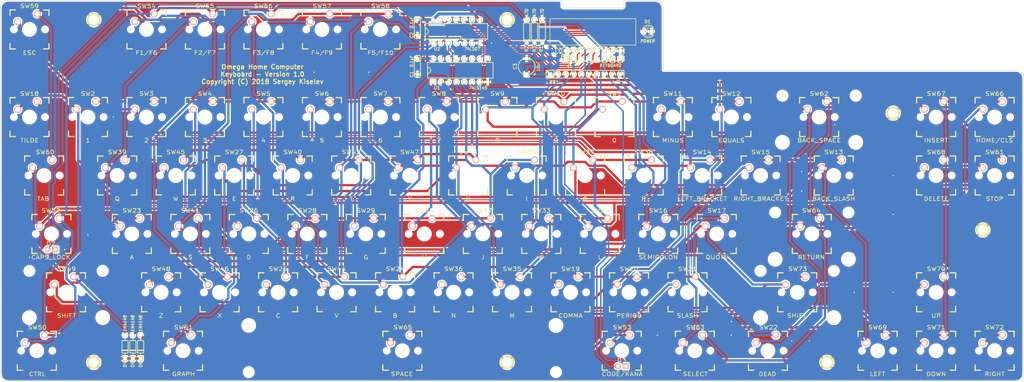
<source format=kicad_pcb>
(kicad_pcb (version 4) (host pcbnew 4.0.7)
  (layers (0 F.Cu signal) (31 B.Cu signal) (34 B.Paste user) (35 F.Paste user) (36 B.SilkS user) (37 F.SilkS user) (38 B.Mask user) (39 F.Mask user) (44 Edge.Cuts user))
  (net 0 "")
  (net 1 VCC)
  (net 2 GND)
  (net 3 /CAPS_LED)
  (net 4 "Net-(U1-Pad11)")
  (net 5 /SHIFT)
  (net 6 /ROW6)
  (net 7 /GRAPH)
  (net 8 /CODE)
  (net 9 /COLUMN0)
  (net 10 /COLUMN1)
  (net 11 /ROW_A)
  (net 12 /COLUMN2)
  (net 13 /ROW_B)
  (net 14 /COLUMN3)
  (net 15 /ROW_C)
  (net 16 /COLUMN4)
  (net 17 /ROW_D)
  (net 18 /COLUMN5)
  (net 19 /COLUMN6)
  (net 20 /COLUMN7)
  (net 21 /ROW6_UNBUF)
  (net 22 /ROW0)
  (net 23 /ROW1)
  (net 24 /ROW2)
  (net 25 /ROW3)
  (net 26 /ROW4)
  (net 27 /ROW5)
  (net 28 /ROW7)
  (net 29 /ROW8)
  (net 30 /COLUMN0_BUF)
  (net 31 /COLUMN2_BUF)
  (net 32 /COLUMN4_BUF)
  (net 33 /CAPS_LED_BUFFERED)
  (net 34 /D1+)
  (net 35 /D2+)
  (net 36 /KANA_LED_BUFFERED)
  (net 37 /D3+)
  (net 38 /KANA_LED)
  (module Cherry_MX:CHERRY_PCB_100H (layer F.Cu) (at 243.205 124.46)
    (fp_text reference SW1 (at 0 -7.62) (layer F.SilkS) (effects (font (size 1.27 1.524) (thickness 0.2032))))
    (fp_text value 0 (at 0 7.62) (layer F.SilkS) (effects (font (size 1.27 1.524) (thickness 0.2032))))
    (pad 1 thru_hole circle (at 2.54 -5.08) (size 2.286 2.286) (drill 1.4986) (layers *.Cu *.SilkS *.Mask) (net 22 /ROW0))
    (pad 2 thru_hole circle (at -3.81 -2.54) (size 2.286 2.286) (drill 1.4986) (layers *.Cu *.SilkS *.Mask) (net 9 /COLUMN0))
    (pad HOLE np_thru_hole circle (at 0 0) (size 3.9878 3.9878) (drill 3.9878) (layers *.Cu))
    (pad HOLE np_thru_hole circle (at -5.08 0) (size 1.7018 1.7018) (drill 1.7018) (layers *.Cu))
    (pad HOLE np_thru_hole circle (at 5.08 0) (size 1.7018 1.7018) (drill 1.7018) (layers *.Cu))
  )
  (module Cherry_MX:CHERRY_PCB_100H (layer F.Cu) (at 71.755 124.46)
    (fp_text reference SW2 (at 0 -7.62) (layer F.SilkS) (effects (font (size 1.27 1.524) (thickness 0.2032))))
    (fp_text value 1 (at 0 7.62) (layer F.SilkS) (effects (font (size 1.27 1.524) (thickness 0.2032))))
    (pad 1 thru_hole circle (at 2.54 -5.08) (size 2.286 2.286) (drill 1.4986) (layers *.Cu *.SilkS *.Mask) (net 22 /ROW0))
    (pad 2 thru_hole circle (at -3.81 -2.54) (size 2.286 2.286) (drill 1.4986) (layers *.Cu *.SilkS *.Mask) (net 10 /COLUMN1))
    (pad HOLE np_thru_hole circle (at 0 0) (size 3.9878 3.9878) (drill 3.9878) (layers *.Cu))
    (pad HOLE np_thru_hole circle (at -5.08 0) (size 1.7018 1.7018) (drill 1.7018) (layers *.Cu))
    (pad HOLE np_thru_hole circle (at 5.08 0) (size 1.7018 1.7018) (drill 1.7018) (layers *.Cu))
  )
  (module Cherry_MX:CHERRY_PCB_100H (layer F.Cu) (at 90.805 124.46)
    (fp_text reference SW3 (at 0 -7.62) (layer F.SilkS) (effects (font (size 1.27 1.524) (thickness 0.2032))))
    (fp_text value 2 (at 0 7.62) (layer F.SilkS) (effects (font (size 1.27 1.524) (thickness 0.2032))))
    (pad 1 thru_hole circle (at 2.54 -5.08) (size 2.286 2.286) (drill 1.4986) (layers *.Cu *.SilkS *.Mask) (net 22 /ROW0))
    (pad 2 thru_hole circle (at -3.81 -2.54) (size 2.286 2.286) (drill 1.4986) (layers *.Cu *.SilkS *.Mask) (net 12 /COLUMN2))
    (pad HOLE np_thru_hole circle (at 0 0) (size 3.9878 3.9878) (drill 3.9878) (layers *.Cu))
    (pad HOLE np_thru_hole circle (at -5.08 0) (size 1.7018 1.7018) (drill 1.7018) (layers *.Cu))
    (pad HOLE np_thru_hole circle (at 5.08 0) (size 1.7018 1.7018) (drill 1.7018) (layers *.Cu))
  )
  (module Cherry_MX:CHERRY_PCB_100H (layer F.Cu) (at 109.855 124.46)
    (fp_text reference SW4 (at 0 -7.62) (layer F.SilkS) (effects (font (size 1.27 1.524) (thickness 0.2032))))
    (fp_text value 3 (at 0 7.62) (layer F.SilkS) (effects (font (size 1.27 1.524) (thickness 0.2032))))
    (pad 1 thru_hole circle (at 2.54 -5.08) (size 2.286 2.286) (drill 1.4986) (layers *.Cu *.SilkS *.Mask) (net 22 /ROW0))
    (pad 2 thru_hole circle (at -3.81 -2.54) (size 2.286 2.286) (drill 1.4986) (layers *.Cu *.SilkS *.Mask) (net 14 /COLUMN3))
    (pad HOLE np_thru_hole circle (at 0 0) (size 3.9878 3.9878) (drill 3.9878) (layers *.Cu))
    (pad HOLE np_thru_hole circle (at -5.08 0) (size 1.7018 1.7018) (drill 1.7018) (layers *.Cu))
    (pad HOLE np_thru_hole circle (at 5.08 0) (size 1.7018 1.7018) (drill 1.7018) (layers *.Cu))
  )
  (module Cherry_MX:CHERRY_PCB_100H (layer F.Cu) (at 128.905 124.46)
    (fp_text reference SW5 (at 0 -7.62) (layer F.SilkS) (effects (font (size 1.27 1.524) (thickness 0.2032))))
    (fp_text value 4 (at 0 7.62) (layer F.SilkS) (effects (font (size 1.27 1.524) (thickness 0.2032))))
    (pad 1 thru_hole circle (at 2.54 -5.08) (size 2.286 2.286) (drill 1.4986) (layers *.Cu *.SilkS *.Mask) (net 22 /ROW0))
    (pad 2 thru_hole circle (at -3.81 -2.54) (size 2.286 2.286) (drill 1.4986) (layers *.Cu *.SilkS *.Mask) (net 16 /COLUMN4))
    (pad HOLE np_thru_hole circle (at 0 0) (size 3.9878 3.9878) (drill 3.9878) (layers *.Cu))
    (pad HOLE np_thru_hole circle (at -5.08 0) (size 1.7018 1.7018) (drill 1.7018) (layers *.Cu))
    (pad HOLE np_thru_hole circle (at 5.08 0) (size 1.7018 1.7018) (drill 1.7018) (layers *.Cu))
  )
  (module Cherry_MX:CHERRY_PCB_100H (layer F.Cu) (at 147.955 124.46)
    (fp_text reference SW6 (at 0 -7.62) (layer F.SilkS) (effects (font (size 1.27 1.524) (thickness 0.2032))))
    (fp_text value 5 (at 0 7.62) (layer F.SilkS) (effects (font (size 1.27 1.524) (thickness 0.2032))))
    (pad 1 thru_hole circle (at 2.54 -5.08) (size 2.286 2.286) (drill 1.4986) (layers *.Cu *.SilkS *.Mask) (net 22 /ROW0))
    (pad 2 thru_hole circle (at -3.81 -2.54) (size 2.286 2.286) (drill 1.4986) (layers *.Cu *.SilkS *.Mask) (net 18 /COLUMN5))
    (pad HOLE np_thru_hole circle (at 0 0) (size 3.9878 3.9878) (drill 3.9878) (layers *.Cu))
    (pad HOLE np_thru_hole circle (at -5.08 0) (size 1.7018 1.7018) (drill 1.7018) (layers *.Cu))
    (pad HOLE np_thru_hole circle (at 5.08 0) (size 1.7018 1.7018) (drill 1.7018) (layers *.Cu))
  )
  (module Cherry_MX:CHERRY_PCB_100H (layer F.Cu) (at 167.005 124.46)
    (fp_text reference SW7 (at 0 -7.62) (layer F.SilkS) (effects (font (size 1.27 1.524) (thickness 0.2032))))
    (fp_text value 6 (at 0 7.62) (layer F.SilkS) (effects (font (size 1.27 1.524) (thickness 0.2032))))
    (pad 1 thru_hole circle (at 2.54 -5.08) (size 2.286 2.286) (drill 1.4986) (layers *.Cu *.SilkS *.Mask) (net 22 /ROW0))
    (pad 2 thru_hole circle (at -3.81 -2.54) (size 2.286 2.286) (drill 1.4986) (layers *.Cu *.SilkS *.Mask) (net 19 /COLUMN6))
    (pad HOLE np_thru_hole circle (at 0 0) (size 3.9878 3.9878) (drill 3.9878) (layers *.Cu))
    (pad HOLE np_thru_hole circle (at -5.08 0) (size 1.7018 1.7018) (drill 1.7018) (layers *.Cu))
    (pad HOLE np_thru_hole circle (at 5.08 0) (size 1.7018 1.7018) (drill 1.7018) (layers *.Cu))
  )
  (module Cherry_MX:CHERRY_PCB_100H (layer F.Cu) (at 186.055 124.46)
    (fp_text reference SW8 (at 0 -7.62) (layer F.SilkS) (effects (font (size 1.27 1.524) (thickness 0.2032))))
    (fp_text value 7 (at 0 7.62) (layer F.SilkS) (effects (font (size 1.27 1.524) (thickness 0.2032))))
    (pad 1 thru_hole circle (at 2.54 -5.08) (size 2.286 2.286) (drill 1.4986) (layers *.Cu *.SilkS *.Mask) (net 22 /ROW0))
    (pad 2 thru_hole circle (at -3.81 -2.54) (size 2.286 2.286) (drill 1.4986) (layers *.Cu *.SilkS *.Mask) (net 20 /COLUMN7))
    (pad HOLE np_thru_hole circle (at 0 0) (size 3.9878 3.9878) (drill 3.9878) (layers *.Cu))
    (pad HOLE np_thru_hole circle (at -5.08 0) (size 1.7018 1.7018) (drill 1.7018) (layers *.Cu))
    (pad HOLE np_thru_hole circle (at 5.08 0) (size 1.7018 1.7018) (drill 1.7018) (layers *.Cu))
  )
  (module Cherry_MX:CHERRY_PCB_100H (layer F.Cu) (at 205.105 124.46)
    (fp_text reference SW9 (at 0 -7.62) (layer F.SilkS) (effects (font (size 1.27 1.524) (thickness 0.2032))))
    (fp_text value 8 (at 0 7.62) (layer F.SilkS) (effects (font (size 1.27 1.524) (thickness 0.2032))))
    (pad 1 thru_hole circle (at 2.54 -5.08) (size 2.286 2.286) (drill 1.4986) (layers *.Cu *.SilkS *.Mask) (net 23 /ROW1))
    (pad 2 thru_hole circle (at -3.81 -2.54) (size 2.286 2.286) (drill 1.4986) (layers *.Cu *.SilkS *.Mask) (net 9 /COLUMN0))
    (pad HOLE np_thru_hole circle (at 0 0) (size 3.9878 3.9878) (drill 3.9878) (layers *.Cu))
    (pad HOLE np_thru_hole circle (at -5.08 0) (size 1.7018 1.7018) (drill 1.7018) (layers *.Cu))
    (pad HOLE np_thru_hole circle (at 5.08 0) (size 1.7018 1.7018) (drill 1.7018) (layers *.Cu))
  )
  (module Cherry_MX:CHERRY_PCB_100H (layer F.Cu) (at 224.155 124.46)
    (fp_text reference SW10 (at 0 -7.62) (layer F.SilkS) (effects (font (size 1.27 1.524) (thickness 0.2032))))
    (fp_text value 9 (at 0 7.62) (layer F.SilkS) (effects (font (size 1.27 1.524) (thickness 0.2032))))
    (pad 1 thru_hole circle (at 2.54 -5.08) (size 2.286 2.286) (drill 1.4986) (layers *.Cu *.SilkS *.Mask) (net 23 /ROW1))
    (pad 2 thru_hole circle (at -3.81 -2.54) (size 2.286 2.286) (drill 1.4986) (layers *.Cu *.SilkS *.Mask) (net 10 /COLUMN1))
    (pad HOLE np_thru_hole circle (at 0 0) (size 3.9878 3.9878) (drill 3.9878) (layers *.Cu))
    (pad HOLE np_thru_hole circle (at -5.08 0) (size 1.7018 1.7018) (drill 1.7018) (layers *.Cu))
    (pad HOLE np_thru_hole circle (at 5.08 0) (size 1.7018 1.7018) (drill 1.7018) (layers *.Cu))
  )
  (module Cherry_MX:CHERRY_PCB_100H (layer F.Cu) (at 262.255 124.46)
    (fp_text reference SW11 (at 0 -7.62) (layer F.SilkS) (effects (font (size 1.27 1.524) (thickness 0.2032))))
    (fp_text value MINUS (at 0 7.62) (layer F.SilkS) (effects (font (size 1.27 1.524) (thickness 0.2032))))
    (pad 1 thru_hole circle (at 2.54 -5.08) (size 2.286 2.286) (drill 1.4986) (layers *.Cu *.SilkS *.Mask) (net 23 /ROW1))
    (pad 2 thru_hole circle (at -3.81 -2.54) (size 2.286 2.286) (drill 1.4986) (layers *.Cu *.SilkS *.Mask) (net 12 /COLUMN2))
    (pad HOLE np_thru_hole circle (at 0 0) (size 3.9878 3.9878) (drill 3.9878) (layers *.Cu))
    (pad HOLE np_thru_hole circle (at -5.08 0) (size 1.7018 1.7018) (drill 1.7018) (layers *.Cu))
    (pad HOLE np_thru_hole circle (at 5.08 0) (size 1.7018 1.7018) (drill 1.7018) (layers *.Cu))
  )
  (module Cherry_MX:CHERRY_PCB_100H (layer F.Cu) (at 281.305 124.46)
    (fp_text reference SW12 (at 0 -7.62) (layer F.SilkS) (effects (font (size 1.27 1.524) (thickness 0.2032))))
    (fp_text value EQUALS (at 0 7.62) (layer F.SilkS) (effects (font (size 1.27 1.524) (thickness 0.2032))))
    (pad 1 thru_hole circle (at 2.54 -5.08) (size 2.286 2.286) (drill 1.4986) (layers *.Cu *.SilkS *.Mask) (net 23 /ROW1))
    (pad 2 thru_hole circle (at -3.81 -2.54) (size 2.286 2.286) (drill 1.4986) (layers *.Cu *.SilkS *.Mask) (net 14 /COLUMN3))
    (pad HOLE np_thru_hole circle (at 0 0) (size 3.9878 3.9878) (drill 3.9878) (layers *.Cu))
    (pad HOLE np_thru_hole circle (at -5.08 0) (size 1.7018 1.7018) (drill 1.7018) (layers *.Cu))
    (pad HOLE np_thru_hole circle (at 5.08 0) (size 1.7018 1.7018) (drill 1.7018) (layers *.Cu))
  )
  (module Cherry_MX:CHERRY_PCB_150H (layer F.Cu) (at 314.6425 143.51)
    (fp_text reference SW13 (at 0 -7.62) (layer F.SilkS) (effects (font (size 1.27 1.524) (thickness 0.2032))))
    (fp_text value BACK_SLASH (at 0 7.62) (layer F.SilkS) (effects (font (size 1.27 1.524) (thickness 0.2032))))
    (pad 1 thru_hole circle (at 2.54 -5.08) (size 2.286 2.286) (drill 1.4986) (layers *.Cu *.SilkS *.Mask) (net 23 /ROW1))
    (pad 2 thru_hole circle (at -3.81 -2.54) (size 2.286 2.286) (drill 1.4986) (layers *.Cu *.SilkS *.Mask) (net 16 /COLUMN4))
    (pad HOLE np_thru_hole circle (at 0 0) (size 3.9878 3.9878) (drill 3.9878) (layers *.Cu))
    (pad HOLE np_thru_hole circle (at -5.08 0) (size 1.7018 1.7018) (drill 1.7018) (layers *.Cu))
    (pad HOLE np_thru_hole circle (at 5.08 0) (size 1.7018 1.7018) (drill 1.7018) (layers *.Cu))
  )
  (module Cherry_MX:CHERRY_PCB_100H (layer F.Cu) (at 271.78 143.51)
    (fp_text reference SW14 (at 0 -7.62) (layer F.SilkS) (effects (font (size 1.27 1.524) (thickness 0.2032))))
    (fp_text value LEFT_BRACKET (at 0 7.62) (layer F.SilkS) (effects (font (size 1.27 1.524) (thickness 0.2032))))
    (pad 1 thru_hole circle (at 2.54 -5.08) (size 2.286 2.286) (drill 1.4986) (layers *.Cu *.SilkS *.Mask) (net 23 /ROW1))
    (pad 2 thru_hole circle (at -3.81 -2.54) (size 2.286 2.286) (drill 1.4986) (layers *.Cu *.SilkS *.Mask) (net 18 /COLUMN5))
    (pad HOLE np_thru_hole circle (at 0 0) (size 3.9878 3.9878) (drill 3.9878) (layers *.Cu))
    (pad HOLE np_thru_hole circle (at -5.08 0) (size 1.7018 1.7018) (drill 1.7018) (layers *.Cu))
    (pad HOLE np_thru_hole circle (at 5.08 0) (size 1.7018 1.7018) (drill 1.7018) (layers *.Cu))
  )
  (module Cherry_MX:CHERRY_PCB_100H (layer F.Cu) (at 290.83 143.51)
    (fp_text reference SW15 (at 0 -7.62) (layer F.SilkS) (effects (font (size 1.27 1.524) (thickness 0.2032))))
    (fp_text value RIGHT_BRACKET (at 0 7.62) (layer F.SilkS) (effects (font (size 1.27 1.524) (thickness 0.2032))))
    (pad 1 thru_hole circle (at 2.54 -5.08) (size 2.286 2.286) (drill 1.4986) (layers *.Cu *.SilkS *.Mask) (net 23 /ROW1))
    (pad 2 thru_hole circle (at -3.81 -2.54) (size 2.286 2.286) (drill 1.4986) (layers *.Cu *.SilkS *.Mask) (net 19 /COLUMN6))
    (pad HOLE np_thru_hole circle (at 0 0) (size 3.9878 3.9878) (drill 3.9878) (layers *.Cu))
    (pad HOLE np_thru_hole circle (at -5.08 0) (size 1.7018 1.7018) (drill 1.7018) (layers *.Cu))
    (pad HOLE np_thru_hole circle (at 5.08 0) (size 1.7018 1.7018) (drill 1.7018) (layers *.Cu))
  )
  (module Cherry_MX:CHERRY_PCB_100H (layer F.Cu) (at 257.4925 162.56)
    (fp_text reference SW16 (at 0 -7.62) (layer F.SilkS) (effects (font (size 1.27 1.524) (thickness 0.2032))))
    (fp_text value SEMICOLON (at 0 7.62) (layer F.SilkS) (effects (font (size 1.27 1.524) (thickness 0.2032))))
    (pad 1 thru_hole circle (at 2.54 -5.08) (size 2.286 2.286) (drill 1.4986) (layers *.Cu *.SilkS *.Mask) (net 23 /ROW1))
    (pad 2 thru_hole circle (at -3.81 -2.54) (size 2.286 2.286) (drill 1.4986) (layers *.Cu *.SilkS *.Mask) (net 20 /COLUMN7))
    (pad HOLE np_thru_hole circle (at 0 0) (size 3.9878 3.9878) (drill 3.9878) (layers *.Cu))
    (pad HOLE np_thru_hole circle (at -5.08 0) (size 1.7018 1.7018) (drill 1.7018) (layers *.Cu))
    (pad HOLE np_thru_hole circle (at 5.08 0) (size 1.7018 1.7018) (drill 1.7018) (layers *.Cu))
  )
  (module Cherry_MX:CHERRY_PCB_100H (layer F.Cu) (at 276.5425 162.56)
    (fp_text reference SW17 (at 0 -7.62) (layer F.SilkS) (effects (font (size 1.27 1.524) (thickness 0.2032))))
    (fp_text value QUOTE (at 0 7.62) (layer F.SilkS) (effects (font (size 1.27 1.524) (thickness 0.2032))))
    (pad 1 thru_hole circle (at 2.54 -5.08) (size 2.286 2.286) (drill 1.4986) (layers *.Cu *.SilkS *.Mask) (net 24 /ROW2))
    (pad 2 thru_hole circle (at -3.81 -2.54) (size 2.286 2.286) (drill 1.4986) (layers *.Cu *.SilkS *.Mask) (net 9 /COLUMN0))
    (pad HOLE np_thru_hole circle (at 0 0) (size 3.9878 3.9878) (drill 3.9878) (layers *.Cu))
    (pad HOLE np_thru_hole circle (at -5.08 0) (size 1.7018 1.7018) (drill 1.7018) (layers *.Cu))
    (pad HOLE np_thru_hole circle (at 5.08 0) (size 1.7018 1.7018) (drill 1.7018) (layers *.Cu))
  )
  (module Cherry_MX:CHERRY_PCB_100H (layer F.Cu) (at 52.705 124.46)
    (fp_text reference SW18 (at 0 -7.62) (layer F.SilkS) (effects (font (size 1.27 1.524) (thickness 0.2032))))
    (fp_text value TILDE (at 0 7.62) (layer F.SilkS) (effects (font (size 1.27 1.524) (thickness 0.2032))))
    (pad 1 thru_hole circle (at 2.54 -5.08) (size 2.286 2.286) (drill 1.4986) (layers *.Cu *.SilkS *.Mask) (net 24 /ROW2))
    (pad 2 thru_hole circle (at -3.81 -2.54) (size 2.286 2.286) (drill 1.4986) (layers *.Cu *.SilkS *.Mask) (net 10 /COLUMN1))
    (pad HOLE np_thru_hole circle (at 0 0) (size 3.9878 3.9878) (drill 3.9878) (layers *.Cu))
    (pad HOLE np_thru_hole circle (at -5.08 0) (size 1.7018 1.7018) (drill 1.7018) (layers *.Cu))
    (pad HOLE np_thru_hole circle (at 5.08 0) (size 1.7018 1.7018) (drill 1.7018) (layers *.Cu))
  )
  (module Cherry_MX:CHERRY_PCB_100H (layer F.Cu) (at 228.9175 181.61)
    (fp_text reference SW19 (at 0 -7.62) (layer F.SilkS) (effects (font (size 1.27 1.524) (thickness 0.2032))))
    (fp_text value COMMA (at 0 7.62) (layer F.SilkS) (effects (font (size 1.27 1.524) (thickness 0.2032))))
    (pad 1 thru_hole circle (at 2.54 -5.08) (size 2.286 2.286) (drill 1.4986) (layers *.Cu *.SilkS *.Mask) (net 24 /ROW2))
    (pad 2 thru_hole circle (at -3.81 -2.54) (size 2.286 2.286) (drill 1.4986) (layers *.Cu *.SilkS *.Mask) (net 12 /COLUMN2))
    (pad HOLE np_thru_hole circle (at 0 0) (size 3.9878 3.9878) (drill 3.9878) (layers *.Cu))
    (pad HOLE np_thru_hole circle (at -5.08 0) (size 1.7018 1.7018) (drill 1.7018) (layers *.Cu))
    (pad HOLE np_thru_hole circle (at 5.08 0) (size 1.7018 1.7018) (drill 1.7018) (layers *.Cu))
  )
  (module Cherry_MX:CHERRY_PCB_100H (layer F.Cu) (at 247.9675 181.61)
    (fp_text reference SW20 (at 0 -7.62) (layer F.SilkS) (effects (font (size 1.27 1.524) (thickness 0.2032))))
    (fp_text value PERIOD (at 0 7.62) (layer F.SilkS) (effects (font (size 1.27 1.524) (thickness 0.2032))))
    (pad 1 thru_hole circle (at 2.54 -5.08) (size 2.286 2.286) (drill 1.4986) (layers *.Cu *.SilkS *.Mask) (net 24 /ROW2))
    (pad 2 thru_hole circle (at -3.81 -2.54) (size 2.286 2.286) (drill 1.4986) (layers *.Cu *.SilkS *.Mask) (net 14 /COLUMN3))
    (pad HOLE np_thru_hole circle (at 0 0) (size 3.9878 3.9878) (drill 3.9878) (layers *.Cu))
    (pad HOLE np_thru_hole circle (at -5.08 0) (size 1.7018 1.7018) (drill 1.7018) (layers *.Cu))
    (pad HOLE np_thru_hole circle (at 5.08 0) (size 1.7018 1.7018) (drill 1.7018) (layers *.Cu))
  )
  (module Cherry_MX:CHERRY_PCB_100H (layer F.Cu) (at 267.0175 181.61)
    (fp_text reference SW21 (at 0 -7.62) (layer F.SilkS) (effects (font (size 1.27 1.524) (thickness 0.2032))))
    (fp_text value SLASH (at 0 7.62) (layer F.SilkS) (effects (font (size 1.27 1.524) (thickness 0.2032))))
    (pad 1 thru_hole circle (at 2.54 -5.08) (size 2.286 2.286) (drill 1.4986) (layers *.Cu *.SilkS *.Mask) (net 24 /ROW2))
    (pad 2 thru_hole circle (at -3.81 -2.54) (size 2.286 2.286) (drill 1.4986) (layers *.Cu *.SilkS *.Mask) (net 16 /COLUMN4))
    (pad HOLE np_thru_hole circle (at 0 0) (size 3.9878 3.9878) (drill 3.9878) (layers *.Cu))
    (pad HOLE np_thru_hole circle (at -5.08 0) (size 1.7018 1.7018) (drill 1.7018) (layers *.Cu))
    (pad HOLE np_thru_hole circle (at 5.08 0) (size 1.7018 1.7018) (drill 1.7018) (layers *.Cu))
  )
  (module Cherry_MX:CHERRY_PCB_125H (layer F.Cu) (at 293.21125 200.66)
    (fp_text reference SW22 (at 0.15875 -7.62) (layer F.SilkS) (effects (font (size 1.27 1.524) (thickness 0.2032))))
    (fp_text value DEAD (at -0.15875 7.62) (layer F.SilkS) (effects (font (size 1.27 1.524) (thickness 0.2032))))
    (pad 1 thru_hole circle (at 2.54 -5.08) (size 2.286 2.286) (drill 1.4986) (layers *.Cu *.SilkS *.Mask) (net 24 /ROW2))
    (pad 2 thru_hole circle (at -3.81 -2.54) (size 2.286 2.286) (drill 1.4986) (layers *.Cu *.SilkS *.Mask) (net 18 /COLUMN5))
    (pad HOLE np_thru_hole circle (at 0 0) (size 3.9878 3.9878) (drill 3.9878) (layers *.Cu))
    (pad HOLE np_thru_hole circle (at -5.08 0) (size 1.7018 1.7018) (drill 1.7018) (layers *.Cu))
    (pad HOLE np_thru_hole circle (at 5.08 0) (size 1.7018 1.7018) (drill 1.7018) (layers *.Cu))
  )
  (module Cherry_MX:CHERRY_PCB_100H (layer F.Cu) (at 86.0425 162.56)
    (fp_text reference SW23 (at 0 -7.62) (layer F.SilkS) (effects (font (size 1.27 1.524) (thickness 0.2032))))
    (fp_text value A (at 0 7.62) (layer F.SilkS) (effects (font (size 1.27 1.524) (thickness 0.2032))))
    (pad 1 thru_hole circle (at 2.54 -5.08) (size 2.286 2.286) (drill 1.4986) (layers *.Cu *.SilkS *.Mask) (net 24 /ROW2))
    (pad 2 thru_hole circle (at -3.81 -2.54) (size 2.286 2.286) (drill 1.4986) (layers *.Cu *.SilkS *.Mask) (net 19 /COLUMN6))
    (pad HOLE np_thru_hole circle (at 0 0) (size 3.9878 3.9878) (drill 3.9878) (layers *.Cu))
    (pad HOLE np_thru_hole circle (at -5.08 0) (size 1.7018 1.7018) (drill 1.7018) (layers *.Cu))
    (pad HOLE np_thru_hole circle (at 5.08 0) (size 1.7018 1.7018) (drill 1.7018) (layers *.Cu))
  )
  (module Cherry_MX:CHERRY_PCB_100H (layer F.Cu) (at 171.7675 181.61)
    (fp_text reference SW24 (at 0 -7.62) (layer F.SilkS) (effects (font (size 1.27 1.524) (thickness 0.2032))))
    (fp_text value B (at 0 7.62) (layer F.SilkS) (effects (font (size 1.27 1.524) (thickness 0.2032))))
    (pad 1 thru_hole circle (at 2.54 -5.08) (size 2.286 2.286) (drill 1.4986) (layers *.Cu *.SilkS *.Mask) (net 24 /ROW2))
    (pad 2 thru_hole circle (at -3.81 -2.54) (size 2.286 2.286) (drill 1.4986) (layers *.Cu *.SilkS *.Mask) (net 20 /COLUMN7))
    (pad HOLE np_thru_hole circle (at 0 0) (size 3.9878 3.9878) (drill 3.9878) (layers *.Cu))
    (pad HOLE np_thru_hole circle (at -5.08 0) (size 1.7018 1.7018) (drill 1.7018) (layers *.Cu))
    (pad HOLE np_thru_hole circle (at 5.08 0) (size 1.7018 1.7018) (drill 1.7018) (layers *.Cu))
  )
  (module Cherry_MX:CHERRY_PCB_100H (layer F.Cu) (at 133.6675 181.61)
    (fp_text reference SW25 (at 0 -7.62) (layer F.SilkS) (effects (font (size 1.27 1.524) (thickness 0.2032))))
    (fp_text value C (at 0 7.62) (layer F.SilkS) (effects (font (size 1.27 1.524) (thickness 0.2032))))
    (pad 1 thru_hole circle (at 2.54 -5.08) (size 2.286 2.286) (drill 1.4986) (layers *.Cu *.SilkS *.Mask) (net 25 /ROW3))
    (pad 2 thru_hole circle (at -3.81 -2.54) (size 2.286 2.286) (drill 1.4986) (layers *.Cu *.SilkS *.Mask) (net 9 /COLUMN0))
    (pad HOLE np_thru_hole circle (at 0 0) (size 3.9878 3.9878) (drill 3.9878) (layers *.Cu))
    (pad HOLE np_thru_hole circle (at -5.08 0) (size 1.7018 1.7018) (drill 1.7018) (layers *.Cu))
    (pad HOLE np_thru_hole circle (at 5.08 0) (size 1.7018 1.7018) (drill 1.7018) (layers *.Cu))
  )
  (module Cherry_MX:CHERRY_PCB_100H (layer F.Cu) (at 124.1425 162.56)
    (fp_text reference SW26 (at 0 -7.62) (layer F.SilkS) (effects (font (size 1.27 1.524) (thickness 0.2032))))
    (fp_text value D (at 0 7.62) (layer F.SilkS) (effects (font (size 1.27 1.524) (thickness 0.2032))))
    (pad 1 thru_hole circle (at 2.54 -5.08) (size 2.286 2.286) (drill 1.4986) (layers *.Cu *.SilkS *.Mask) (net 25 /ROW3))
    (pad 2 thru_hole circle (at -3.81 -2.54) (size 2.286 2.286) (drill 1.4986) (layers *.Cu *.SilkS *.Mask) (net 10 /COLUMN1))
    (pad HOLE np_thru_hole circle (at 0 0) (size 3.9878 3.9878) (drill 3.9878) (layers *.Cu))
    (pad HOLE np_thru_hole circle (at -5.08 0) (size 1.7018 1.7018) (drill 1.7018) (layers *.Cu))
    (pad HOLE np_thru_hole circle (at 5.08 0) (size 1.7018 1.7018) (drill 1.7018) (layers *.Cu))
  )
  (module Cherry_MX:CHERRY_PCB_100H (layer F.Cu) (at 119.38 143.51)
    (fp_text reference SW27 (at 0 -7.62) (layer F.SilkS) (effects (font (size 1.27 1.524) (thickness 0.2032))))
    (fp_text value E (at 0 7.62) (layer F.SilkS) (effects (font (size 1.27 1.524) (thickness 0.2032))))
    (pad 1 thru_hole circle (at 2.54 -5.08) (size 2.286 2.286) (drill 1.4986) (layers *.Cu *.SilkS *.Mask) (net 25 /ROW3))
    (pad 2 thru_hole circle (at -3.81 -2.54) (size 2.286 2.286) (drill 1.4986) (layers *.Cu *.SilkS *.Mask) (net 12 /COLUMN2))
    (pad HOLE np_thru_hole circle (at 0 0) (size 3.9878 3.9878) (drill 3.9878) (layers *.Cu))
    (pad HOLE np_thru_hole circle (at -5.08 0) (size 1.7018 1.7018) (drill 1.7018) (layers *.Cu))
    (pad HOLE np_thru_hole circle (at 5.08 0) (size 1.7018 1.7018) (drill 1.7018) (layers *.Cu))
  )
  (module Cherry_MX:CHERRY_PCB_100H (layer F.Cu) (at 143.1925 162.56)
    (fp_text reference SW28 (at 0 -7.62) (layer F.SilkS) (effects (font (size 1.27 1.524) (thickness 0.2032))))
    (fp_text value F (at 0 7.62) (layer F.SilkS) (effects (font (size 1.27 1.524) (thickness 0.2032))))
    (pad 1 thru_hole circle (at 2.54 -5.08) (size 2.286 2.286) (drill 1.4986) (layers *.Cu *.SilkS *.Mask) (net 25 /ROW3))
    (pad 2 thru_hole circle (at -3.81 -2.54) (size 2.286 2.286) (drill 1.4986) (layers *.Cu *.SilkS *.Mask) (net 14 /COLUMN3))
    (pad HOLE np_thru_hole circle (at 0 0) (size 3.9878 3.9878) (drill 3.9878) (layers *.Cu))
    (pad HOLE np_thru_hole circle (at -5.08 0) (size 1.7018 1.7018) (drill 1.7018) (layers *.Cu))
    (pad HOLE np_thru_hole circle (at 5.08 0) (size 1.7018 1.7018) (drill 1.7018) (layers *.Cu))
  )
  (module Cherry_MX:CHERRY_PCB_100H (layer F.Cu) (at 162.2425 162.56)
    (fp_text reference SW29 (at 0 -7.62) (layer F.SilkS) (effects (font (size 1.27 1.524) (thickness 0.2032))))
    (fp_text value G (at 0 7.62) (layer F.SilkS) (effects (font (size 1.27 1.524) (thickness 0.2032))))
    (pad 1 thru_hole circle (at 2.54 -5.08) (size 2.286 2.286) (drill 1.4986) (layers *.Cu *.SilkS *.Mask) (net 25 /ROW3))
    (pad 2 thru_hole circle (at -3.81 -2.54) (size 2.286 2.286) (drill 1.4986) (layers *.Cu *.SilkS *.Mask) (net 16 /COLUMN4))
    (pad HOLE np_thru_hole circle (at 0 0) (size 3.9878 3.9878) (drill 3.9878) (layers *.Cu))
    (pad HOLE np_thru_hole circle (at -5.08 0) (size 1.7018 1.7018) (drill 1.7018) (layers *.Cu))
    (pad HOLE np_thru_hole circle (at 5.08 0) (size 1.7018 1.7018) (drill 1.7018) (layers *.Cu))
  )
  (module Cherry_MX:CHERRY_PCB_100H (layer F.Cu) (at 181.2925 162.56)
    (fp_text reference SW30 (at 0 -7.62) (layer F.SilkS) (effects (font (size 1.27 1.524) (thickness 0.2032))))
    (fp_text value H (at 0 7.62) (layer F.SilkS) (effects (font (size 1.27 1.524) (thickness 0.2032))))
    (pad 1 thru_hole circle (at 2.54 -5.08) (size 2.286 2.286) (drill 1.4986) (layers *.Cu *.SilkS *.Mask) (net 25 /ROW3))
    (pad 2 thru_hole circle (at -3.81 -2.54) (size 2.286 2.286) (drill 1.4986) (layers *.Cu *.SilkS *.Mask) (net 18 /COLUMN5))
    (pad HOLE np_thru_hole circle (at 0 0) (size 3.9878 3.9878) (drill 3.9878) (layers *.Cu))
    (pad HOLE np_thru_hole circle (at -5.08 0) (size 1.7018 1.7018) (drill 1.7018) (layers *.Cu))
    (pad HOLE np_thru_hole circle (at 5.08 0) (size 1.7018 1.7018) (drill 1.7018) (layers *.Cu))
  )
  (module Cherry_MX:CHERRY_PCB_100H (layer F.Cu) (at 214.63 143.51)
    (fp_text reference SW31 (at 0 -7.62) (layer F.SilkS) (effects (font (size 1.27 1.524) (thickness 0.2032))))
    (fp_text value I (at 0 7.62) (layer F.SilkS) (effects (font (size 1.27 1.524) (thickness 0.2032))))
    (pad 1 thru_hole circle (at 2.54 -5.08) (size 2.286 2.286) (drill 1.4986) (layers *.Cu *.SilkS *.Mask) (net 25 /ROW3))
    (pad 2 thru_hole circle (at -3.81 -2.54) (size 2.286 2.286) (drill 1.4986) (layers *.Cu *.SilkS *.Mask) (net 19 /COLUMN6))
    (pad HOLE np_thru_hole circle (at 0 0) (size 3.9878 3.9878) (drill 3.9878) (layers *.Cu))
    (pad HOLE np_thru_hole circle (at -5.08 0) (size 1.7018 1.7018) (drill 1.7018) (layers *.Cu))
    (pad HOLE np_thru_hole circle (at 5.08 0) (size 1.7018 1.7018) (drill 1.7018) (layers *.Cu))
  )
  (module Cherry_MX:CHERRY_PCB_100H (layer F.Cu) (at 200.3425 162.56)
    (fp_text reference SW32 (at 0 -7.62) (layer F.SilkS) (effects (font (size 1.27 1.524) (thickness 0.2032))))
    (fp_text value J (at 0 7.62) (layer F.SilkS) (effects (font (size 1.27 1.524) (thickness 0.2032))))
    (pad 1 thru_hole circle (at 2.54 -5.08) (size 2.286 2.286) (drill 1.4986) (layers *.Cu *.SilkS *.Mask) (net 25 /ROW3))
    (pad 2 thru_hole circle (at -3.81 -2.54) (size 2.286 2.286) (drill 1.4986) (layers *.Cu *.SilkS *.Mask) (net 20 /COLUMN7))
    (pad HOLE np_thru_hole circle (at 0 0) (size 3.9878 3.9878) (drill 3.9878) (layers *.Cu))
    (pad HOLE np_thru_hole circle (at -5.08 0) (size 1.7018 1.7018) (drill 1.7018) (layers *.Cu))
    (pad HOLE np_thru_hole circle (at 5.08 0) (size 1.7018 1.7018) (drill 1.7018) (layers *.Cu))
  )
  (module Cherry_MX:CHERRY_PCB_100H (layer F.Cu) (at 219.3925 162.56)
    (fp_text reference SW33 (at 0 -7.62) (layer F.SilkS) (effects (font (size 1.27 1.524) (thickness 0.2032))))
    (fp_text value K (at 0 7.62) (layer F.SilkS) (effects (font (size 1.27 1.524) (thickness 0.2032))))
    (pad 1 thru_hole circle (at 2.54 -5.08) (size 2.286 2.286) (drill 1.4986) (layers *.Cu *.SilkS *.Mask) (net 26 /ROW4))
    (pad 2 thru_hole circle (at -3.81 -2.54) (size 2.286 2.286) (drill 1.4986) (layers *.Cu *.SilkS *.Mask) (net 9 /COLUMN0))
    (pad HOLE np_thru_hole circle (at 0 0) (size 3.9878 3.9878) (drill 3.9878) (layers *.Cu))
    (pad HOLE np_thru_hole circle (at -5.08 0) (size 1.7018 1.7018) (drill 1.7018) (layers *.Cu))
    (pad HOLE np_thru_hole circle (at 5.08 0) (size 1.7018 1.7018) (drill 1.7018) (layers *.Cu))
  )
  (module Cherry_MX:CHERRY_PCB_100H (layer F.Cu) (at 238.4425 162.56)
    (fp_text reference SW34 (at 0 -7.62) (layer F.SilkS) (effects (font (size 1.27 1.524) (thickness 0.2032))))
    (fp_text value L (at 0 7.62) (layer F.SilkS) (effects (font (size 1.27 1.524) (thickness 0.2032))))
    (pad 1 thru_hole circle (at 2.54 -5.08) (size 2.286 2.286) (drill 1.4986) (layers *.Cu *.SilkS *.Mask) (net 26 /ROW4))
    (pad 2 thru_hole circle (at -3.81 -2.54) (size 2.286 2.286) (drill 1.4986) (layers *.Cu *.SilkS *.Mask) (net 10 /COLUMN1))
    (pad HOLE np_thru_hole circle (at 0 0) (size 3.9878 3.9878) (drill 3.9878) (layers *.Cu))
    (pad HOLE np_thru_hole circle (at -5.08 0) (size 1.7018 1.7018) (drill 1.7018) (layers *.Cu))
    (pad HOLE np_thru_hole circle (at 5.08 0) (size 1.7018 1.7018) (drill 1.7018) (layers *.Cu))
  )
  (module Cherry_MX:CHERRY_PCB_100H (layer F.Cu) (at 209.8675 181.61)
    (fp_text reference SW35 (at 0 -7.62) (layer F.SilkS) (effects (font (size 1.27 1.524) (thickness 0.2032))))
    (fp_text value M (at 0 7.62) (layer F.SilkS) (effects (font (size 1.27 1.524) (thickness 0.2032))))
    (pad 1 thru_hole circle (at 2.54 -5.08) (size 2.286 2.286) (drill 1.4986) (layers *.Cu *.SilkS *.Mask) (net 26 /ROW4))
    (pad 2 thru_hole circle (at -3.81 -2.54) (size 2.286 2.286) (drill 1.4986) (layers *.Cu *.SilkS *.Mask) (net 12 /COLUMN2))
    (pad HOLE np_thru_hole circle (at 0 0) (size 3.9878 3.9878) (drill 3.9878) (layers *.Cu))
    (pad HOLE np_thru_hole circle (at -5.08 0) (size 1.7018 1.7018) (drill 1.7018) (layers *.Cu))
    (pad HOLE np_thru_hole circle (at 5.08 0) (size 1.7018 1.7018) (drill 1.7018) (layers *.Cu))
  )
  (module Cherry_MX:CHERRY_PCB_100H (layer F.Cu) (at 190.8175 181.61)
    (fp_text reference SW36 (at 0 -7.62) (layer F.SilkS) (effects (font (size 1.27 1.524) (thickness 0.2032))))
    (fp_text value N (at 0 7.62) (layer F.SilkS) (effects (font (size 1.27 1.524) (thickness 0.2032))))
    (pad 1 thru_hole circle (at 2.54 -5.08) (size 2.286 2.286) (drill 1.4986) (layers *.Cu *.SilkS *.Mask) (net 26 /ROW4))
    (pad 2 thru_hole circle (at -3.81 -2.54) (size 2.286 2.286) (drill 1.4986) (layers *.Cu *.SilkS *.Mask) (net 14 /COLUMN3))
    (pad HOLE np_thru_hole circle (at 0 0) (size 3.9878 3.9878) (drill 3.9878) (layers *.Cu))
    (pad HOLE np_thru_hole circle (at -5.08 0) (size 1.7018 1.7018) (drill 1.7018) (layers *.Cu))
    (pad HOLE np_thru_hole circle (at 5.08 0) (size 1.7018 1.7018) (drill 1.7018) (layers *.Cu))
  )
  (module Cherry_MX:CHERRY_PCB_100H (layer F.Cu) (at 233.68 143.51)
    (fp_text reference SW37 (at 0 -7.62) (layer F.SilkS) (effects (font (size 1.27 1.524) (thickness 0.2032))))
    (fp_text value O (at 0 7.62) (layer F.SilkS) (effects (font (size 1.27 1.524) (thickness 0.2032))))
    (pad 1 thru_hole circle (at 2.54 -5.08) (size 2.286 2.286) (drill 1.4986) (layers *.Cu *.SilkS *.Mask) (net 26 /ROW4))
    (pad 2 thru_hole circle (at -3.81 -2.54) (size 2.286 2.286) (drill 1.4986) (layers *.Cu *.SilkS *.Mask) (net 16 /COLUMN4))
    (pad HOLE np_thru_hole circle (at 0 0) (size 3.9878 3.9878) (drill 3.9878) (layers *.Cu))
    (pad HOLE np_thru_hole circle (at -5.08 0) (size 1.7018 1.7018) (drill 1.7018) (layers *.Cu))
    (pad HOLE np_thru_hole circle (at 5.08 0) (size 1.7018 1.7018) (drill 1.7018) (layers *.Cu))
  )
  (module Cherry_MX:CHERRY_PCB_100H (layer F.Cu) (at 252.73 143.51)
    (fp_text reference SW38 (at 0 -7.62) (layer F.SilkS) (effects (font (size 1.27 1.524) (thickness 0.2032))))
    (fp_text value P (at 0 7.62) (layer F.SilkS) (effects (font (size 1.27 1.524) (thickness 0.2032))))
    (pad 1 thru_hole circle (at 2.54 -5.08) (size 2.286 2.286) (drill 1.4986) (layers *.Cu *.SilkS *.Mask) (net 26 /ROW4))
    (pad 2 thru_hole circle (at -3.81 -2.54) (size 2.286 2.286) (drill 1.4986) (layers *.Cu *.SilkS *.Mask) (net 18 /COLUMN5))
    (pad HOLE np_thru_hole circle (at 0 0) (size 3.9878 3.9878) (drill 3.9878) (layers *.Cu))
    (pad HOLE np_thru_hole circle (at -5.08 0) (size 1.7018 1.7018) (drill 1.7018) (layers *.Cu))
    (pad HOLE np_thru_hole circle (at 5.08 0) (size 1.7018 1.7018) (drill 1.7018) (layers *.Cu))
  )
  (module Cherry_MX:CHERRY_PCB_100H (layer F.Cu) (at 81.28 143.51)
    (fp_text reference SW39 (at 0 -7.62) (layer F.SilkS) (effects (font (size 1.27 1.524) (thickness 0.2032))))
    (fp_text value Q (at 0 7.62) (layer F.SilkS) (effects (font (size 1.27 1.524) (thickness 0.2032))))
    (pad 1 thru_hole circle (at 2.54 -5.08) (size 2.286 2.286) (drill 1.4986) (layers *.Cu *.SilkS *.Mask) (net 26 /ROW4))
    (pad 2 thru_hole circle (at -3.81 -2.54) (size 2.286 2.286) (drill 1.4986) (layers *.Cu *.SilkS *.Mask) (net 19 /COLUMN6))
    (pad HOLE np_thru_hole circle (at 0 0) (size 3.9878 3.9878) (drill 3.9878) (layers *.Cu))
    (pad HOLE np_thru_hole circle (at -5.08 0) (size 1.7018 1.7018) (drill 1.7018) (layers *.Cu))
    (pad HOLE np_thru_hole circle (at 5.08 0) (size 1.7018 1.7018) (drill 1.7018) (layers *.Cu))
  )
  (module Cherry_MX:CHERRY_PCB_100H (layer F.Cu) (at 138.43 143.51)
    (fp_text reference SW40 (at 0 -7.62) (layer F.SilkS) (effects (font (size 1.27 1.524) (thickness 0.2032))))
    (fp_text value R (at 0 7.62) (layer F.SilkS) (effects (font (size 1.27 1.524) (thickness 0.2032))))
    (pad 1 thru_hole circle (at 2.54 -5.08) (size 2.286 2.286) (drill 1.4986) (layers *.Cu *.SilkS *.Mask) (net 26 /ROW4))
    (pad 2 thru_hole circle (at -3.81 -2.54) (size 2.286 2.286) (drill 1.4986) (layers *.Cu *.SilkS *.Mask) (net 20 /COLUMN7))
    (pad HOLE np_thru_hole circle (at 0 0) (size 3.9878 3.9878) (drill 3.9878) (layers *.Cu))
    (pad HOLE np_thru_hole circle (at -5.08 0) (size 1.7018 1.7018) (drill 1.7018) (layers *.Cu))
    (pad HOLE np_thru_hole circle (at 5.08 0) (size 1.7018 1.7018) (drill 1.7018) (layers *.Cu))
  )
  (module Cherry_MX:CHERRY_PCB_100H (layer F.Cu) (at 105.0925 162.56)
    (fp_text reference SW41 (at 0 -7.62) (layer F.SilkS) (effects (font (size 1.27 1.524) (thickness 0.2032))))
    (fp_text value S (at 0 7.62) (layer F.SilkS) (effects (font (size 1.27 1.524) (thickness 0.2032))))
    (pad 1 thru_hole circle (at 2.54 -5.08) (size 2.286 2.286) (drill 1.4986) (layers *.Cu *.SilkS *.Mask) (net 27 /ROW5))
    (pad 2 thru_hole circle (at -3.81 -2.54) (size 2.286 2.286) (drill 1.4986) (layers *.Cu *.SilkS *.Mask) (net 9 /COLUMN0))
    (pad HOLE np_thru_hole circle (at 0 0) (size 3.9878 3.9878) (drill 3.9878) (layers *.Cu))
    (pad HOLE np_thru_hole circle (at -5.08 0) (size 1.7018 1.7018) (drill 1.7018) (layers *.Cu))
    (pad HOLE np_thru_hole circle (at 5.08 0) (size 1.7018 1.7018) (drill 1.7018) (layers *.Cu))
  )
  (module Cherry_MX:CHERRY_PCB_100H (layer F.Cu) (at 157.48 143.51)
    (fp_text reference SW42 (at 0 -7.62) (layer F.SilkS) (effects (font (size 1.27 1.524) (thickness 0.2032))))
    (fp_text value T (at 0 7.62) (layer F.SilkS) (effects (font (size 1.27 1.524) (thickness 0.2032))))
    (pad 1 thru_hole circle (at 2.54 -5.08) (size 2.286 2.286) (drill 1.4986) (layers *.Cu *.SilkS *.Mask) (net 27 /ROW5))
    (pad 2 thru_hole circle (at -3.81 -2.54) (size 2.286 2.286) (drill 1.4986) (layers *.Cu *.SilkS *.Mask) (net 10 /COLUMN1))
    (pad HOLE np_thru_hole circle (at 0 0) (size 3.9878 3.9878) (drill 3.9878) (layers *.Cu))
    (pad HOLE np_thru_hole circle (at -5.08 0) (size 1.7018 1.7018) (drill 1.7018) (layers *.Cu))
    (pad HOLE np_thru_hole circle (at 5.08 0) (size 1.7018 1.7018) (drill 1.7018) (layers *.Cu))
  )
  (module Cherry_MX:CHERRY_PCB_100H (layer F.Cu) (at 195.58 143.51)
    (fp_text reference SW43 (at 0 -7.62) (layer F.SilkS) (effects (font (size 1.27 1.524) (thickness 0.2032))))
    (fp_text value U (at 0 7.62) (layer F.SilkS) (effects (font (size 1.27 1.524) (thickness 0.2032))))
    (pad 1 thru_hole circle (at 2.54 -5.08) (size 2.286 2.286) (drill 1.4986) (layers *.Cu *.SilkS *.Mask) (net 27 /ROW5))
    (pad 2 thru_hole circle (at -3.81 -2.54) (size 2.286 2.286) (drill 1.4986) (layers *.Cu *.SilkS *.Mask) (net 12 /COLUMN2))
    (pad HOLE np_thru_hole circle (at 0 0) (size 3.9878 3.9878) (drill 3.9878) (layers *.Cu))
    (pad HOLE np_thru_hole circle (at -5.08 0) (size 1.7018 1.7018) (drill 1.7018) (layers *.Cu))
    (pad HOLE np_thru_hole circle (at 5.08 0) (size 1.7018 1.7018) (drill 1.7018) (layers *.Cu))
  )
  (module Cherry_MX:CHERRY_PCB_100H (layer F.Cu) (at 152.7175 181.61)
    (fp_text reference SW44 (at 0 -7.62) (layer F.SilkS) (effects (font (size 1.27 1.524) (thickness 0.2032))))
    (fp_text value V (at 0 7.62) (layer F.SilkS) (effects (font (size 1.27 1.524) (thickness 0.2032))))
    (pad 1 thru_hole circle (at 2.54 -5.08) (size 2.286 2.286) (drill 1.4986) (layers *.Cu *.SilkS *.Mask) (net 27 /ROW5))
    (pad 2 thru_hole circle (at -3.81 -2.54) (size 2.286 2.286) (drill 1.4986) (layers *.Cu *.SilkS *.Mask) (net 14 /COLUMN3))
    (pad HOLE np_thru_hole circle (at 0 0) (size 3.9878 3.9878) (drill 3.9878) (layers *.Cu))
    (pad HOLE np_thru_hole circle (at -5.08 0) (size 1.7018 1.7018) (drill 1.7018) (layers *.Cu))
    (pad HOLE np_thru_hole circle (at 5.08 0) (size 1.7018 1.7018) (drill 1.7018) (layers *.Cu))
  )
  (module Cherry_MX:CHERRY_PCB_100H (layer F.Cu) (at 100.33 143.51)
    (fp_text reference SW45 (at 0 -7.62) (layer F.SilkS) (effects (font (size 1.27 1.524) (thickness 0.2032))))
    (fp_text value W (at 0 7.62) (layer F.SilkS) (effects (font (size 1.27 1.524) (thickness 0.2032))))
    (pad 1 thru_hole circle (at 2.54 -5.08) (size 2.286 2.286) (drill 1.4986) (layers *.Cu *.SilkS *.Mask) (net 27 /ROW5))
    (pad 2 thru_hole circle (at -3.81 -2.54) (size 2.286 2.286) (drill 1.4986) (layers *.Cu *.SilkS *.Mask) (net 16 /COLUMN4))
    (pad HOLE np_thru_hole circle (at 0 0) (size 3.9878 3.9878) (drill 3.9878) (layers *.Cu))
    (pad HOLE np_thru_hole circle (at -5.08 0) (size 1.7018 1.7018) (drill 1.7018) (layers *.Cu))
    (pad HOLE np_thru_hole circle (at 5.08 0) (size 1.7018 1.7018) (drill 1.7018) (layers *.Cu))
  )
  (module Cherry_MX:CHERRY_PCB_100H (layer F.Cu) (at 114.6175 181.61)
    (fp_text reference SW46 (at 0 -7.62) (layer F.SilkS) (effects (font (size 1.27 1.524) (thickness 0.2032))))
    (fp_text value X (at 0 7.62) (layer F.SilkS) (effects (font (size 1.27 1.524) (thickness 0.2032))))
    (pad 1 thru_hole circle (at 2.54 -5.08) (size 2.286 2.286) (drill 1.4986) (layers *.Cu *.SilkS *.Mask) (net 27 /ROW5))
    (pad 2 thru_hole circle (at -3.81 -2.54) (size 2.286 2.286) (drill 1.4986) (layers *.Cu *.SilkS *.Mask) (net 18 /COLUMN5))
    (pad HOLE np_thru_hole circle (at 0 0) (size 3.9878 3.9878) (drill 3.9878) (layers *.Cu))
    (pad HOLE np_thru_hole circle (at -5.08 0) (size 1.7018 1.7018) (drill 1.7018) (layers *.Cu))
    (pad HOLE np_thru_hole circle (at 5.08 0) (size 1.7018 1.7018) (drill 1.7018) (layers *.Cu))
  )
  (module Cherry_MX:CHERRY_PCB_100H (layer F.Cu) (at 176.53 143.51)
    (fp_text reference SW47 (at 0 -7.62) (layer F.SilkS) (effects (font (size 1.27 1.524) (thickness 0.2032))))
    (fp_text value Y (at 0 7.62) (layer F.SilkS) (effects (font (size 1.27 1.524) (thickness 0.2032))))
    (pad 1 thru_hole circle (at 2.54 -5.08) (size 2.286 2.286) (drill 1.4986) (layers *.Cu *.SilkS *.Mask) (net 27 /ROW5))
    (pad 2 thru_hole circle (at -3.81 -2.54) (size 2.286 2.286) (drill 1.4986) (layers *.Cu *.SilkS *.Mask) (net 19 /COLUMN6))
    (pad HOLE np_thru_hole circle (at 0 0) (size 3.9878 3.9878) (drill 3.9878) (layers *.Cu))
    (pad HOLE np_thru_hole circle (at -5.08 0) (size 1.7018 1.7018) (drill 1.7018) (layers *.Cu))
    (pad HOLE np_thru_hole circle (at 5.08 0) (size 1.7018 1.7018) (drill 1.7018) (layers *.Cu))
  )
  (module Cherry_MX:CHERRY_PCB_100H (layer F.Cu) (at 95.5675 181.61)
    (fp_text reference SW48 (at 0 -7.62) (layer F.SilkS) (effects (font (size 1.27 1.524) (thickness 0.2032))))
    (fp_text value Z (at 0 7.62) (layer F.SilkS) (effects (font (size 1.27 1.524) (thickness 0.2032))))
    (pad 1 thru_hole circle (at 2.54 -5.08) (size 2.286 2.286) (drill 1.4986) (layers *.Cu *.SilkS *.Mask) (net 27 /ROW5))
    (pad 2 thru_hole circle (at -3.81 -2.54) (size 2.286 2.286) (drill 1.4986) (layers *.Cu *.SilkS *.Mask) (net 20 /COLUMN7))
    (pad HOLE np_thru_hole circle (at 0 0) (size 3.9878 3.9878) (drill 3.9878) (layers *.Cu))
    (pad HOLE np_thru_hole circle (at -5.08 0) (size 1.7018 1.7018) (drill 1.7018) (layers *.Cu))
    (pad HOLE np_thru_hole circle (at 5.08 0) (size 1.7018 1.7018) (drill 1.7018) (layers *.Cu))
  )
  (module Cherry_MX:CHERRY_PCB_225H (layer F.Cu) (at 64.61125 181.61)
    (fp_text reference SW49 (at 0.15875 -7.62) (layer F.SilkS) (effects (font (size 1.27 1.524) (thickness 0.2032))))
    (fp_text value SHIFT (at 0.15875 7.62) (layer F.SilkS) (effects (font (size 1.27 1.524) (thickness 0.2032))))
    (pad 1 thru_hole circle (at 2.54 -5.08) (size 2.286 2.286) (drill 1.4986) (layers *.Cu *.SilkS *.Mask) (net 5 /SHIFT))
    (pad 2 thru_hole circle (at -3.81 -2.54) (size 2.286 2.286) (drill 1.4986) (layers *.Cu *.SilkS *.Mask) (net 9 /COLUMN0))
    (pad HOLE np_thru_hole circle (at 0 0) (size 3.9878 3.9878) (drill 3.9878) (layers *.Cu))
    (pad HOLE np_thru_hole circle (at -5.08 0) (size 1.7018 1.7018) (drill 1.7018) (layers *.Cu))
    (pad HOLE np_thru_hole circle (at 5.08 0) (size 1.7018 1.7018) (drill 1.7018) (layers *.Cu))
    (pad HOLE np_thru_hole circle (at -11.938 -6.985) (size 3.048 3.048) (drill 3.048) (layers *.Cu))
    (pad HOLE np_thru_hole circle (at 11.938 -6.985) (size 3.048 3.048) (drill 3.048) (layers *.Cu))
    (pad HOLE np_thru_hole circle (at -11.938 8.255) (size 3.9878 3.9878) (drill 3.9878) (layers *.Cu))
    (pad HOLE np_thru_hole circle (at 11.938 8.255) (size 3.9878 3.9878) (drill 3.9878) (layers *.Cu))
  )
  (module Cherry_MX:CHERRY_PCB_125H (layer F.Cu) (at 55.08625 200.66)
    (fp_text reference SW50 (at 0.15875 -7.62) (layer F.SilkS) (effects (font (size 1.27 1.524) (thickness 0.2032))))
    (fp_text value CTRL (at 0.15875 7.62) (layer F.SilkS) (effects (font (size 1.27 1.524) (thickness 0.2032))))
    (pad 1 thru_hole circle (at 2.54 -5.08) (size 2.286 2.286) (drill 1.4986) (layers *.Cu *.SilkS *.Mask) (net 6 /ROW6))
    (pad 2 thru_hole circle (at -3.81 -2.54) (size 2.286 2.286) (drill 1.4986) (layers *.Cu *.SilkS *.Mask) (net 10 /COLUMN1))
    (pad HOLE np_thru_hole circle (at 0 0) (size 3.9878 3.9878) (drill 3.9878) (layers *.Cu))
    (pad HOLE np_thru_hole circle (at -5.08 0) (size 1.7018 1.7018) (drill 1.7018) (layers *.Cu))
    (pad HOLE np_thru_hole circle (at 5.08 0) (size 1.7018 1.7018) (drill 1.7018) (layers *.Cu))
  )
  (module Cherry_MX:CHERRY_PCB_125H (layer F.Cu) (at 102.71125 200.66)
    (fp_text reference SW51 (at 0.15875 -7.62) (layer F.SilkS) (effects (font (size 1.27 1.524) (thickness 0.2032))))
    (fp_text value GRAPH (at 0.15875 7.62) (layer F.SilkS) (effects (font (size 1.27 1.524) (thickness 0.2032))))
    (pad 1 thru_hole circle (at 2.54 -5.08) (size 2.286 2.286) (drill 1.4986) (layers *.Cu *.SilkS *.Mask) (net 7 /GRAPH))
    (pad 2 thru_hole circle (at -3.81 -2.54) (size 2.286 2.286) (drill 1.4986) (layers *.Cu *.SilkS *.Mask) (net 12 /COLUMN2))
    (pad HOLE np_thru_hole circle (at 0 0) (size 3.9878 3.9878) (drill 3.9878) (layers *.Cu))
    (pad HOLE np_thru_hole circle (at -5.08 0) (size 1.7018 1.7018) (drill 1.7018) (layers *.Cu))
    (pad HOLE np_thru_hole circle (at 5.08 0) (size 1.7018 1.7018) (drill 1.7018) (layers *.Cu))
  )
  (module Cherry_MX:CHERRY_PCB_175H (layer F.Cu) (at 59.84875 162.56)
    (fp_text reference SW52 (at -0.15875 -7.62) (layer F.SilkS) (effects (font (size 1.27 1.524) (thickness 0.2032))))
    (fp_text value CAPS_LOCK (at -0.15875 7.62) (layer F.SilkS) (effects (font (size 1.27 1.524) (thickness 0.2032))))
    (pad 1 thru_hole circle (at 2.54 -5.08) (size 2.286 2.286) (drill 1.4986) (layers *.Cu *.SilkS *.Mask) (net 6 /ROW6))
    (pad 2 thru_hole circle (at -3.81 -2.54) (size 2.286 2.286) (drill 1.4986) (layers *.Cu *.SilkS *.Mask) (net 14 /COLUMN3))
    (pad HOLE np_thru_hole circle (at 0 0) (size 3.9878 3.9878) (drill 3.9878) (layers *.Cu))
    (pad HOLE np_thru_hole circle (at -5.08 0) (size 1.7018 1.7018) (drill 1.7018) (layers *.Cu))
    (pad HOLE np_thru_hole circle (at 5.08 0) (size 1.7018 1.7018) (drill 1.7018) (layers *.Cu))
  )
  (module Cherry_MX:CHERRY_PCB_125H (layer F.Cu) (at 245.58625 200.66)
    (fp_text reference SW53 (at 0.15875 -7.62) (layer F.SilkS) (effects (font (size 1.27 1.524) (thickness 0.2032))))
    (fp_text value CODE/KANA (at 0.15875 7.62) (layer F.SilkS) (effects (font (size 1.27 1.524) (thickness 0.2032))))
    (pad 1 thru_hole circle (at 2.54 -5.08) (size 2.286 2.286) (drill 1.4986) (layers *.Cu *.SilkS *.Mask) (net 8 /CODE))
    (pad 2 thru_hole circle (at -3.81 -2.54) (size 2.286 2.286) (drill 1.4986) (layers *.Cu *.SilkS *.Mask) (net 16 /COLUMN4))
    (pad HOLE np_thru_hole circle (at 0 0) (size 3.9878 3.9878) (drill 3.9878) (layers *.Cu))
    (pad HOLE np_thru_hole circle (at -5.08 0) (size 1.7018 1.7018) (drill 1.7018) (layers *.Cu))
    (pad HOLE np_thru_hole circle (at 5.08 0) (size 1.7018 1.7018) (drill 1.7018) (layers *.Cu))
  )
  (module Cherry_MX:CHERRY_PCB_100H (layer F.Cu) (at 90.805 95.885)
    (fp_text reference SW54 (at 0 -7.62) (layer F.SilkS) (effects (font (size 1.27 1.524) (thickness 0.2032))))
    (fp_text value F1/F6 (at 0 7.62) (layer F.SilkS) (effects (font (size 1.27 1.524) (thickness 0.2032))))
    (pad 1 thru_hole circle (at 2.54 -5.08) (size 2.286 2.286) (drill 1.4986) (layers *.Cu *.SilkS *.Mask) (net 6 /ROW6))
    (pad 2 thru_hole circle (at -3.81 -2.54) (size 2.286 2.286) (drill 1.4986) (layers *.Cu *.SilkS *.Mask) (net 18 /COLUMN5))
    (pad HOLE np_thru_hole circle (at 0 0) (size 3.9878 3.9878) (drill 3.9878) (layers *.Cu))
    (pad HOLE np_thru_hole circle (at -5.08 0) (size 1.7018 1.7018) (drill 1.7018) (layers *.Cu))
    (pad HOLE np_thru_hole circle (at 5.08 0) (size 1.7018 1.7018) (drill 1.7018) (layers *.Cu))
  )
  (module Cherry_MX:CHERRY_PCB_100H (layer F.Cu) (at 109.855 95.885)
    (fp_text reference SW55 (at 0 -7.62) (layer F.SilkS) (effects (font (size 1.27 1.524) (thickness 0.2032))))
    (fp_text value F2/F7 (at 0 7.62) (layer F.SilkS) (effects (font (size 1.27 1.524) (thickness 0.2032))))
    (pad 1 thru_hole circle (at 2.54 -5.08) (size 2.286 2.286) (drill 1.4986) (layers *.Cu *.SilkS *.Mask) (net 6 /ROW6))
    (pad 2 thru_hole circle (at -3.81 -2.54) (size 2.286 2.286) (drill 1.4986) (layers *.Cu *.SilkS *.Mask) (net 19 /COLUMN6))
    (pad HOLE np_thru_hole circle (at 0 0) (size 3.9878 3.9878) (drill 3.9878) (layers *.Cu))
    (pad HOLE np_thru_hole circle (at -5.08 0) (size 1.7018 1.7018) (drill 1.7018) (layers *.Cu))
    (pad HOLE np_thru_hole circle (at 5.08 0) (size 1.7018 1.7018) (drill 1.7018) (layers *.Cu))
  )
  (module Cherry_MX:CHERRY_PCB_100H (layer F.Cu) (at 128.905 95.885)
    (fp_text reference SW56 (at 0 -7.62) (layer F.SilkS) (effects (font (size 1.27 1.524) (thickness 0.2032))))
    (fp_text value F3/F8 (at 0 7.62) (layer F.SilkS) (effects (font (size 1.27 1.524) (thickness 0.2032))))
    (pad 1 thru_hole circle (at 2.54 -5.08) (size 2.286 2.286) (drill 1.4986) (layers *.Cu *.SilkS *.Mask) (net 6 /ROW6))
    (pad 2 thru_hole circle (at -3.81 -2.54) (size 2.286 2.286) (drill 1.4986) (layers *.Cu *.SilkS *.Mask) (net 20 /COLUMN7))
    (pad HOLE np_thru_hole circle (at 0 0) (size 3.9878 3.9878) (drill 3.9878) (layers *.Cu))
    (pad HOLE np_thru_hole circle (at -5.08 0) (size 1.7018 1.7018) (drill 1.7018) (layers *.Cu))
    (pad HOLE np_thru_hole circle (at 5.08 0) (size 1.7018 1.7018) (drill 1.7018) (layers *.Cu))
  )
  (module Cherry_MX:CHERRY_PCB_100H (layer F.Cu) (at 147.955 95.885)
    (fp_text reference SW57 (at 0 -7.62) (layer F.SilkS) (effects (font (size 1.27 1.524) (thickness 0.2032))))
    (fp_text value F4/F9 (at 0 7.62) (layer F.SilkS) (effects (font (size 1.27 1.524) (thickness 0.2032))))
    (pad 1 thru_hole circle (at 2.54 -5.08) (size 2.286 2.286) (drill 1.4986) (layers *.Cu *.SilkS *.Mask) (net 28 /ROW7))
    (pad 2 thru_hole circle (at -3.81 -2.54) (size 2.286 2.286) (drill 1.4986) (layers *.Cu *.SilkS *.Mask) (net 9 /COLUMN0))
    (pad HOLE np_thru_hole circle (at 0 0) (size 3.9878 3.9878) (drill 3.9878) (layers *.Cu))
    (pad HOLE np_thru_hole circle (at -5.08 0) (size 1.7018 1.7018) (drill 1.7018) (layers *.Cu))
    (pad HOLE np_thru_hole circle (at 5.08 0) (size 1.7018 1.7018) (drill 1.7018) (layers *.Cu))
  )
  (module Cherry_MX:CHERRY_PCB_100H (layer F.Cu) (at 167.005 95.885)
    (fp_text reference SW58 (at 0 -7.62) (layer F.SilkS) (effects (font (size 1.27 1.524) (thickness 0.2032))))
    (fp_text value F5/F10 (at 0 7.62) (layer F.SilkS) (effects (font (size 1.27 1.524) (thickness 0.2032))))
    (pad 1 thru_hole circle (at 2.54 -5.08) (size 2.286 2.286) (drill 1.4986) (layers *.Cu *.SilkS *.Mask) (net 28 /ROW7))
    (pad 2 thru_hole circle (at -3.81 -2.54) (size 2.286 2.286) (drill 1.4986) (layers *.Cu *.SilkS *.Mask) (net 10 /COLUMN1))
    (pad HOLE np_thru_hole circle (at 0 0) (size 3.9878 3.9878) (drill 3.9878) (layers *.Cu))
    (pad HOLE np_thru_hole circle (at -5.08 0) (size 1.7018 1.7018) (drill 1.7018) (layers *.Cu))
    (pad HOLE np_thru_hole circle (at 5.08 0) (size 1.7018 1.7018) (drill 1.7018) (layers *.Cu))
  )
  (module Cherry_MX:CHERRY_PCB_100H (layer F.Cu) (at 52.705 95.885)
    (fp_text reference SW59 (at 0 -7.62) (layer F.SilkS) (effects (font (size 1.27 1.524) (thickness 0.2032))))
    (fp_text value ESC (at 0 7.62) (layer F.SilkS) (effects (font (size 1.27 1.524) (thickness 0.2032))))
    (pad 1 thru_hole circle (at 2.54 -5.08) (size 2.286 2.286) (drill 1.4986) (layers *.Cu *.SilkS *.Mask) (net 28 /ROW7))
    (pad 2 thru_hole circle (at -3.81 -2.54) (size 2.286 2.286) (drill 1.4986) (layers *.Cu *.SilkS *.Mask) (net 12 /COLUMN2))
    (pad HOLE np_thru_hole circle (at 0 0) (size 3.9878 3.9878) (drill 3.9878) (layers *.Cu))
    (pad HOLE np_thru_hole circle (at -5.08 0) (size 1.7018 1.7018) (drill 1.7018) (layers *.Cu))
    (pad HOLE np_thru_hole circle (at 5.08 0) (size 1.7018 1.7018) (drill 1.7018) (layers *.Cu))
  )
  (module Cherry_MX:CHERRY_PCB_150H (layer F.Cu) (at 57.4675 143.51)
    (fp_text reference SW60 (at 0.3175 -7.62) (layer F.SilkS) (effects (font (size 1.27 1.524) (thickness 0.2032))))
    (fp_text value TAB (at -0.3175 7.62) (layer F.SilkS) (effects (font (size 1.27 1.524) (thickness 0.2032))))
    (pad 1 thru_hole circle (at 2.54 -5.08) (size 2.286 2.286) (drill 1.4986) (layers *.Cu *.SilkS *.Mask) (net 28 /ROW7))
    (pad 2 thru_hole circle (at -3.81 -2.54) (size 2.286 2.286) (drill 1.4986) (layers *.Cu *.SilkS *.Mask) (net 14 /COLUMN3))
    (pad HOLE np_thru_hole circle (at 0 0) (size 3.9878 3.9878) (drill 3.9878) (layers *.Cu))
    (pad HOLE np_thru_hole circle (at -5.08 0) (size 1.7018 1.7018) (drill 1.7018) (layers *.Cu))
    (pad HOLE np_thru_hole circle (at 5.08 0) (size 1.7018 1.7018) (drill 1.7018) (layers *.Cu))
  )
  (module Cherry_MX:CHERRY_PCB_100H (layer F.Cu) (at 367.03 143.51)
    (fp_text reference SW61 (at 0 -7.62) (layer F.SilkS) (effects (font (size 1.27 1.524) (thickness 0.2032))))
    (fp_text value STOP (at 0 7.62) (layer F.SilkS) (effects (font (size 1.27 1.524) (thickness 0.2032))))
    (pad 1 thru_hole circle (at 2.54 -5.08) (size 2.286 2.286) (drill 1.4986) (layers *.Cu *.SilkS *.Mask) (net 28 /ROW7))
    (pad 2 thru_hole circle (at -3.81 -2.54) (size 2.286 2.286) (drill 1.4986) (layers *.Cu *.SilkS *.Mask) (net 16 /COLUMN4))
    (pad HOLE np_thru_hole circle (at 0 0) (size 3.9878 3.9878) (drill 3.9878) (layers *.Cu))
    (pad HOLE np_thru_hole circle (at -5.08 0) (size 1.7018 1.7018) (drill 1.7018) (layers *.Cu))
    (pad HOLE np_thru_hole circle (at 5.08 0) (size 1.7018 1.7018) (drill 1.7018) (layers *.Cu))
  )
  (module Cherry_MX:CHERRY_PCB_200H (layer F.Cu) (at 309.88 124.46)
    (fp_text reference SW62 (at 0 -7.62) (layer F.SilkS) (effects (font (size 1.27 1.524) (thickness 0.2032))))
    (fp_text value BACK_SPACE (at 0 7.62) (layer F.SilkS) (effects (font (size 1.27 1.524) (thickness 0.2032))))
    (pad 1 thru_hole circle (at 2.54 -5.08) (size 2.286 2.286) (drill 1.4986) (layers *.Cu *.SilkS *.Mask) (net 28 /ROW7))
    (pad 2 thru_hole circle (at -3.81 -2.54) (size 2.286 2.286) (drill 1.4986) (layers *.Cu *.SilkS *.Mask) (net 18 /COLUMN5))
    (pad HOLE np_thru_hole circle (at 0 0) (size 3.9878 3.9878) (drill 3.9878) (layers *.Cu))
    (pad HOLE np_thru_hole circle (at -5.08 0) (size 1.7018 1.7018) (drill 1.7018) (layers *.Cu))
    (pad HOLE np_thru_hole circle (at 5.08 0) (size 1.7018 1.7018) (drill 1.7018) (layers *.Cu))
    (pad HOLE np_thru_hole circle (at -11.938 -6.985) (size 3.048 3.048) (drill 3.048) (layers *.Cu))
    (pad HOLE np_thru_hole circle (at 11.938 -6.985) (size 3.048 3.048) (drill 3.048) (layers *.Cu))
    (pad HOLE np_thru_hole circle (at -11.938 8.255) (size 3.9878 3.9878) (drill 3.9878) (layers *.Cu))
    (pad HOLE np_thru_hole circle (at 11.938 8.255) (size 3.9878 3.9878) (drill 3.9878) (layers *.Cu))
  )
  (module Cherry_MX:CHERRY_PCB_225H (layer F.Cu) (at 307.49875 162.56)
    (fp_text reference SW64 (at -0.15875 -7.62) (layer F.SilkS) (effects (font (size 1.27 1.524) (thickness 0.2032))))
    (fp_text value RETURN (at -0.15875 7.62) (layer F.SilkS) (effects (font (size 1.27 1.524) (thickness 0.2032))))
    (pad 1 thru_hole circle (at 2.54 -5.08) (size 2.286 2.286) (drill 1.4986) (layers *.Cu *.SilkS *.Mask) (net 28 /ROW7))
    (pad 2 thru_hole circle (at -3.81 -2.54) (size 2.286 2.286) (drill 1.4986) (layers *.Cu *.SilkS *.Mask) (net 20 /COLUMN7))
    (pad HOLE np_thru_hole circle (at 0 0) (size 3.9878 3.9878) (drill 3.9878) (layers *.Cu))
    (pad HOLE np_thru_hole circle (at -5.08 0) (size 1.7018 1.7018) (drill 1.7018) (layers *.Cu))
    (pad HOLE np_thru_hole circle (at 5.08 0) (size 1.7018 1.7018) (drill 1.7018) (layers *.Cu))
    (pad HOLE np_thru_hole circle (at -11.938 -6.985) (size 3.048 3.048) (drill 3.048) (layers *.Cu))
    (pad HOLE np_thru_hole circle (at 11.938 -6.985) (size 3.048 3.048) (drill 3.048) (layers *.Cu))
    (pad HOLE np_thru_hole circle (at -11.938 8.255) (size 3.9878 3.9878) (drill 3.9878) (layers *.Cu))
    (pad HOLE np_thru_hole circle (at 11.938 8.255) (size 3.9878 3.9878) (drill 3.9878) (layers *.Cu))
  )
  (module Cherry_MX:CHERRY_PCB_625H (layer F.Cu) (at 174.14875 200.66)
    (fp_text reference SW65 (at 0.15875 -7.62) (layer F.SilkS) (effects (font (size 1.27 1.524) (thickness 0.2032))))
    (fp_text value SPACE (at -0.15875 7.62) (layer F.SilkS) (effects (font (size 1.27 1.524) (thickness 0.2032))))
    (pad 1 thru_hole circle (at 2.54 -5.08) (size 2.286 2.286) (drill 1.4986) (layers *.Cu *.SilkS *.Mask) (net 29 /ROW8))
    (pad 2 thru_hole circle (at -3.81 -2.54) (size 2.286 2.286) (drill 1.4986) (layers *.Cu *.SilkS *.Mask) (net 9 /COLUMN0))
    (pad HOLE np_thru_hole circle (at 0 0) (size 3.9878 3.9878) (drill 3.9878) (layers *.Cu))
    (pad HOLE np_thru_hole circle (at -5.08 0) (size 1.7018 1.7018) (drill 1.7018) (layers *.Cu))
    (pad HOLE np_thru_hole circle (at 5.08 0) (size 1.7018 1.7018) (drill 1.7018) (layers *.Cu))
    (pad HOLE np_thru_hole circle (at -50.038 6.985) (size 3.048 3.048) (drill 3.048) (layers *.Cu))
    (pad HOLE np_thru_hole circle (at 50.038 6.985) (size 3.048 3.048) (drill 3.048) (layers *.Cu))
    (pad HOLE np_thru_hole circle (at -50.038 -8.255) (size 3.9878 3.9878) (drill 3.9878) (layers *.Cu))
    (pad HOLE np_thru_hole circle (at 50.038 -8.255) (size 3.9878 3.9878) (drill 3.9878) (layers *.Cu))
  )
  (module Cherry_MX:CHERRY_PCB_100H (layer F.Cu) (at 367.03 124.46)
    (fp_text reference SW66 (at 0 -7.62) (layer F.SilkS) (effects (font (size 1.27 1.524) (thickness 0.2032))))
    (fp_text value HOME/CLS (at 0 7.62) (layer F.SilkS) (effects (font (size 1.27 1.524) (thickness 0.2032))))
    (pad 1 thru_hole circle (at 2.54 -5.08) (size 2.286 2.286) (drill 1.4986) (layers *.Cu *.SilkS *.Mask) (net 29 /ROW8))
    (pad 2 thru_hole circle (at -3.81 -2.54) (size 2.286 2.286) (drill 1.4986) (layers *.Cu *.SilkS *.Mask) (net 10 /COLUMN1))
    (pad HOLE np_thru_hole circle (at 0 0) (size 3.9878 3.9878) (drill 3.9878) (layers *.Cu))
    (pad HOLE np_thru_hole circle (at -5.08 0) (size 1.7018 1.7018) (drill 1.7018) (layers *.Cu))
    (pad HOLE np_thru_hole circle (at 5.08 0) (size 1.7018 1.7018) (drill 1.7018) (layers *.Cu))
  )
  (module Cherry_MX:CHERRY_PCB_100H (layer F.Cu) (at 347.98 124.46)
    (fp_text reference SW67 (at 0 -7.62) (layer F.SilkS) (effects (font (size 1.27 1.524) (thickness 0.2032))))
    (fp_text value INSERT (at 0 7.62) (layer F.SilkS) (effects (font (size 1.27 1.524) (thickness 0.2032))))
    (pad 1 thru_hole circle (at 2.54 -5.08) (size 2.286 2.286) (drill 1.4986) (layers *.Cu *.SilkS *.Mask) (net 29 /ROW8))
    (pad 2 thru_hole circle (at -3.81 -2.54) (size 2.286 2.286) (drill 1.4986) (layers *.Cu *.SilkS *.Mask) (net 12 /COLUMN2))
    (pad HOLE np_thru_hole circle (at 0 0) (size 3.9878 3.9878) (drill 3.9878) (layers *.Cu))
    (pad HOLE np_thru_hole circle (at -5.08 0) (size 1.7018 1.7018) (drill 1.7018) (layers *.Cu))
    (pad HOLE np_thru_hole circle (at 5.08 0) (size 1.7018 1.7018) (drill 1.7018) (layers *.Cu))
  )
  (module Cherry_MX:CHERRY_PCB_100H (layer F.Cu) (at 347.98 143.51)
    (fp_text reference SW68 (at 0 -7.62) (layer F.SilkS) (effects (font (size 1.27 1.524) (thickness 0.2032))))
    (fp_text value DELETE (at 0 7.62) (layer F.SilkS) (effects (font (size 1.27 1.524) (thickness 0.2032))))
    (pad 1 thru_hole circle (at 2.54 -5.08) (size 2.286 2.286) (drill 1.4986) (layers *.Cu *.SilkS *.Mask) (net 29 /ROW8))
    (pad 2 thru_hole circle (at -3.81 -2.54) (size 2.286 2.286) (drill 1.4986) (layers *.Cu *.SilkS *.Mask) (net 14 /COLUMN3))
    (pad HOLE np_thru_hole circle (at 0 0) (size 3.9878 3.9878) (drill 3.9878) (layers *.Cu))
    (pad HOLE np_thru_hole circle (at -5.08 0) (size 1.7018 1.7018) (drill 1.7018) (layers *.Cu))
    (pad HOLE np_thru_hole circle (at 5.08 0) (size 1.7018 1.7018) (drill 1.7018) (layers *.Cu))
  )
  (module Cherry_MX:CHERRY_PCB_100H (layer F.Cu) (at 328.93 200.66)
    (fp_text reference SW69 (at 0 -7.62) (layer F.SilkS) (effects (font (size 1.27 1.524) (thickness 0.2032))))
    (fp_text value LEFT (at 0 7.62) (layer F.SilkS) (effects (font (size 1.27 1.524) (thickness 0.2032))))
    (pad 1 thru_hole circle (at 2.54 -5.08) (size 2.286 2.286) (drill 1.4986) (layers *.Cu *.SilkS *.Mask) (net 29 /ROW8))
    (pad 2 thru_hole circle (at -3.81 -2.54) (size 2.286 2.286) (drill 1.4986) (layers *.Cu *.SilkS *.Mask) (net 16 /COLUMN4))
    (pad HOLE np_thru_hole circle (at 0 0) (size 3.9878 3.9878) (drill 3.9878) (layers *.Cu))
    (pad HOLE np_thru_hole circle (at -5.08 0) (size 1.7018 1.7018) (drill 1.7018) (layers *.Cu))
    (pad HOLE np_thru_hole circle (at 5.08 0) (size 1.7018 1.7018) (drill 1.7018) (layers *.Cu))
  )
  (module Cherry_MX:CHERRY_PCB_100H (layer F.Cu) (at 347.98 181.61)
    (fp_text reference SW70 (at 0 -7.62) (layer F.SilkS) (effects (font (size 1.27 1.524) (thickness 0.2032))))
    (fp_text value UP (at 0 7.62) (layer F.SilkS) (effects (font (size 1.27 1.524) (thickness 0.2032))))
    (pad 1 thru_hole circle (at 2.54 -5.08) (size 2.286 2.286) (drill 1.4986) (layers *.Cu *.SilkS *.Mask) (net 29 /ROW8))
    (pad 2 thru_hole circle (at -3.81 -2.54) (size 2.286 2.286) (drill 1.4986) (layers *.Cu *.SilkS *.Mask) (net 18 /COLUMN5))
    (pad HOLE np_thru_hole circle (at 0 0) (size 3.9878 3.9878) (drill 3.9878) (layers *.Cu))
    (pad HOLE np_thru_hole circle (at -5.08 0) (size 1.7018 1.7018) (drill 1.7018) (layers *.Cu))
    (pad HOLE np_thru_hole circle (at 5.08 0) (size 1.7018 1.7018) (drill 1.7018) (layers *.Cu))
  )
  (module Cherry_MX:CHERRY_PCB_100H (layer F.Cu) (at 347.98 200.66)
    (fp_text reference SW71 (at 0 -7.62) (layer F.SilkS) (effects (font (size 1.27 1.524) (thickness 0.2032))))
    (fp_text value DOWN (at 0 7.62) (layer F.SilkS) (effects (font (size 1.27 1.524) (thickness 0.2032))))
    (pad 1 thru_hole circle (at 2.54 -5.08) (size 2.286 2.286) (drill 1.4986) (layers *.Cu *.SilkS *.Mask) (net 29 /ROW8))
    (pad 2 thru_hole circle (at -3.81 -2.54) (size 2.286 2.286) (drill 1.4986) (layers *.Cu *.SilkS *.Mask) (net 19 /COLUMN6))
    (pad HOLE np_thru_hole circle (at 0 0) (size 3.9878 3.9878) (drill 3.9878) (layers *.Cu))
    (pad HOLE np_thru_hole circle (at -5.08 0) (size 1.7018 1.7018) (drill 1.7018) (layers *.Cu))
    (pad HOLE np_thru_hole circle (at 5.08 0) (size 1.7018 1.7018) (drill 1.7018) (layers *.Cu))
  )
  (module Cherry_MX:CHERRY_PCB_100H (layer F.Cu) (at 367.03 200.66)
    (fp_text reference SW72 (at 0 -7.62) (layer F.SilkS) (effects (font (size 1.27 1.524) (thickness 0.2032))))
    (fp_text value RIGHT (at 0 7.62) (layer F.SilkS) (effects (font (size 1.27 1.524) (thickness 0.2032))))
    (pad 1 thru_hole circle (at 2.54 -5.08) (size 2.286 2.286) (drill 1.4986) (layers *.Cu *.SilkS *.Mask) (net 29 /ROW8))
    (pad 2 thru_hole circle (at -3.81 -2.54) (size 2.286 2.286) (drill 1.4986) (layers *.Cu *.SilkS *.Mask) (net 20 /COLUMN7))
    (pad HOLE np_thru_hole circle (at 0 0) (size 3.9878 3.9878) (drill 3.9878) (layers *.Cu))
    (pad HOLE np_thru_hole circle (at -5.08 0) (size 1.7018 1.7018) (drill 1.7018) (layers *.Cu))
    (pad HOLE np_thru_hole circle (at 5.08 0) (size 1.7018 1.7018) (drill 1.7018) (layers *.Cu))
  )
  (module Cherry_MX:CHERRY_PCB_125H (layer F.Cu) (at 269.39875 200.66)
    (fp_text reference SW63 (at 0.15875 -7.62) (layer F.SilkS) (effects (font (size 1.27 1.524) (thickness 0.2032))))
    (fp_text value SELECT (at 0.15875 7.62) (layer F.SilkS) (effects (font (size 1.27 1.524) (thickness 0.2032))))
    (pad 1 thru_hole circle (at 2.54 -5.08) (size 2.286 2.286) (drill 1.4986) (layers *.Cu *.SilkS *.Mask) (net 28 /ROW7))
    (pad 2 thru_hole circle (at -3.81 -2.54) (size 2.286 2.286) (drill 1.4986) (layers *.Cu *.SilkS *.Mask) (net 19 /COLUMN6))
    (pad HOLE np_thru_hole circle (at 0 0) (size 3.9878 3.9878) (drill 3.9878) (layers *.Cu))
    (pad HOLE np_thru_hole circle (at -5.08 0) (size 1.7018 1.7018) (drill 1.7018) (layers *.Cu))
    (pad HOLE np_thru_hole circle (at 5.08 0) (size 1.7018 1.7018) (drill 1.7018) (layers *.Cu))
  )
  (module Cherry_MX:CHERRY_PCB_275H (layer F.Cu) (at 302.73625 181.61)
    (fp_text reference SW73 (at 0.15875 -7.62) (layer F.SilkS) (effects (font (size 1.27 1.524) (thickness 0.2032))))
    (fp_text value SHIFT (at -0.15875 7.62) (layer F.SilkS) (effects (font (size 1.27 1.524) (thickness 0.2032))))
    (pad 1 thru_hole circle (at 2.54 -5.08) (size 2.286 2.286) (drill 1.4986) (layers *.Cu *.SilkS *.Mask) (net 5 /SHIFT))
    (pad 2 thru_hole circle (at -3.81 -2.54) (size 2.286 2.286) (drill 1.4986) (layers *.Cu *.SilkS *.Mask) (net 9 /COLUMN0))
    (pad HOLE np_thru_hole circle (at 0 0) (size 3.9878 3.9878) (drill 3.9878) (layers *.Cu))
    (pad HOLE np_thru_hole circle (at -5.08 0) (size 1.7018 1.7018) (drill 1.7018) (layers *.Cu))
    (pad HOLE np_thru_hole circle (at 5.08 0) (size 1.7018 1.7018) (drill 1.7018) (layers *.Cu))
    (pad HOLE np_thru_hole circle (at -11.938 -6.985) (size 3.048 3.048) (drill 3.048) (layers *.Cu))
    (pad HOLE np_thru_hole circle (at 11.938 -6.985) (size 3.048 3.048) (drill 3.048) (layers *.Cu))
    (pad HOLE np_thru_hole circle (at -11.938 8.255) (size 3.9878 3.9878) (drill 3.9878) (layers *.Cu))
    (pad HOLE np_thru_hole circle (at 11.938 8.255) (size 3.9878 3.9878) (drill 3.9878) (layers *.Cu))
  )
  (module My_Components:Cap_Cer_508 (layer F.Cu) (at 179.07 107.95 270)
    (fp_text reference C1 (at 2.54 1.905 270) (layer F.SilkS) (effects (font (size 1.016 1.016) (thickness 0.2032))))
    (fp_text value 0.1uF (at -1.5875 1.905 270) (layer F.SilkS) (effects (font (size 1.016 0.9144) (thickness 0.2032) italic)))
    (pad 1 thru_hole circle (at -2.54 0 270) (size 1.397 1.397) (drill 0.8128) (layers *.Cu *.Mask F.SilkS) (net 1 VCC))
    (pad 2 thru_hole circle (at 2.54 0 270) (size 1.397 1.397) (drill 0.8128) (layers *.Cu *.Mask F.SilkS) (net 2 GND))
  )
  (module My_Components:Cap_Cer_508 (layer F.Cu) (at 179.07 95.25 270)
    (fp_text reference C2 (at 2.54 1.905 270) (layer F.SilkS) (effects (font (size 1.016 1.016) (thickness 0.2032))))
    (fp_text value 0.1uF (at -1.5875 1.905 270) (layer F.SilkS) (effects (font (size 1.016 0.9144) (thickness 0.2032) italic)))
    (pad 1 thru_hole circle (at -2.54 0 270) (size 1.397 1.397) (drill 0.8128) (layers *.Cu *.Mask F.SilkS) (net 1 VCC))
    (pad 2 thru_hole circle (at 2.54 0 270) (size 1.397 1.397) (drill 0.8128) (layers *.Cu *.Mask F.SilkS) (net 2 GND))
  )
  (module My_Components:Cap_Tant_508 (layer F.Cu) (at 214.63 107.95 90)
    (fp_text reference C3 (at 0 -3.81 90) (layer F.SilkS) (effects (font (size 1.016 1.016) (thickness 0.2032))))
    (fp_text value 10uF (at 0 3.81 90) (layer F.SilkS) (effects (font (size 1.016 0.9144) (thickness 0.2032) italic)))
    (fp_text user + (at -2.54 2.54 90) (layer F.SilkS) (effects (font (size 1.016 1.016) (thickness 0.2032))))
    (pad 1 thru_hole rect (at -2.54 0 90) (size 1.397 1.397) (drill 0.8128) (layers *.Cu *.Mask F.SilkS) (net 1 VCC))
    (pad 2 thru_hole circle (at 2.54 0 90) (size 1.397 1.397) (drill 0.8128) (layers *.Cu *.Mask F.SilkS) (net 2 GND))
  )
  (module My_Components:LED_3mm (layer F.Cu) (at 254 96.52)
    (fp_text reference D1 (at 0 -3.175) (layer F.SilkS) (effects (font (size 1.016 1.016) (thickness 0.2032))))
    (fp_text value POWER (at 0 3.175) (layer F.SilkS) (effects (font (size 1.016 0.9144) (thickness 0.2032) italic)))
    (pad 2 thru_hole circle (at -1.27 0) (size 1.397 1.397) (drill 0.8128) (layers *.Cu *.Mask F.SilkS) (net 34 /D1+))
    (pad 1 thru_hole circle (at 1.27 0) (size 1.397 1.397) (drill 0.8128) (layers *.Cu *.Mask F.SilkS) (net 2 GND))
  )
  (module My_Components:Diode_762 (layer F.Cu) (at 83.82 199.39 270)
    (fp_text reference D4 (at 5.715 0 270) (layer F.SilkS) (effects (font (size 1.016 1.016) (thickness 0.2032))))
    (fp_text value 1N4148 (at -7.62 0 270) (layer F.SilkS) (effects (font (size 1.016 0.9144) (thickness 0.2032) italic)))
    (pad 2 thru_hole circle (at -3.81 0 270) (size 1.397 1.397) (drill 0.8128) (layers *.Cu *.Mask F.SilkS) (net 5 /SHIFT))
    (pad 1 thru_hole rect (at 3.81 0 270) (size 1.397 1.397) (drill 0.8128) (layers *.Cu *.Mask F.SilkS) (net 6 /ROW6))
  )
  (module My_Components:Diode_762 (layer F.Cu) (at 86.36 199.39 270)
    (fp_text reference D5 (at 5.715 0 270) (layer F.SilkS) (effects (font (size 1.016 1.016) (thickness 0.2032))))
    (fp_text value 1N4148 (at -7.62 0 270) (layer F.SilkS) (effects (font (size 1.016 0.9144) (thickness 0.2032) italic)))
    (pad 2 thru_hole circle (at -3.81 0 270) (size 1.397 1.397) (drill 0.8128) (layers *.Cu *.Mask F.SilkS) (net 7 /GRAPH))
    (pad 1 thru_hole rect (at 3.81 0 270) (size 1.397 1.397) (drill 0.8128) (layers *.Cu *.Mask F.SilkS) (net 6 /ROW6))
  )
  (module My_Components:Diode_762 (layer F.Cu) (at 88.9 199.39 270)
    (fp_text reference D6 (at 5.715 0 270) (layer F.SilkS) (effects (font (size 1.016 1.016) (thickness 0.2032))))
    (fp_text value 1N4148 (at -7.62 0 270) (layer F.SilkS) (effects (font (size 1.016 0.9144) (thickness 0.2032) italic)))
    (pad 2 thru_hole circle (at -3.81 0 270) (size 1.397 1.397) (drill 0.8128) (layers *.Cu *.Mask F.SilkS) (net 8 /CODE))
    (pad 1 thru_hole rect (at 3.81 0 270) (size 1.397 1.397) (drill 0.8128) (layers *.Cu *.Mask F.SilkS) (net 6 /ROW6))
  )
  (module My_Components:Hole_3mm (layer F.Cu) (at 73.66 92.71)
    (fp_text reference HOLE1 hide)
    (fp_text value HOLE hide)
    (pad 1 thru_hole circle (at 0 0) (size 4.064 4.064) (drill 3.048) (layers *.Cu *.Mask F.SilkS) (net 2 GND))
  )
  (module My_Components:Hole_3mm (layer F.Cu) (at 208.28 92.71)
    (fp_text reference HOLE2 hide)
    (fp_text value HOLE hide)
    (pad 1 thru_hole circle (at 0 0) (size 4.064 4.064) (drill 3.048) (layers *.Cu *.Mask F.SilkS) (net 2 GND))
  )
  (module My_Components:Hole_3mm (layer F.Cu) (at 334.01 123.19)
    (fp_text reference HOLE3 hide)
    (fp_text value HOLE hide)
    (pad 1 thru_hole circle (at 0 0) (size 4.064 4.064) (drill 3.048) (layers *.Cu *.Mask F.SilkS) (net 2 GND))
  )
  (module My_Components:Hole_3mm (layer F.Cu) (at 73.66 204.47)
    (fp_text reference HOLE4 hide)
    (fp_text value HOLE hide)
    (pad 1 thru_hole circle (at 0 0) (size 4.064 4.064) (drill 3.048) (layers *.Cu *.Mask F.SilkS) (net 2 GND))
  )
  (module My_Components:Hole_3mm (layer F.Cu) (at 208.28 204.47)
    (fp_text reference HOLE5 hide)
    (fp_text value HOLE hide)
    (pad 1 thru_hole circle (at 0 0) (size 4.064 4.064) (drill 3.048) (layers *.Cu *.Mask F.SilkS) (net 2 GND))
  )
  (module My_Components:Hole_3mm (layer F.Cu) (at 312.42 204.47)
    (fp_text reference HOLE6 hide)
    (fp_text value HOLE hide)
    (pad 1 thru_hole circle (at 0 0) (size 4.064 4.064) (drill 3.048) (layers *.Cu *.Mask F.SilkS) (net 2 GND))
  )
  (module My_Components:Conn_Pin_Header_8x2_2.54mm (layer F.Cu) (at 236.22 104.14)
    (fp_text reference J1 (at -7.62 3.4925) (layer F.SilkS) (effects (font (size 1.016 1.016) (thickness 0.2032))))
    (fp_text value KEYBOARD (at 5.715 3.4925) (layer F.SilkS) (effects (font (size 1.016 0.9144) (thickness 0.2032) italic)))
    (pad 1 thru_hole rect (at -8.89 1.27) (size 1.524 1.524) (drill 1.016) (layers *.Cu *.Mask F.SilkS) (net 30 /COLUMN0_BUF))
    (pad 2 thru_hole circle (at -8.89 -1.27) (size 1.524 1.524) (drill 1.016) (layers *.Cu *.Mask F.SilkS) (net 1 VCC))
    (pad 3 thru_hole circle (at -6.35 1.27) (size 1.524 1.524) (drill 1.016) (layers *.Cu *.Mask F.SilkS) (net 10 /COLUMN1))
    (pad 4 thru_hole circle (at -6.35 -1.27) (size 1.524 1.524) (drill 1.016) (layers *.Cu *.Mask F.SilkS) (net 11 /ROW_A))
    (pad 5 thru_hole circle (at -3.81 1.27) (size 1.524 1.524) (drill 1.016) (layers *.Cu *.Mask F.SilkS) (net 31 /COLUMN2_BUF))
    (pad 6 thru_hole circle (at -3.81 -1.27) (size 1.524 1.524) (drill 1.016) (layers *.Cu *.Mask F.SilkS) (net 13 /ROW_B))
    (pad 7 thru_hole circle (at -1.27 1.27) (size 1.524 1.524) (drill 1.016) (layers *.Cu *.Mask F.SilkS) (net 14 /COLUMN3))
    (pad 8 thru_hole circle (at -1.27 -1.27) (size 1.524 1.524) (drill 1.016) (layers *.Cu *.Mask F.SilkS) (net 15 /ROW_C))
    (pad 9 thru_hole circle (at 1.27 1.27) (size 1.524 1.524) (drill 1.016) (layers *.Cu *.Mask F.SilkS) (net 32 /COLUMN4_BUF))
    (pad 10 thru_hole circle (at 1.27 -1.27) (size 1.524 1.524) (drill 1.016) (layers *.Cu *.Mask F.SilkS) (net 17 /ROW_D))
    (pad 11 thru_hole circle (at 3.81 1.27) (size 1.524 1.524) (drill 1.016) (layers *.Cu *.Mask F.SilkS) (net 18 /COLUMN5))
    (pad 12 thru_hole circle (at 3.81 -1.27) (size 1.524 1.524) (drill 1.016) (layers *.Cu *.Mask F.SilkS) (net 3 /CAPS_LED))
    (pad 13 thru_hole circle (at 6.35 1.27) (size 1.524 1.524) (drill 1.016) (layers *.Cu *.Mask F.SilkS) (net 19 /COLUMN6))
    (pad 14 thru_hole circle (at 6.35 -1.27) (size 1.524 1.524) (drill 1.016) (layers *.Cu *.Mask F.SilkS) (net 38 /KANA_LED))
    (pad 15 thru_hole circle (at 8.89 1.27) (size 1.524 1.524) (drill 1.016) (layers *.Cu *.Mask F.SilkS) (net 20 /COLUMN7))
    (pad 16 thru_hole circle (at 8.89 -1.27) (size 1.524 1.524) (drill 1.016) (layers *.Cu *.Mask F.SilkS) (net 2 GND))
  )
  (module My_Components:Res_762 (layer F.Cu) (at 219.71 96.52 90)
    (fp_text reference R1 (at -5.715 -0.3175 90) (layer F.SilkS) (effects (font (size 1.016 1.016) (thickness 0.2032))))
    (fp_text value 470 (at 6.0325 0 90) (layer F.SilkS) (effects (font (size 1.016 0.9144) (thickness 0.2032) italic)))
    (pad 1 thru_hole circle (at -3.81 0 90) (size 1.397 1.397) (drill 0.8128) (layers *.Cu *.Mask F.SilkS) (net 1 VCC))
    (pad 2 thru_hole circle (at 3.81 0 90) (size 1.397 1.397) (drill 0.8128) (layers *.Cu *.Mask F.SilkS) (net 34 /D1+))
  )
  (module My_Components:Res_762 (layer F.Cu) (at 214.63 96.52 90)
    (fp_text reference R2 (at -5.715 0 90) (layer F.SilkS) (effects (font (size 1.016 1.016) (thickness 0.2032))))
    (fp_text value 470 (at 6.0325 0 90) (layer F.SilkS) (effects (font (size 1.016 0.9144) (thickness 0.2032) italic)))
    (pad 1 thru_hole circle (at -3.81 0 90) (size 1.397 1.397) (drill 0.8128) (layers *.Cu *.Mask F.SilkS) (net 1 VCC))
    (pad 2 thru_hole circle (at 3.81 0 90) (size 1.397 1.397) (drill 0.8128) (layers *.Cu *.Mask F.SilkS) (net 35 /D2+))
  )
  (module My_Components:Conn_SIL10 (layer F.Cu) (at 233.68 110.49)
    (fp_text reference RR1 (at -10.16 2.54) (layer F.SilkS) (effects (font (size 1.016 1.016) (thickness 0.2032))))
    (fp_text value 4.7k (at 10.16 2.54) (layer F.SilkS) (effects (font (size 1.016 0.9144) (thickness 0.2032) italic)))
    (pad 1 thru_hole rect (at -11.43 0) (size 1.397 1.397) (drill 0.8128) (layers *.Cu *.Mask F.SilkS) (net 1 VCC))
    (pad 2 thru_hole circle (at -8.89 0) (size 1.397 1.397) (drill 0.8128) (layers *.Cu *.Mask F.SilkS) (net 21 /ROW6_UNBUF))
    (pad 3 thru_hole circle (at -6.35 0) (size 1.397 1.397) (drill 0.8128) (layers *.Cu *.Mask F.SilkS) (net 9 /COLUMN0))
    (pad 4 thru_hole circle (at -3.81 0) (size 1.397 1.397) (drill 0.8128) (layers *.Cu *.Mask F.SilkS) (net 10 /COLUMN1))
    (pad 5 thru_hole circle (at -1.27 0) (size 1.397 1.397) (drill 0.8128) (layers *.Cu *.Mask F.SilkS) (net 12 /COLUMN2))
    (pad 6 thru_hole circle (at 1.27 0) (size 1.397 1.397) (drill 0.8128) (layers *.Cu *.Mask F.SilkS) (net 14 /COLUMN3))
    (pad 7 thru_hole circle (at 3.81 0) (size 1.397 1.397) (drill 0.8128) (layers *.Cu *.Mask F.SilkS) (net 16 /COLUMN4))
    (pad 8 thru_hole circle (at 6.35 0) (size 1.397 1.397) (drill 0.8128) (layers *.Cu *.Mask F.SilkS) (net 18 /COLUMN5))
    (pad 9 thru_hole circle (at 8.89 0) (size 1.397 1.397) (drill 0.8128) (layers *.Cu *.Mask F.SilkS) (net 19 /COLUMN6))
    (pad 10 thru_hole circle (at 11.43 0) (size 1.397 1.397) (drill 0.8128) (layers *.Cu *.Mask F.SilkS) (net 20 /COLUMN7))
  )
  (module My_Components:IC_DIP16_300 (layer F.Cu) (at 193.04 109.22)
    (fp_text reference U1 (at -7.62 5.715) (layer F.SilkS) (effects (font (size 1.016 1.016) (thickness 0.2032))))
    (fp_text value 74LS145 (at 5.715 5.715) (layer F.SilkS) (effects (font (size 1.016 0.9144) (thickness 0.2032) italic)))
    (pad 1 thru_hole rect (at -8.89 3.81) (size 1.397 1.397) (drill 0.8128) (layers *.Cu *.Mask F.SilkS) (net 22 /ROW0))
    (pad 2 thru_hole circle (at -6.35 3.81) (size 1.397 1.397) (drill 0.8128) (layers *.Cu *.Mask F.SilkS) (net 23 /ROW1))
    (pad 3 thru_hole circle (at -3.81 3.81) (size 1.397 1.397) (drill 0.8128) (layers *.Cu *.Mask F.SilkS) (net 24 /ROW2))
    (pad 4 thru_hole circle (at -1.27 3.81) (size 1.397 1.397) (drill 0.8128) (layers *.Cu *.Mask F.SilkS) (net 25 /ROW3))
    (pad 5 thru_hole circle (at 1.27 3.81) (size 1.397 1.397) (drill 0.8128) (layers *.Cu *.Mask F.SilkS) (net 26 /ROW4))
    (pad 6 thru_hole circle (at 3.81 3.81) (size 1.397 1.397) (drill 0.8128) (layers *.Cu *.Mask F.SilkS) (net 27 /ROW5))
    (pad 7 thru_hole circle (at 6.35 3.81) (size 1.397 1.397) (drill 0.8128) (layers *.Cu *.Mask F.SilkS) (net 21 /ROW6_UNBUF))
    (pad 8 thru_hole circle (at 8.89 3.81) (size 1.397 1.397) (drill 0.8128) (layers *.Cu *.Mask F.SilkS) (net 2 GND))
    (pad 9 thru_hole circle (at 8.89 -3.81) (size 1.397 1.397) (drill 0.8128) (layers *.Cu *.Mask F.SilkS) (net 28 /ROW7))
    (pad 10 thru_hole circle (at 6.35 -3.81) (size 1.397 1.397) (drill 0.8128) (layers *.Cu *.Mask F.SilkS) (net 29 /ROW8))
    (pad 11 thru_hole circle (at 3.81 -3.81) (size 1.397 1.397) (drill 0.8128) (layers *.Cu *.Mask F.SilkS) (net 4 "Net-(U1-Pad11)"))
    (pad 12 thru_hole circle (at 1.27 -3.81) (size 1.397 1.397) (drill 0.8128) (layers *.Cu *.Mask F.SilkS) (net 17 /ROW_D))
    (pad 13 thru_hole circle (at -1.27 -3.81) (size 1.397 1.397) (drill 0.8128) (layers *.Cu *.Mask F.SilkS) (net 15 /ROW_C))
    (pad 14 thru_hole circle (at -3.81 -3.81) (size 1.397 1.397) (drill 0.8128) (layers *.Cu *.Mask F.SilkS) (net 13 /ROW_B))
    (pad 15 thru_hole circle (at -6.35 -3.81) (size 1.397 1.397) (drill 0.8128) (layers *.Cu *.Mask F.SilkS) (net 11 /ROW_A))
    (pad 16 thru_hole circle (at -8.89 -3.81) (size 1.397 1.397) (drill 0.8128) (layers *.Cu *.Mask F.SilkS) (net 1 VCC))
  )
  (module My_Components:IC_DIP14_300 (layer F.Cu) (at 191.77 96.52)
    (fp_text reference U2 (at -6.35 5.715) (layer F.SilkS) (effects (font (size 1.016 1.016) (thickness 0.2032))))
    (fp_text value 74LS07 (at 5.08 5.715) (layer F.SilkS) (effects (font (size 1.016 0.9144) (thickness 0.2032) italic)))
    (pad 1 thru_hole rect (at -7.62 3.81) (size 1.397 1.397) (drill 0.8128) (layers *.Cu *.Mask F.SilkS) (net 16 /COLUMN4))
    (pad 2 thru_hole circle (at -5.08 3.81) (size 1.397 1.397) (drill 0.8128) (layers *.Cu *.Mask F.SilkS) (net 32 /COLUMN4_BUF))
    (pad 3 thru_hole circle (at -2.54 3.81) (size 1.397 1.397) (drill 0.8128) (layers *.Cu *.Mask F.SilkS) (net 12 /COLUMN2))
    (pad 4 thru_hole circle (at 0 3.81) (size 1.397 1.397) (drill 0.8128) (layers *.Cu *.Mask F.SilkS) (net 31 /COLUMN2_BUF))
    (pad 5 thru_hole circle (at 2.54 3.81) (size 1.397 1.397) (drill 0.8128) (layers *.Cu *.Mask F.SilkS) (net 9 /COLUMN0))
    (pad 6 thru_hole circle (at 5.08 3.81) (size 1.397 1.397) (drill 0.8128) (layers *.Cu *.Mask F.SilkS) (net 30 /COLUMN0_BUF))
    (pad 7 thru_hole circle (at 7.62 3.81) (size 1.397 1.397) (drill 0.8128) (layers *.Cu *.Mask F.SilkS) (net 2 GND))
    (pad 8 thru_hole circle (at 7.62 -3.81) (size 1.397 1.397) (drill 0.8128) (layers *.Cu *.Mask F.SilkS) (net 6 /ROW6))
    (pad 9 thru_hole circle (at 5.08 -3.81) (size 1.397 1.397) (drill 0.8128) (layers *.Cu *.Mask F.SilkS) (net 21 /ROW6_UNBUF))
    (pad 10 thru_hole circle (at 2.54 -3.81) (size 1.397 1.397) (drill 0.8128) (layers *.Cu *.Mask F.SilkS) (net 36 /KANA_LED_BUFFERED))
    (pad 11 thru_hole circle (at 0 -3.81) (size 1.397 1.397) (drill 0.8128) (layers *.Cu *.Mask F.SilkS) (net 38 /KANA_LED))
    (pad 12 thru_hole circle (at -2.54 -3.81) (size 1.397 1.397) (drill 0.8128) (layers *.Cu *.Mask F.SilkS) (net 33 /CAPS_LED_BUFFERED))
    (pad 13 thru_hole circle (at -5.08 -3.81) (size 1.397 1.397) (drill 0.8128) (layers *.Cu *.Mask F.SilkS) (net 3 /CAPS_LED))
    (pad 14 thru_hole circle (at -7.62 -3.81) (size 1.397 1.397) (drill 0.8128) (layers *.Cu *.Mask F.SilkS) (net 1 VCC))
  )
  (module My_Components:Hole_3mm (layer F.Cu) (at 363.22 161.29)
    (fp_text reference HOLE7 hide)
    (fp_text value HOLE hide)
    (pad 1 thru_hole circle (at 0 0) (size 4.064 4.064) (drill 3.048) (layers *.Cu *.Mask F.SilkS) (net 2 GND))
  )
  (module Cherry_MX:CHERRY_MX_LED (layer F.Cu) (at 245.58625 200.66)
    (fp_text reference D3 (at 0 3.175) (layer F.SilkS) (effects (font (size 1.27 1.524) (thickness 0.2032))))
    (fp_text value KANA hide)
    (pad 1 thru_hole circle (at -1.27 5.08) (size 1.905 1.905) (drill 0.9906) (layers *.Cu *.SilkS *.Mask) (net 36 /KANA_LED_BUFFERED))
    (pad 2 thru_hole rect (at 1.27 5.08) (size 1.905 1.905) (drill 0.9906) (layers *.Cu *.SilkS *.Mask) (net 37 /D3+))
  )
  (module My_Components:Res_762 (layer F.Cu) (at 217.17 96.52 90)
    (fp_text reference R3 (at -5.715 0 90) (layer F.SilkS) (effects (font (size 1.016 1.016) (thickness 0.2032))))
    (fp_text value 470 (at 6.0325 0 90) (layer F.SilkS) (effects (font (size 1.016 0.9144) (thickness 0.2032) italic)))
    (pad 1 thru_hole circle (at -3.81 0 90) (size 1.397 1.397) (drill 0.8128) (layers *.Cu *.Mask F.SilkS) (net 1 VCC))
    (pad 2 thru_hole circle (at 3.81 0 90) (size 1.397 1.397) (drill 0.8128) (layers *.Cu *.Mask F.SilkS) (net 37 /D3+))
  )
  (module Cherry_MX:CHERRY_MX_LED (layer F.Cu) (at 59.84875 162.56)
    (fp_text reference D2 (at -0.15875 3.175) (layer F.SilkS) (effects (font (size 1.27 1.524) (thickness 0.2032))))
    (fp_text value CAPS hide)
    (pad 1 thru_hole circle (at -1.27 5.08) (size 1.905 1.905) (drill 0.9906) (layers *.Cu *.SilkS *.Mask) (net 33 /CAPS_LED_BUFFERED))
    (pad 2 thru_hole rect (at 1.27 5.08) (size 1.905 1.905) (drill 0.9906) (layers *.Cu *.SilkS *.Mask) (net 35 /D2+))
  )
  (gr_line (start 246.38 86.995) (end 246.38 88.265) (angle 90) (layer Edge.Cuts) (width 0.15))
  (gr_line (start 226.06 86.995) (end 226.06 88.265) (angle 90) (layer Edge.Cuts) (width 0.15))
  (gr_line (start 225.425 86.36) (end 45.72 86.36) (angle 90) (layer Edge.Cuts) (width 0.15))
  (gr_line (start 247.015 86.36) (end 256.54 86.36) (angle 90) (layer Edge.Cuts) (width 0.15))
  (gr_line (start 245.745 88.9) (end 226.695 88.9) (angle 90) (layer Edge.Cuts) (width 0.15))
  (gr_arc (start 247.015 86.995) (end 246.38 86.995) (angle 90) (layer Edge.Cuts) (width 0.15))
  (gr_arc (start 225.425 86.995) (end 225.425 86.36) (angle 90) (layer Edge.Cuts) (width 0.15))
  (gr_arc (start 245.745 88.265) (end 246.38 88.265) (angle 90) (layer Edge.Cuts) (width 0.15))
  (gr_arc (start 226.695 88.265) (end 226.695 88.9) (angle 90) (layer Edge.Cuts) (width 0.15))
  (gr_line (start 224.155 104.14) (end 224.155 101.6) (angle 90) (layer F.SilkS) (width 0.2))
  (gr_line (start 225.425 102.87) (end 224.155 104.14) (angle 90) (layer F.SilkS) (width 0.2))
  (gr_line (start 224.155 101.6) (end 225.425 102.87) (angle 90) (layer F.SilkS) (width 0.2))
  (gr_line (start 250.19 92.3925) (end 250.19 100.965) (angle 90) (layer F.SilkS) (width 0.2))
  (gr_line (start 222.25 92.3925) (end 250.19 92.3925) (angle 90) (layer F.SilkS) (width 0.2))
  (gr_line (start 222.25 100.965) (end 222.25 92.3925) (angle 90) (layer F.SilkS) (width 0.2))
  (gr_line (start 222.25 100.965) (end 250.19 100.965) (angle 90) (layer F.SilkS) (width 0.2))
  (gr_line (start 376.555 111.76) (end 376.555 208.28) (angle 90) (layer Edge.Cuts) (width 0.15))
  (gr_arc (start 374.015 111.76) (end 374.015 109.22) (angle 90) (layer Edge.Cuts) (width 0.15))
  (gr_line (start 259.08 109.22) (end 374.015 109.22) (angle 90) (layer Edge.Cuts) (width 0.15))
  (gr_line (start 259.08 88.9) (end 259.08 109.22) (angle 90) (layer Edge.Cuts) (width 0.15))
  (gr_arc (start 256.54 88.9) (end 256.54 86.36) (angle 90) (layer Edge.Cuts) (width 0.15))
  (gr_line (start 43.18 208.28) (end 43.18 88.9) (angle 90) (layer Edge.Cuts) (width 0.15))
  (gr_line (start 374.015 210.82) (end 45.72 210.82) (angle 90) (layer Edge.Cuts) (width 0.15))
  (gr_arc (start 374.015 208.28) (end 376.555 208.28) (angle 90) (layer Edge.Cuts) (width 0.15))
  (gr_arc (start 45.72 88.9) (end 43.18 88.9) (angle 90) (layer Edge.Cuts) (width 0.15))
  (gr_arc (start 45.72 208.28) (end 45.72 210.82) (angle 90) (layer Edge.Cuts) (width 0.15))
  (gr_text "Omega Home Computer\nKeyboard - Version 1.0\nCopyright (C) 2018 Sergey Kiselev" (at 128.5875 110.49) (layer F.SilkS) (effects (font (size 1.5 1.5) (thickness 0.3))))
  (segment (start 214.63 110.49) (end 214.63 107.95) (width 1) (layer B.Cu) (net 1))
  (segment (start 214.63 107.95) (end 217.17 107.95) (width 1) (layer B.Cu) (net 1))
  (segment (start 212.09 100.33) (end 212.09 102.87) (width 1) (layer B.Cu) (net 1))
  (segment (start 214.63 100.33) (end 214.63 102.87) (width 1) (layer B.Cu) (net 1))
  (segment (start 217.17 102.87) (end 214.63 102.87) (width 1) (layer B.Cu) (net 1))
  (segment (start 214.63 102.87) (end 212.09 102.87) (width 1) (layer B.Cu) (net 1))
  (segment (start 212.09 102.87) (end 209.55 100.33) (width 1) (layer B.Cu) (net 1))
  (segment (start 224.79 102.87) (end 227.33 102.87) (width 1) (layer B.Cu) (net 1))
  (segment (start 222.25 107.95) (end 224.79 107.95) (width 1) (layer B.Cu) (net 1))
  (segment (start 224.79 105.41) (end 224.79 107.95) (width 1) (layer B.Cu) (net 1))
  (segment (start 224.79 107.95) (end 222.25 110.49) (width 1) (layer B.Cu) (net 1))
  (segment (start 222.25 107.95) (end 217.17 107.95) (width 1) (layer B.Cu) (net 1))
  (segment (start 217.17 105.41) (end 224.79 105.41) (width 1) (layer B.Cu) (net 1))
  (segment (start 217.17 102.87) (end 224.79 102.87) (width 1) (layer B.Cu) (net 1))
  (segment (start 224.79 100.33) (end 224.79 102.87) (width 1) (layer B.Cu) (net 1))
  (segment (start 224.79 102.87) (end 224.79 105.41) (width 1) (layer B.Cu) (net 1))
  (segment (start 222.25 107.95) (end 222.25 100.33) (width 1) (layer B.Cu) (net 1))
  (segment (start 217.17 107.95) (end 217.17 108.585) (width 1) (layer B.Cu) (net 1))
  (segment (start 217.17 102.87) (end 217.17 102.235) (width 1) (layer B.Cu) (net 1))
  (segment (start 219.71 100.33) (end 219.71 110.49) (width 1) (layer B.Cu) (net 1))
  (segment (start 217.17 100.33) (end 217.17 102.235) (width 1) (layer B.Cu) (net 1))
  (segment (start 217.17 102.235) (end 217.17 105.41) (width 1) (layer B.Cu) (net 1))
  (segment (start 217.17 105.41) (end 217.17 108.585) (width 1) (layer B.Cu) (net 1))
  (segment (start 217.17 108.585) (end 217.17 110.49) (width 1) (layer B.Cu) (net 1))
  (segment (start 227.33 102.87) (end 224.79 105.41) (width 1) (layer B.Cu) (net 1))
  (segment (start 222.25 107.95) (end 222.25 110.49) (width 1) (layer B.Cu) (net 1))
  (segment (start 214.63 110.49) (end 217.17 110.49) (width 1) (layer B.Cu) (net 1))
  (segment (start 217.17 110.49) (end 219.71 110.49) (width 1) (layer B.Cu) (net 1))
  (segment (start 219.71 110.49) (end 222.25 110.49) (width 1) (layer B.Cu) (net 1))
  (segment (start 227.33 102.87) (end 224.79 100.33) (width 1) (layer B.Cu) (net 1))
  (segment (start 224.79 100.33) (end 222.25 100.33) (width 1) (layer B.Cu) (net 1))
  (segment (start 222.25 100.33) (end 219.71 100.33) (width 1) (layer B.Cu) (net 1))
  (segment (start 184.15 92.71) (end 186.055 90.805) (width 1) (layer B.Cu) (net 1))
  (segment (start 186.055 90.805) (end 200.025 90.805) (width 1) (layer B.Cu) (net 1))
  (segment (start 200.025 90.805) (end 209.55 100.33) (width 1) (layer B.Cu) (net 1))
  (segment (start 214.63 100.33) (end 212.09 100.33) (width 1) (layer B.Cu) (net 1))
  (segment (start 212.09 100.33) (end 209.55 100.33) (width 1) (layer B.Cu) (net 1))
  (segment (start 179.07 105.41) (end 180.6575 103.8225) (width 1) (layer F.Cu) (net 1))
  (segment (start 180.6575 94.2975) (end 179.07 92.71) (width 1) (layer F.Cu) (net 1))
  (segment (start 180.6575 103.8225) (end 180.6575 94.2975) (width 1) (layer F.Cu) (net 1))
  (segment (start 184.15 92.71) (end 179.07 92.71) (width 1) (layer B.Cu) (net 1))
  (segment (start 184.15 105.41) (end 179.07 105.41) (width 1) (layer B.Cu) (net 1))
  (segment (start 217.17 100.33) (end 214.63 100.33) (width 1) (layer B.Cu) (net 1))
  (segment (start 219.71 100.33) (end 217.17 100.33) (width 1) (layer B.Cu) (net 1))
  (segment (start 214.63 105.41) (end 218.44 109.22) (width 0.375) (layer F.Cu) (net 2))
  (segment (start 214.63 105.41) (end 208.28 111.76) (width 0.375) (layer B.Cu) (net 2))
  (segment (start 240.665 109.22) (end 218.44 109.22) (width 0.375) (layer F.Cu) (net 2))
  (segment (start 243.84 104.14) (end 245.11 102.87) (width 0.375) (layer F.Cu) (net 2))
  (segment (start 243.84 106.045) (end 240.665 109.22) (width 0.375) (layer F.Cu) (net 2))
  (segment (start 243.84 104.14) (end 243.84 106.045) (width 0.375) (layer F.Cu) (net 2))
  (segment (start 245.11 102.87) (end 236.855 94.615) (width 0.375) (layer F.Cu) (net 2))
  (segment (start 210.185 94.615) (end 208.28 92.71) (width 0.375) (layer F.Cu) (net 2))
  (segment (start 236.855 94.615) (end 210.185 94.615) (width 0.375) (layer F.Cu) (net 2))
  (segment (start 203.2 100.33) (end 202.2475 99.3775) (width 0.375) (layer B.Cu) (net 2))
  (segment (start 206.375 94.615) (end 208.28 92.71) (width 0.375) (layer F.Cu) (net 2))
  (via (at 202.2475 94.615) (size 0.6) (drill 0.4) (layers F.Cu B.Cu) (net 2))
  (segment (start 202.2475 94.615) (end 206.375 94.615) (width 0.375) (layer F.Cu) (net 2))
  (segment (start 202.2475 99.3775) (end 202.2475 94.615) (width 0.375) (layer B.Cu) (net 2))
  (segment (start 245.11 102.87) (end 247.015 100.965) (width 0.375) (layer F.Cu) (net 2))
  (segment (start 250.825 100.965) (end 255.27 96.52) (width 0.375) (layer F.Cu) (net 2))
  (segment (start 247.015 100.965) (end 250.825 100.965) (width 0.375) (layer F.Cu) (net 2))
  (segment (start 199.39 100.33) (end 203.2 100.33) (width 0.375) (layer F.Cu) (net 2))
  (segment (start 203.2 100.33) (end 203.2 111.76) (width 0.375) (layer B.Cu) (net 2))
  (via (at 203.2 100.33) (size 0.6) (drill 0.4) (layers F.Cu B.Cu) (net 2))
  (segment (start 210.82 201.93) (end 222.25 201.93) (width 0.375) (layer B.Cu) (net 2))
  (segment (start 203.2 204.47) (end 205.74 201.93) (width 0.375) (layer B.Cu) (net 2))
  (segment (start 205.74 201.93) (end 208.28 204.47) (width 0.375) (layer B.Cu) (net 2))
  (segment (start 228.6 208.28) (end 222.25 201.93) (width 0.375) (layer B.Cu) (net 2))
  (segment (start 257.175 208.28) (end 228.6 208.28) (width 0.375) (layer B.Cu) (net 2))
  (segment (start 257.175 195.58) (end 267.335 195.58) (width 0.375) (layer F.Cu) (net 2))
  (segment (start 279.4 197.485) (end 269.24 197.485) (width 0.375) (layer F.Cu) (net 2))
  (segment (start 269.24 197.485) (end 267.335 195.58) (width 0.375) (layer F.Cu) (net 2))
  (segment (start 281.305 195.58) (end 279.4 197.485) (width 0.375) (layer F.Cu) (net 2))
  (via (at 257.175 195.58) (size 0.6) (drill 0.4) (layers F.Cu B.Cu) (net 2))
  (segment (start 257.175 208.28) (end 257.175 195.58) (width 0.375) (layer B.Cu) (net 2))
  (segment (start 210.82 201.93) (end 208.28 204.47) (width 0.375) (layer B.Cu) (net 2))
  (segment (start 300.99 197.485) (end 306.705 197.485) (width 0.375) (layer F.Cu) (net 2))
  (via (at 300.99 197.485) (size 0.6) (drill 0.4) (layers F.Cu B.Cu) (net 2))
  (segment (start 292.735 197.485) (end 290.83 195.58) (width 0.375) (layer F.Cu) (net 2))
  (segment (start 281.305 195.58) (end 290.83 195.58) (width 0.375) (layer F.Cu) (net 2))
  (segment (start 300.99 197.485) (end 292.735 197.485) (width 0.375) (layer F.Cu) (net 2))
  (segment (start 306.705 198.755) (end 312.42 204.47) (width 0.375) (layer B.Cu) (net 2))
  (segment (start 306.705 197.485) (end 306.705 198.755) (width 0.375) (layer B.Cu) (net 2))
  (via (at 306.705 197.485) (size 0.6) (drill 0.4) (layers F.Cu B.Cu) (net 2))
  (segment (start 321.31 181.61) (end 321.31 195.58) (width 0.375) (layer B.Cu) (net 2))
  (via (at 321.31 181.61) (size 0.6) (drill 0.4) (layers F.Cu B.Cu) (net 2))
  (segment (start 321.31 181.61) (end 334.01 181.61) (width 0.375) (layer F.Cu) (net 2))
  (via (at 334.01 181.61) (size 0.6) (drill 0.4) (layers F.Cu B.Cu) (net 2))
  (segment (start 334.01 181.61) (end 334.01 156.21) (width 0.375) (layer B.Cu) (net 2))
  (segment (start 321.31 195.58) (end 312.42 204.47) (width 0.375) (layer B.Cu) (net 2))
  (segment (start 73.66 92.71) (end 85.725 104.775) (width 0.375) (layer F.Cu) (net 2))
  (segment (start 85.725 104.775) (end 85.725 109.855) (width 0.375) (layer F.Cu) (net 2))
  (segment (start 73.66 204.47) (end 69.85 208.28) (width 0.375) (layer F.Cu) (net 2))
  (segment (start 69.85 208.28) (end 51.435 208.28) (width 0.375) (layer F.Cu) (net 2))
  (segment (start 119.38 208.28) (end 77.47 208.28) (width 0.375) (layer B.Cu) (net 2))
  (segment (start 77.47 208.28) (end 73.66 204.47) (width 0.375) (layer B.Cu) (net 2))
  (segment (start 123.19 204.47) (end 119.38 208.28) (width 0.375) (layer B.Cu) (net 2))
  (segment (start 203.2 204.47) (end 123.19 204.47) (width 0.375) (layer B.Cu) (net 2))
  (segment (start 177.4825 108.9025) (end 177.4825 99.3775) (width 0.375) (layer F.Cu) (net 2))
  (segment (start 177.4825 99.3775) (end 179.07 97.79) (width 0.375) (layer F.Cu) (net 2))
  (segment (start 179.07 97.79) (end 180.0225 96.8375) (width 0.375) (layer B.Cu) (net 2))
  (segment (start 196.85 97.79) (end 199.39 100.33) (width 0.375) (layer B.Cu) (net 2))
  (segment (start 180.975 97.79) (end 180.0225 96.8375) (width 0.375) (layer B.Cu) (net 2))
  (segment (start 196.85 97.79) (end 180.975 97.79) (width 0.375) (layer B.Cu) (net 2))
  (segment (start 201.93 113.03) (end 203.2 111.76) (width 0.375) (layer B.Cu) (net 2))
  (segment (start 203.2 111.76) (end 208.28 111.76) (width 0.375) (layer B.Cu) (net 2))
  (segment (start 179.07 110.49) (end 180.34 111.76) (width 0.375) (layer F.Cu) (net 2))
  (segment (start 200.66 111.76) (end 201.93 113.03) (width 0.375) (layer F.Cu) (net 2))
  (segment (start 180.34 111.76) (end 200.66 111.76) (width 0.375) (layer F.Cu) (net 2))
  (segment (start 176.53 109.855) (end 163.195 109.855) (width 0.375) (layer F.Cu) (net 2))
  (via (at 163.195 109.855) (size 0.6) (drill 0.4) (layers F.Cu B.Cu) (net 2))
  (via (at 145.415 109.855) (size 0.6) (drill 0.4) (layers F.Cu B.Cu) (net 2))
  (segment (start 163.195 109.855) (end 145.415 109.855) (width 0.375) (layer F.Cu) (net 2))
  (segment (start 145.415 109.855) (end 121.92 109.855) (width 0.375) (layer F.Cu) (net 2))
  (segment (start 177.4825 108.9025) (end 179.07 110.49) (width 0.375) (layer F.Cu) (net 2))
  (segment (start 177.4825 108.9025) (end 176.53 109.855) (width 0.375) (layer F.Cu) (net 2))
  (segment (start 85.725 109.855) (end 121.92 109.855) (width 0.375) (layer F.Cu) (net 2))
  (via (at 121.92 109.855) (size 0.6) (drill 0.4) (layers F.Cu B.Cu) (net 2))
  (segment (start 71.755 162.8775) (end 66.9925 167.64) (width 0.375) (layer F.Cu) (net 2))
  (segment (start 51.435 208.28) (end 46.99 203.835) (width 0.375) (layer F.Cu) (net 2))
  (segment (start 46.99 203.835) (end 46.99 175.895) (width 0.375) (layer F.Cu) (net 2))
  (segment (start 46.99 175.895) (end 52.705 170.18) (width 0.375) (layer F.Cu) (net 2))
  (via (at 52.705 170.18) (size 0.6) (drill 0.4) (layers F.Cu B.Cu) (net 2))
  (segment (start 80.01 115.57) (end 85.725 109.855) (width 0.375) (layer B.Cu) (net 2))
  (via (at 85.725 109.855) (size 0.6) (drill 0.4) (layers F.Cu B.Cu) (net 2))
  (via (at 80.01 124.46) (size 0.6) (drill 0.4) (layers F.Cu B.Cu) (net 2))
  (segment (start 71.755 132.715) (end 80.01 124.46) (width 0.375) (layer B.Cu) (net 2))
  (segment (start 71.755 143.51) (end 71.755 132.715) (width 0.375) (layer B.Cu) (net 2))
  (segment (start 80.01 124.46) (end 80.01 115.57) (width 0.375) (layer B.Cu) (net 2))
  (via (at 71.755 162.8775) (size 0.6) (drill 0.4) (layers F.Cu B.Cu) (net 2))
  (segment (start 71.755 143.51) (end 71.755 162.8775) (width 0.375) (layer B.Cu) (net 2))
  (segment (start 66.9925 167.64) (end 64.135 167.64) (width 0.375) (layer F.Cu) (net 2))
  (via (at 64.135 167.64) (size 0.6) (drill 0.4) (layers F.Cu B.Cu) (net 2))
  (segment (start 64.135 167.64) (end 61.595 170.18) (width 0.375) (layer B.Cu) (net 2))
  (segment (start 61.595 170.18) (end 52.705 170.18) (width 0.375) (layer B.Cu) (net 2))
  (segment (start 334.01 123.19) (end 330.2 127) (width 0.375) (layer B.Cu) (net 2))
  (via (at 314.96 127) (size 0.6) (drill 0.4) (layers F.Cu B.Cu) (net 2))
  (segment (start 330.2 127) (end 314.96 127) (width 0.375) (layer B.Cu) (net 2))
  (segment (start 304.165 142.24) (end 304.165 137.795) (width 0.375) (layer B.Cu) (net 2))
  (segment (start 328.93 148.59) (end 304.165 148.59) (width 0.375) (layer F.Cu) (net 2))
  (via (at 304.165 148.59) (size 0.6) (drill 0.4) (layers F.Cu B.Cu) (net 2))
  (segment (start 304.165 148.59) (end 304.165 142.24) (width 0.375) (layer B.Cu) (net 2))
  (via (at 304.165 142.24) (size 0.6) (drill 0.4) (layers F.Cu B.Cu) (net 2))
  (via (at 334.01 143.51) (size 0.6) (drill 0.4) (layers F.Cu B.Cu) (net 2))
  (segment (start 334.01 143.51) (end 328.93 148.59) (width 0.375) (layer F.Cu) (net 2))
  (segment (start 305.435 136.525) (end 314.96 127) (width 0.375) (layer F.Cu) (net 2))
  (via (at 305.435 136.525) (size 0.6) (drill 0.4) (layers F.Cu B.Cu) (net 2))
  (segment (start 304.165 137.795) (end 305.435 136.525) (width 0.375) (layer B.Cu) (net 2))
  (segment (start 334.01 143.51) (end 334.01 156.21) (width 0.375) (layer B.Cu) (net 2))
  (segment (start 334.01 123.19) (end 322.58 111.76) (width 0.375) (layer B.Cu) (net 2))
  (segment (start 260.35 111.76) (end 257.81 109.22) (width 0.375) (layer B.Cu) (net 2))
  (segment (start 322.58 111.76) (end 260.35 111.76) (width 0.375) (layer B.Cu) (net 2))
  (segment (start 257.81 99.06) (end 255.27 96.52) (width 0.375) (layer B.Cu) (net 2))
  (segment (start 257.81 109.22) (end 257.81 99.06) (width 0.375) (layer B.Cu) (net 2))
  (segment (start 334.01 123.19) (end 345.44 111.76) (width 0.375) (layer B.Cu) (net 2))
  (segment (start 345.44 111.76) (end 368.935 111.76) (width 0.375) (layer B.Cu) (net 2))
  (segment (start 374.015 116.84) (end 368.935 111.76) (width 0.375) (layer B.Cu) (net 2))
  (segment (start 281.305 195.58) (end 281.305 191.135) (width 0.375) (layer B.Cu) (net 2))
  (via (at 281.305 195.58) (size 0.6) (drill 0.4) (layers F.Cu B.Cu) (net 2))
  (via (at 281.305 191.135) (size 0.6) (drill 0.4) (layers F.Cu B.Cu) (net 2))
  (segment (start 358.14 156.21) (end 363.22 161.29) (width 0.375) (layer F.Cu) (net 2))
  (via (at 334.01 156.21) (size 0.6) (drill 0.4) (layers F.Cu B.Cu) (net 2))
  (segment (start 334.01 156.21) (end 358.14 156.21) (width 0.375) (layer F.Cu) (net 2))
  (segment (start 374.015 150.495) (end 363.22 161.29) (width 0.375) (layer B.Cu) (net 2))
  (segment (start 374.015 116.84) (end 374.015 150.495) (width 0.375) (layer B.Cu) (net 2))
  (segment (start 234.95 97.155) (end 191.135 97.155) (width 0.375) (layer F.Cu) (net 3))
  (segment (start 240.03 102.235) (end 234.95 97.155) (width 0.375) (layer F.Cu) (net 3))
  (segment (start 191.135 97.155) (end 186.69 92.71) (width 0.375) (layer F.Cu) (net 3))
  (segment (start 240.03 102.87) (end 240.03 102.235) (width 0.375) (layer F.Cu) (net 3))
  (segment (start 83.82 195.58) (end 83.82 193.19875) (width 0.75) (layer B.Cu) (net 5))
  (segment (start 83.82 193.19875) (end 67.15125 176.53) (width 0.75) (layer B.Cu) (net 5))
  (segment (start 67.15125 176.53) (end 74.13625 169.545) (width 0.75) (layer F.Cu) (net 5))
  (segment (start 289.56 169.545) (end 296.545 176.53) (width 0.75) (layer F.Cu) (net 5))
  (segment (start 74.13625 169.545) (end 289.56 169.545) (width 0.75) (layer F.Cu) (net 5))
  (segment (start 305.27625 176.53) (end 296.545 176.53) (width 0.75) (layer F.Cu) (net 5))
  (segment (start 86.36 203.2) (end 88.9 203.2) (width 0.75) (layer F.Cu) (net 6))
  (segment (start 83.82 203.2) (end 86.36 203.2) (width 0.75) (layer F.Cu) (net 6))
  (segment (start 57.62625 195.58) (end 74.295 195.58) (width 0.75) (layer F.Cu) (net 6))
  (segment (start 81.915 203.2) (end 83.82 203.2) (width 0.75) (layer F.Cu) (net 6))
  (segment (start 74.295 195.58) (end 81.915 203.2) (width 0.75) (layer F.Cu) (net 6))
  (segment (start 133.985 88.265) (end 194.945 88.265) (width 0.75) (layer F.Cu) (net 6))
  (segment (start 131.445 90.805) (end 133.985 88.265) (width 0.75) (layer F.Cu) (net 6))
  (segment (start 194.945 88.265) (end 199.39 92.71) (width 0.75) (layer F.Cu) (net 6))
  (segment (start 57.62625 195.58) (end 57.62625 176.68875) (width 0.75) (layer B.Cu) (net 6))
  (segment (start 57.62625 176.68875) (end 66.675 167.64) (width 0.75) (layer B.Cu) (net 6))
  (segment (start 66.675 161.925) (end 66.675 167.64) (width 0.75) (layer B.Cu) (net 6))
  (segment (start 66.675 161.76625) (end 62.38875 157.48) (width 0.75) (layer B.Cu) (net 6))
  (segment (start 66.675 161.925) (end 66.675 161.76625) (width 0.75) (layer B.Cu) (net 6))
  (segment (start 64.77 111.125) (end 64.77 155.09875) (width 0.75) (layer B.Cu) (net 6))
  (segment (start 64.77 155.09875) (end 62.38875 157.48) (width 0.75) (layer B.Cu) (net 6))
  (segment (start 85.09 90.805) (end 93.345 90.805) (width 0.75) (layer B.Cu) (net 6))
  (segment (start 64.77 111.125) (end 85.09 90.805) (width 0.75) (layer B.Cu) (net 6))
  (segment (start 62.865 157.95625) (end 62.38875 157.48) (width 0.75) (layer B.Cu) (net 6))
  (segment (start 112.395 90.805) (end 113.9825 89.2175) (width 0.75) (layer F.Cu) (net 6))
  (segment (start 129.8575 89.2175) (end 131.445 90.805) (width 0.75) (layer F.Cu) (net 6))
  (segment (start 113.9825 89.2175) (end 129.8575 89.2175) (width 0.75) (layer F.Cu) (net 6))
  (segment (start 93.345 90.805) (end 95.25 88.9) (width 0.75) (layer F.Cu) (net 6))
  (segment (start 110.49 88.9) (end 112.395 90.805) (width 0.75) (layer F.Cu) (net 6))
  (segment (start 95.25 88.9) (end 110.49 88.9) (width 0.75) (layer F.Cu) (net 6))
  (segment (start 86.36 195.58) (end 88.265 193.675) (width 0.75) (layer F.Cu) (net 7))
  (segment (start 103.34625 193.675) (end 105.25125 195.58) (width 0.75) (layer F.Cu) (net 7))
  (segment (start 88.265 193.675) (end 103.34625 193.675) (width 0.75) (layer F.Cu) (net 7))
  (segment (start 88.9 195.58) (end 98.425 205.105) (width 0.75) (layer F.Cu) (net 8))
  (segment (start 213.995 205.105) (end 209.8675 200.9775) (width 0.75) (layer F.Cu) (net 8))
  (segment (start 206.6925 200.9775) (end 202.565 205.105) (width 0.75) (layer F.Cu) (net 8))
  (segment (start 209.8675 200.9775) (end 206.6925 200.9775) (width 0.75) (layer F.Cu) (net 8))
  (segment (start 98.425 205.105) (end 202.565 205.105) (width 0.75) (layer F.Cu) (net 8))
  (segment (start 213.995 205.105) (end 231.14 205.105) (width 0.75) (layer F.Cu) (net 8))
  (segment (start 231.14 205.105) (end 240.665 195.58) (width 0.75) (layer F.Cu) (net 8))
  (segment (start 248.12625 195.58) (end 240.665 195.58) (width 0.75) (layer F.Cu) (net 8))
  (segment (start 216.535 121.285) (end 216.535 125.095) (width 0.75) (layer B.Cu) (net 9))
  (segment (start 216.535 125.095) (end 219.075 127.635) (width 0.75) (layer B.Cu) (net 9))
  (segment (start 227.33 110.49) (end 216.535 121.285) (width 0.75) (layer B.Cu) (net 9))
  (segment (start 216.535 121.285) (end 201.93 121.285) (width 0.75) (layer B.Cu) (net 9))
  (segment (start 201.93 121.285) (end 201.295 121.92) (width 0.75) (layer B.Cu) (net 9))
  (segment (start 173.0375 93.98) (end 178.435 99.3775) (width 0.75) (layer B.Cu) (net 9))
  (segment (start 192.7225 98.7425) (end 194.31 100.33) (width 0.75) (layer B.Cu) (net 9))
  (segment (start 180.975 98.7425) (end 192.7225 98.7425) (width 0.75) (layer B.Cu) (net 9))
  (segment (start 180.34 99.3775) (end 180.975 98.7425) (width 0.75) (layer B.Cu) (net 9))
  (segment (start 178.435 99.3775) (end 180.34 99.3775) (width 0.75) (layer B.Cu) (net 9))
  (segment (start 158.115 91.44) (end 167.005 91.44) (width 0.75) (layer B.Cu) (net 9))
  (segment (start 156.845 92.71) (end 158.115 91.44) (width 0.75) (layer B.Cu) (net 9))
  (segment (start 144.78 92.71) (end 156.845 92.71) (width 0.75) (layer B.Cu) (net 9))
  (segment (start 167.005 91.44) (end 169.545 93.98) (width 0.75) (layer B.Cu) (net 9))
  (segment (start 169.545 93.98) (end 173.0375 93.98) (width 0.75) (layer B.Cu) (net 9))
  (segment (start 144.145 93.345) (end 144.78 92.71) (width 0.75) (layer B.Cu) (net 9))
  (segment (start 219.075 140.335) (end 219.075 127.635) (width 0.75) (layer B.Cu) (net 9))
  (segment (start 217.805 157.7975) (end 217.805 141.605) (width 0.75) (layer B.Cu) (net 9))
  (segment (start 215.5825 160.02) (end 217.805 157.7975) (width 0.75) (layer B.Cu) (net 9))
  (segment (start 219.075 140.335) (end 217.805 141.605) (width 0.75) (layer B.Cu) (net 9))
  (segment (start 201.93 121.285) (end 201.295 121.92) (width 0.75) (layer B.Cu) (net 9))
  (segment (start 201.295 121.92) (end 201.93 121.285) (width 0.75) (layer B.Cu) (net 9))
  (segment (start 170.33875 198.12) (end 158.90875 186.69) (width 0.75) (layer F.Cu) (net 9))
  (segment (start 158.90875 186.69) (end 132.715 186.69) (width 0.75) (layer F.Cu) (net 9))
  (segment (start 130.81 184.785) (end 130.81 180.0225) (width 0.75) (layer F.Cu) (net 9))
  (segment (start 130.81 180.0225) (end 129.8575 179.07) (width 0.75) (layer F.Cu) (net 9))
  (segment (start 63.5 184.785) (end 130.81 184.785) (width 0.75) (layer F.Cu) (net 9))
  (segment (start 130.81 184.785) (end 132.715 186.69) (width 0.75) (layer F.Cu) (net 9))
  (segment (start 61.595 182.88) (end 61.595 179.86375) (width 0.75) (layer F.Cu) (net 9))
  (segment (start 63.5 184.785) (end 61.595 182.88) (width 0.75) (layer F.Cu) (net 9))
  (segment (start 61.595 179.86375) (end 60.80125 179.07) (width 0.75) (layer F.Cu) (net 9))
  (segment (start 170.33875 198.12) (end 181.76875 186.69) (width 0.75) (layer F.Cu) (net 9))
  (segment (start 181.76875 186.69) (end 285.115 186.69) (width 0.75) (layer F.Cu) (net 9))
  (segment (start 285.115 186.69) (end 292.735 179.07) (width 0.75) (layer F.Cu) (net 9))
  (segment (start 292.735 179.07) (end 298.92625 179.07) (width 0.75) (layer F.Cu) (net 9))
  (segment (start 215.5825 160.02) (end 215.9 160.3375) (width 0.75) (layer F.Cu) (net 9))
  (segment (start 215.9 160.3375) (end 215.9 167.64) (width 0.75) (layer F.Cu) (net 9))
  (segment (start 101.2825 160.02) (end 102.235 160.9725) (width 0.75) (layer F.Cu) (net 9))
  (segment (start 271.145 160.02) (end 272.7325 160.02) (width 0.75) (layer F.Cu) (net 9))
  (segment (start 263.525 167.64) (end 271.145 160.02) (width 0.75) (layer F.Cu) (net 9))
  (segment (start 106.045 167.64) (end 215.9 167.64) (width 0.75) (layer F.Cu) (net 9))
  (segment (start 215.9 167.64) (end 263.525 167.64) (width 0.75) (layer F.Cu) (net 9))
  (segment (start 102.235 163.83) (end 106.045 167.64) (width 0.75) (layer F.Cu) (net 9))
  (segment (start 102.235 160.9725) (end 102.235 163.83) (width 0.75) (layer F.Cu) (net 9))
  (segment (start 101.58 160.3175) (end 101.2825 160.02) (width 0.75) (layer F.Cu) (net 9))
  (segment (start 231.775 127.635) (end 203.835 127.635) (width 0.75) (layer F.Cu) (net 9))
  (segment (start 231.775 127.635) (end 237.49 121.92) (width 0.75) (layer F.Cu) (net 9))
  (segment (start 239.395 121.92) (end 237.49 121.92) (width 0.75) (layer F.Cu) (net 9))
  (segment (start 203.835 127.635) (end 201.93 125.73) (width 0.75) (layer F.Cu) (net 9))
  (segment (start 201.93 125.73) (end 201.93 122.555) (width 0.75) (layer F.Cu) (net 9))
  (segment (start 201.93 122.555) (end 201.295 121.92) (width 0.75) (layer F.Cu) (net 9))
  (segment (start 215.5825 160.02) (end 215.9 160.02) (width 0.75) (layer B.Cu) (net 9))
  (segment (start 144.145 93.345) (end 130.81 93.345) (width 0.75) (layer B.Cu) (net 9))
  (segment (start 117.475 97.79) (end 117.475 126.365) (width 0.75) (layer B.Cu) (net 9))
  (segment (start 124.46 90.805) (end 117.475 97.79) (width 0.75) (layer B.Cu) (net 9))
  (segment (start 128.27 90.805) (end 124.46 90.805) (width 0.75) (layer B.Cu) (net 9))
  (segment (start 130.81 93.345) (end 128.27 90.805) (width 0.75) (layer B.Cu) (net 9))
  (segment (start 109.855 133.985) (end 117.475 126.365) (width 0.75) (layer B.Cu) (net 9))
  (segment (start 109.855 151.4475) (end 109.855 133.985) (width 0.75) (layer B.Cu) (net 9))
  (segment (start 101.2825 160.02) (end 109.855 151.4475) (width 0.75) (layer B.Cu) (net 9))
  (segment (start 298.92625 179.07) (end 288.29 179.07) (width 0.75) (layer B.Cu) (net 9))
  (segment (start 288.29 179.07) (end 273.685 164.465) (width 0.75) (layer B.Cu) (net 9))
  (segment (start 273.685 164.465) (end 273.685 160.9725) (width 0.75) (layer B.Cu) (net 9))
  (segment (start 273.685 160.9725) (end 272.7325 160.02) (width 0.75) (layer B.Cu) (net 9))
  (segment (start 129.2225 178.435) (end 129.8575 179.07) (width 0.75) (layer F.Cu) (net 9))
  (segment (start 130.81 180.0225) (end 129.8575 179.07) (width 0.75) (layer F.Cu) (net 9))
  (segment (start 234.6325 160.02) (end 224.155 149.5425) (width 0.75) (layer B.Cu) (net 10))
  (segment (start 224.155 149.5425) (end 224.155 131.445) (width 0.75) (layer B.Cu) (net 10))
  (segment (start 229.87 105.41) (end 229.87 110.49) (width 0.75) (layer B.Cu) (net 10))
  (segment (start 229.87 110.49) (end 220.345 120.015) (width 0.75) (layer B.Cu) (net 10))
  (segment (start 220.345 120.015) (end 220.345 121.92) (width 0.75) (layer B.Cu) (net 10))
  (segment (start 51.27625 198.12) (end 51.91125 197.485) (width 0.75) (layer B.Cu) (net 10))
  (segment (start 51.91125 197.485) (end 59.055 197.485) (width 0.75) (layer B.Cu) (net 10))
  (segment (start 64.77 177.165) (end 64.77 172.085) (width 0.75) (layer B.Cu) (net 10))
  (segment (start 67.6275 180.0225) (end 64.77 177.165) (width 0.75) (layer B.Cu) (net 10))
  (segment (start 67.6275 188.9125) (end 67.6275 180.0225) (width 0.75) (layer B.Cu) (net 10))
  (segment (start 59.055 197.485) (end 67.6275 188.9125) (width 0.75) (layer B.Cu) (net 10))
  (segment (start 68.58 168.275) (end 64.77 172.085) (width 0.75) (layer B.Cu) (net 10))
  (segment (start 68.58 168.275) (end 68.58 122.555) (width 0.75) (layer B.Cu) (net 10))
  (segment (start 51.27625 198.12) (end 51.91125 197.485) (width 0.75) (layer B.Cu) (net 10))
  (segment (start 67.945 121.92) (end 68.58 122.555) (width 0.75) (layer B.Cu) (net 10))
  (segment (start 243.205 152.4) (end 353.695 152.4) (width 0.75) (layer F.Cu) (net 10))
  (segment (start 357.505 148.59) (end 357.505 126.365) (width 0.75) (layer B.Cu) (net 10))
  (segment (start 357.505 126.365) (end 361.95 121.92) (width 0.75) (layer B.Cu) (net 10))
  (segment (start 361.95 121.92) (end 363.22 121.92) (width 0.75) (layer B.Cu) (net 10))
  (segment (start 353.695 152.4) (end 357.505 148.59) (width 0.75) (layer F.Cu) (net 10))
  (via (at 357.505 148.59) (size 0.6) (drill 0.4) (layers F.Cu B.Cu) (net 10))
  (segment (start 241.935 159.385) (end 243.205 158.115) (width 0.75) (layer F.Cu) (net 10))
  (segment (start 243.205 158.115) (end 243.205 152.4) (width 0.75) (layer F.Cu) (net 10))
  (via (at 152.4 152.4) (size 0.6) (drill 0.4) (layers F.Cu B.Cu) (net 10))
  (segment (start 120.3325 160.02) (end 120.015 159.7025) (width 0.75) (layer F.Cu) (net 10))
  (segment (start 120.015 159.7025) (end 120.015 152.4) (width 0.75) (layer F.Cu) (net 10))
  (segment (start 243.205 152.4) (end 152.4 152.4) (width 0.75) (layer F.Cu) (net 10))
  (segment (start 152.4 152.4) (end 120.015 152.4) (width 0.75) (layer F.Cu) (net 10))
  (segment (start 120.015 152.4) (end 82.55 152.4) (width 0.75) (layer F.Cu) (net 10))
  (segment (start 68.58 122.555) (end 68.58 138.43) (width 0.75) (layer F.Cu) (net 10))
  (segment (start 68.58 138.43) (end 82.55 152.4) (width 0.75) (layer F.Cu) (net 10))
  (segment (start 152.4 152.4) (end 152.4 151.13) (width 0.75) (layer B.Cu) (net 10))
  (segment (start 154.305 149.225) (end 152.4 151.13) (width 0.75) (layer B.Cu) (net 10))
  (segment (start 154.305 149.225) (end 154.305 141.605) (width 0.75) (layer B.Cu) (net 10))
  (segment (start 120.3325 160.02) (end 120.9675 159.385) (width 0.75) (layer F.Cu) (net 10))
  (segment (start 234.6325 160.02) (end 233.9975 159.385) (width 0.75) (layer F.Cu) (net 10))
  (segment (start 220.345 121.92) (end 220.98 122.555) (width 0.75) (layer B.Cu) (net 10))
  (segment (start 220.98 122.555) (end 220.98 128.27) (width 0.75) (layer B.Cu) (net 10))
  (segment (start 220.98 128.27) (end 224.155 131.445) (width 0.75) (layer B.Cu) (net 10))
  (segment (start 67.945 121.92) (end 63.5 117.475) (width 0.75) (layer F.Cu) (net 10))
  (segment (start 53.34 117.475) (end 48.895 121.92) (width 0.75) (layer F.Cu) (net 10))
  (segment (start 63.5 117.475) (end 53.34 117.475) (width 0.75) (layer F.Cu) (net 10))
  (segment (start 235.2675 159.385) (end 241.935 159.385) (width 0.75) (layer F.Cu) (net 10))
  (segment (start 234.6325 160.02) (end 235.2675 159.385) (width 0.75) (layer F.Cu) (net 10))
  (segment (start 153.67 140.97) (end 154.305 141.605) (width 0.75) (layer B.Cu) (net 10))
  (segment (start 153.67 140.97) (end 157.48 137.16) (width 0.75) (layer B.Cu) (net 10))
  (segment (start 161.29 93.345) (end 163.195 93.345) (width 0.75) (layer B.Cu) (net 10))
  (segment (start 157.48 97.155) (end 161.29 93.345) (width 0.75) (layer B.Cu) (net 10))
  (segment (start 157.48 137.16) (end 157.48 97.155) (width 0.75) (layer B.Cu) (net 10))
  (segment (start 219.71 101.6) (end 224.849998 106.739998) (width 0.375) (layer F.Cu) (net 11))
  (segment (start 228.6 104.14) (end 229.87 102.87) (width 0.375) (layer F.Cu) (net 11))
  (segment (start 228.6 106.3625) (end 228.6 104.14) (width 0.375) (layer F.Cu) (net 11))
  (segment (start 228.222502 106.739998) (end 228.6 106.3625) (width 0.375) (layer F.Cu) (net 11))
  (segment (start 224.849998 106.739998) (end 228.222502 106.739998) (width 0.375) (layer F.Cu) (net 11))
  (segment (start 190.5 101.6) (end 219.71 101.6) (width 0.375) (layer F.Cu) (net 11))
  (segment (start 186.69 105.41) (end 190.5 101.6) (width 0.375) (layer F.Cu) (net 11))
  (segment (start 232.41 110.49) (end 232.41 117.475) (width 0.75) (layer B.Cu) (net 12))
  (segment (start 227.33 122.555) (end 227.33 129.54) (width 0.75) (layer B.Cu) (net 12))
  (segment (start 227.33 122.555) (end 232.41 117.475) (width 0.75) (layer B.Cu) (net 12))
  (via (at 227.33 129.54) (size 0.6) (drill 0.4) (layers F.Cu B.Cu) (net 12))
  (segment (start 190.5 113.665) (end 190.5 103.505) (width 0.5) (layer B.Cu) (net 12))
  (segment (start 190.5 116.205) (end 190.5 113.665) (width 0.75) (layer B.Cu) (net 12))
  (segment (start 191.77 129.54) (end 193.3575 127.9525) (width 0.75) (layer B.Cu) (net 12))
  (segment (start 193.3575 127.9525) (end 193.3575 119.0625) (width 0.75) (layer B.Cu) (net 12))
  (segment (start 193.3575 119.0625) (end 190.5 116.205) (width 0.75) (layer B.Cu) (net 12))
  (segment (start 189.23 102.235) (end 189.23 100.33) (width 0.5) (layer B.Cu) (net 12))
  (segment (start 190.5 103.505) (end 189.23 102.235) (width 0.5) (layer B.Cu) (net 12))
  (segment (start 259.08 129.54) (end 227.33 129.54) (width 0.75) (layer F.Cu) (net 12))
  (segment (start 227.33 129.54) (end 191.77 129.54) (width 0.75) (layer F.Cu) (net 12))
  (segment (start 206.0575 179.07) (end 206.6925 178.435) (width 0.75) (layer F.Cu) (net 12))
  (segment (start 206.6925 178.435) (end 224.4725 178.435) (width 0.75) (layer F.Cu) (net 12))
  (segment (start 224.4725 178.435) (end 225.1075 179.07) (width 0.75) (layer F.Cu) (net 12))
  (segment (start 341.63 119.6975) (end 326.7075 119.6975) (width 0.75) (layer F.Cu) (net 12))
  (segment (start 326.7075 119.6975) (end 325.12 121.285) (width 0.75) (layer F.Cu) (net 12))
  (segment (start 341.63 119.6975) (end 341.9475 119.6975) (width 0.75) (layer F.Cu) (net 12))
  (segment (start 341.9475 119.6975) (end 344.17 121.92) (width 0.75) (layer F.Cu) (net 12))
  (segment (start 311.15 121.285) (end 325.12 121.285) (width 0.75) (layer F.Cu) (net 12))
  (segment (start 303.53 120.015) (end 294.005 129.54) (width 0.75) (layer F.Cu) (net 12))
  (segment (start 259.08 129.54) (end 294.005 129.54) (width 0.75) (layer F.Cu) (net 12))
  (segment (start 309.88 120.015) (end 303.53 120.015) (width 0.75) (layer F.Cu) (net 12))
  (segment (start 311.15 121.285) (end 309.88 120.015) (width 0.75) (layer F.Cu) (net 12))
  (segment (start 258.445 121.92) (end 257.81 121.285) (width 0.75) (layer B.Cu) (net 12))
  (segment (start 259.08 129.54) (end 259.08 122.555) (width 0.75) (layer F.Cu) (net 12))
  (segment (start 259.08 122.555) (end 258.445 121.92) (width 0.75) (layer F.Cu) (net 12))
  (segment (start 98.90125 198.12) (end 99.06 198.12) (width 0.75) (layer B.Cu) (net 12))
  (segment (start 99.06 198.12) (end 107.95 189.23) (width 0.75) (layer B.Cu) (net 12))
  (segment (start 107.95 189.23) (end 111.76 189.23) (width 0.75) (layer B.Cu) (net 12))
  (segment (start 111.76 189.23) (end 117.475 183.515) (width 0.75) (layer B.Cu) (net 12))
  (segment (start 117.475 183.515) (end 117.475 180.34) (width 0.75) (layer B.Cu) (net 12))
  (segment (start 117.475 180.34) (end 119.38 178.435) (width 0.75) (layer B.Cu) (net 12))
  (segment (start 119.38 178.435) (end 119.38 170.18) (width 0.75) (layer B.Cu) (net 12))
  (segment (start 119.38 170.18) (end 116.205 167.005) (width 0.75) (layer B.Cu) (net 12))
  (segment (start 116.205 167.005) (end 116.205 141.605) (width 0.75) (layer B.Cu) (net 12))
  (segment (start 116.205 141.605) (end 115.57 140.97) (width 0.75) (layer B.Cu) (net 12))
  (via (at 191.77 129.54) (size 0.6) (drill 0.4) (layers F.Cu B.Cu) (net 12))
  (segment (start 191.77 140.97) (end 191.77 129.54) (width 0.75) (layer B.Cu) (net 12))
  (segment (start 87.63 125.73) (end 91.44 129.54) (width 0.75) (layer F.Cu) (net 12))
  (segment (start 87.63 125.73) (end 87.63 122.555) (width 0.75) (layer F.Cu) (net 12))
  (segment (start 91.44 129.54) (end 191.77 129.54) (width 0.75) (layer F.Cu) (net 12))
  (segment (start 206.0575 179.07) (end 203.835 176.8475) (width 0.75) (layer B.Cu) (net 12))
  (segment (start 194.31 152.4) (end 192.405 150.495) (width 0.75) (layer B.Cu) (net 12))
  (segment (start 203.835 161.925) (end 194.31 152.4) (width 0.75) (layer B.Cu) (net 12))
  (segment (start 203.835 176.8475) (end 203.835 161.925) (width 0.75) (layer B.Cu) (net 12))
  (segment (start 116.205 144.78) (end 120.015 148.59) (width 0.75) (layer F.Cu) (net 12))
  (segment (start 182.245 148.59) (end 189.865 140.97) (width 0.75) (layer F.Cu) (net 12))
  (segment (start 120.015 148.59) (end 182.245 148.59) (width 0.75) (layer F.Cu) (net 12))
  (segment (start 259.08 122.555) (end 258.445 121.92) (width 0.75) (layer F.Cu) (net 12))
  (segment (start 86.995 121.92) (end 87.63 122.555) (width 0.75) (layer F.Cu) (net 12))
  (segment (start 86.995 121.92) (end 73.66 121.92) (width 0.75) (layer F.Cu) (net 12))
  (segment (start 49.53 97.79) (end 49.53 93.98) (width 0.75) (layer F.Cu) (net 12))
  (segment (start 73.66 121.92) (end 49.53 97.79) (width 0.75) (layer F.Cu) (net 12))
  (segment (start 49.53 93.98) (end 48.895 93.345) (width 0.75) (layer F.Cu) (net 12))
  (segment (start 49.53 93.98) (end 48.895 93.345) (width 0.75) (layer F.Cu) (net 12))
  (segment (start 192.405 150.495) (end 192.405 141.605) (width 0.75) (layer B.Cu) (net 12))
  (segment (start 192.405 141.605) (end 191.77 140.97) (width 0.75) (layer B.Cu) (net 12))
  (segment (start 116.205 141.605) (end 116.205 144.78) (width 0.75) (layer F.Cu) (net 12))
  (segment (start 189.865 140.97) (end 191.77 140.97) (width 0.75) (layer F.Cu) (net 12))
  (segment (start 115.57 140.97) (end 116.205 141.605) (width 0.75) (layer F.Cu) (net 12))
  (segment (start 229.87 107.315) (end 224.155 107.315) (width 0.375) (layer F.Cu) (net 13))
  (segment (start 224.155 107.315) (end 219.075 102.235) (width 0.375) (layer F.Cu) (net 13))
  (segment (start 232.41 102.87) (end 231.14 104.14) (width 0.375) (layer F.Cu) (net 13))
  (segment (start 229.87 107.315) (end 231.14 106.045) (width 0.375) (layer F.Cu) (net 13))
  (segment (start 231.14 106.045) (end 231.14 104.14) (width 0.375) (layer F.Cu) (net 13))
  (segment (start 192.405 102.235) (end 219.075 102.235) (width 0.375) (layer F.Cu) (net 13))
  (segment (start 192.405 102.235) (end 189.23 105.41) (width 0.375) (layer F.Cu) (net 13))
  (segment (start 234.95 110.49) (end 234.95 105.41) (width 0.75) (layer B.Cu) (net 14))
  (segment (start 250.19 113.03) (end 249.555 112.395) (width 0.75) (layer F.Cu) (net 14))
  (segment (start 236.855 112.395) (end 234.95 110.49) (width 0.75) (layer F.Cu) (net 14))
  (segment (start 249.555 112.395) (end 236.855 112.395) (width 0.75) (layer F.Cu) (net 14))
  (segment (start 277.495 113.03) (end 250.19 113.03) (width 0.75) (layer F.Cu) (net 14))
  (segment (start 149.86 180.0225) (end 148.9075 179.07) (width 0.75) (layer F.Cu) (net 14))
  (segment (start 151.765 184.785) (end 149.86 182.88) (width 0.75) (layer F.Cu) (net 14))
  (segment (start 149.86 182.88) (end 149.86 180.0225) (width 0.75) (layer F.Cu) (net 14))
  (segment (start 371.475 118.11) (end 371.475 121.92) (width 0.75) (layer F.Cu) (net 14))
  (segment (start 371.475 118.11) (end 366.395 113.03) (width 0.75) (layer F.Cu) (net 14))
  (segment (start 371.475 126.365) (end 370.205 125.095) (width 0.75) (layer F.Cu) (net 14))
  (segment (start 370.205 125.095) (end 370.205 123.19) (width 0.75) (layer F.Cu) (net 14))
  (segment (start 344.805 144.78) (end 346.71 146.685) (width 0.75) (layer F.Cu) (net 14))
  (segment (start 346.71 146.685) (end 368.3 146.685) (width 0.75) (layer F.Cu) (net 14))
  (segment (start 368.3 146.685) (end 370.205 144.78) (width 0.75) (layer F.Cu) (net 14))
  (segment (start 370.205 144.78) (end 370.205 142.24) (width 0.75) (layer F.Cu) (net 14))
  (segment (start 370.205 142.24) (end 371.475 140.97) (width 0.75) (layer F.Cu) (net 14))
  (segment (start 371.475 140.97) (end 371.475 126.365) (width 0.75) (layer F.Cu) (net 14))
  (segment (start 344.805 141.605) (end 344.805 144.78) (width 0.75) (layer F.Cu) (net 14))
  (segment (start 277.495 113.03) (end 366.395 113.03) (width 0.75) (layer F.Cu) (net 14))
  (segment (start 371.475 121.92) (end 370.205 123.19) (width 0.75) (layer F.Cu) (net 14))
  (via (at 277.495 113.03) (size 0.6) (drill 0.4) (layers F.Cu B.Cu) (net 14))
  (segment (start 277.495 121.92) (end 277.495 113.03) (width 0.75) (layer B.Cu) (net 14))
  (segment (start 56.03875 160.02) (end 61.75375 154.305) (width 0.75) (layer F.Cu) (net 14))
  (segment (start 61.75375 154.305) (end 103.505 154.305) (width 0.75) (layer F.Cu) (net 14))
  (segment (start 119.38 165.735) (end 107.95 154.305) (width 0.75) (layer F.Cu) (net 14))
  (segment (start 137.795 160.02) (end 132.08 165.735) (width 0.75) (layer F.Cu) (net 14))
  (segment (start 132.08 165.735) (end 119.38 165.735) (width 0.75) (layer F.Cu) (net 14))
  (segment (start 139.3825 160.02) (end 137.795 160.02) (width 0.75) (layer F.Cu) (net 14))
  (segment (start 107.95 154.305) (end 103.505 154.305) (width 0.75) (layer F.Cu) (net 14))
  (via (at 103.505 154.305) (size 0.6) (drill 0.4) (layers F.Cu B.Cu) (net 14))
  (segment (start 106.68 139.065) (end 103.505 142.24) (width 0.75) (layer B.Cu) (net 14))
  (segment (start 106.68 122.555) (end 106.68 138.43) (width 0.75) (layer B.Cu) (net 14))
  (segment (start 106.68 138.43) (end 106.68 139.065) (width 0.75) (layer B.Cu) (net 14))
  (segment (start 103.505 154.305) (end 103.505 142.24) (width 0.75) (layer B.Cu) (net 14))
  (segment (start 187.96 184.785) (end 151.765 184.785) (width 0.75) (layer F.Cu) (net 14))
  (segment (start 187.96 184.785) (end 187.96 180.0225) (width 0.75) (layer F.Cu) (net 14))
  (segment (start 187.96 180.0225) (end 187.0075 179.07) (width 0.75) (layer F.Cu) (net 14))
  (segment (start 187.0075 179.07) (end 187.325 179.3875) (width 0.75) (layer F.Cu) (net 14))
  (segment (start 244.1575 179.07) (end 249.2375 173.99) (width 0.75) (layer B.Cu) (net 14))
  (segment (start 254.635 173.99) (end 265.43 163.195) (width 0.75) (layer B.Cu) (net 14))
  (segment (start 249.2375 173.99) (end 254.635 173.99) (width 0.75) (layer B.Cu) (net 14))
  (segment (start 344.17 140.97) (end 344.805 141.605) (width 0.75) (layer F.Cu) (net 14))
  (segment (start 277.495 121.92) (end 278.13 122.555) (width 0.75) (layer B.Cu) (net 14))
  (segment (start 278.13 122.555) (end 278.13 138.43) (width 0.75) (layer B.Cu) (net 14))
  (segment (start 265.43 158.115) (end 265.43 163.195) (width 0.75) (layer B.Cu) (net 14))
  (segment (start 266.065 157.48) (end 265.43 158.115) (width 0.75) (layer B.Cu) (net 14))
  (segment (start 274.955 148.59) (end 266.065 157.48) (width 0.75) (layer B.Cu) (net 14))
  (segment (start 274.955 141.605) (end 274.955 148.59) (width 0.75) (layer B.Cu) (net 14))
  (segment (start 278.13 138.43) (end 274.955 141.605) (width 0.75) (layer B.Cu) (net 14))
  (segment (start 244.1575 179.07) (end 244.7925 178.435) (width 0.75) (layer F.Cu) (net 14))
  (segment (start 106.045 121.92) (end 106.68 122.555) (width 0.75) (layer B.Cu) (net 14))
  (segment (start 244.1575 179.07) (end 241.3 179.07) (width 0.75) (layer F.Cu) (net 14))
  (segment (start 235.585 184.785) (end 187.96 184.785) (width 0.75) (layer F.Cu) (net 14))
  (segment (start 241.3 179.07) (end 235.585 184.785) (width 0.75) (layer F.Cu) (net 14))
  (segment (start 56.03875 160.02) (end 54.61 158.59125) (width 0.75) (layer B.Cu) (net 14))
  (segment (start 54.61 141.9225) (end 53.6575 140.97) (width 0.75) (layer B.Cu) (net 14))
  (segment (start 54.61 158.59125) (end 54.61 141.9225) (width 0.75) (layer B.Cu) (net 14))
  (segment (start 139.3825 160.02) (end 140.335 160.9725) (width 0.75) (layer B.Cu) (net 14))
  (segment (start 140.335 170.4975) (end 148.9075 179.07) (width 0.75) (layer B.Cu) (net 14))
  (segment (start 140.335 160.9725) (end 140.335 170.4975) (width 0.75) (layer B.Cu) (net 14))
  (segment (start 231.775 107.95) (end 223.52 107.95) (width 0.375) (layer F.Cu) (net 15))
  (segment (start 223.52 107.95) (end 218.44 102.87) (width 0.375) (layer F.Cu) (net 15))
  (segment (start 234.95 102.87) (end 234.95 103.505) (width 0.375) (layer F.Cu) (net 15))
  (segment (start 234.95 103.505) (end 233.68 104.775) (width 0.375) (layer F.Cu) (net 15))
  (segment (start 233.68 104.775) (end 233.68 106.045) (width 0.375) (layer F.Cu) (net 15))
  (segment (start 194.31 102.87) (end 218.44 102.87) (width 0.375) (layer F.Cu) (net 15))
  (segment (start 191.77 105.41) (end 194.31 102.87) (width 0.375) (layer F.Cu) (net 15))
  (segment (start 231.775 107.95) (end 233.68 106.045) (width 0.375) (layer F.Cu) (net 15))
  (segment (start 237.49 110.49) (end 237.49 122.555) (width 0.75) (layer B.Cu) (net 16))
  (segment (start 237.49 122.555) (end 229.87 130.175) (width 0.75) (layer B.Cu) (net 16))
  (segment (start 229.87 130.175) (end 229.87 140.97) (width 0.75) (layer B.Cu) (net 16))
  (segment (start 184.15 100.33) (end 182.88 101.6) (width 0.75) (layer B.Cu) (net 16))
  (segment (start 182.88 101.6) (end 175.26 101.6) (width 0.75) (layer B.Cu) (net 16))
  (segment (start 175.26 101.6) (end 160.02 116.84) (width 0.75) (layer B.Cu) (net 16))
  (segment (start 160.02 116.84) (end 160.02 135.255) (width 0.75) (layer B.Cu) (net 16))
  (segment (start 160.02 135.255) (end 164.465 139.7) (width 0.75) (layer B.Cu) (net 16))
  (segment (start 164.465 139.7) (end 164.465 144.78) (width 0.75) (layer B.Cu) (net 16))
  (segment (start 158.75 150.495) (end 164.465 144.78) (width 0.75) (layer B.Cu) (net 16))
  (segment (start 349.25 140.335) (end 362.585 140.335) (width 0.75) (layer F.Cu) (net 16))
  (segment (start 362.585 140.335) (end 363.22 140.97) (width 0.75) (layer F.Cu) (net 16))
  (segment (start 241.77625 198.12) (end 242.41125 197.485) (width 0.75) (layer F.Cu) (net 16))
  (segment (start 242.41125 197.485) (end 249.555 197.485) (width 0.75) (layer F.Cu) (net 16))
  (segment (start 320.04 193.04) (end 254 193.04) (width 0.75) (layer F.Cu) (net 16))
  (segment (start 254 193.04) (end 249.555 197.485) (width 0.75) (layer F.Cu) (net 16))
  (segment (start 325.12 198.12) (end 320.04 193.04) (width 0.75) (layer F.Cu) (net 16))
  (segment (start 347.98 139.065) (end 339.725 139.065) (width 0.75) (layer F.Cu) (net 16))
  (segment (start 349.25 140.335) (end 347.98 139.065) (width 0.75) (layer F.Cu) (net 16))
  (segment (start 310.8325 140.97) (end 309.245 140.97) (width 0.75) (layer F.Cu) (net 16))
  (segment (start 309.245 140.97) (end 299.72 150.495) (width 0.75) (layer F.Cu) (net 16))
  (segment (start 310.8325 140.97) (end 311.4675 140.335) (width 0.75) (layer F.Cu) (net 16))
  (segment (start 311.4675 140.335) (end 338.455 140.335) (width 0.75) (layer F.Cu) (net 16))
  (segment (start 338.455 140.335) (end 339.725 139.065) (width 0.75) (layer F.Cu) (net 16))
  (segment (start 311.785 141.9225) (end 311.785 152.4) (width 0.75) (layer B.Cu) (net 16))
  (segment (start 311.785 152.4) (end 325.12 165.735) (width 0.75) (layer B.Cu) (net 16))
  (segment (start 325.12 198.12) (end 325.12 165.735) (width 0.75) (layer B.Cu) (net 16))
  (segment (start 311.785 141.9225) (end 310.8325 140.97) (width 0.75) (layer B.Cu) (net 16))
  (segment (start 241.77625 198.12) (end 241.935 198.12) (width 0.75) (layer B.Cu) (net 16))
  (segment (start 241.935 198.12) (end 260.985 179.07) (width 0.75) (layer B.Cu) (net 16))
  (segment (start 260.985 179.07) (end 263.2075 179.07) (width 0.75) (layer B.Cu) (net 16))
  (segment (start 229.87 140.97) (end 230.505 141.605) (width 0.75) (layer F.Cu) (net 16))
  (segment (start 230.505 141.605) (end 230.505 150.495) (width 0.75) (layer F.Cu) (net 16))
  (segment (start 158.75 150.495) (end 230.505 150.495) (width 0.75) (layer F.Cu) (net 16))
  (segment (start 230.505 150.495) (end 299.72 150.495) (width 0.75) (layer F.Cu) (net 16))
  (via (at 158.75 150.495) (size 0.6) (drill 0.4) (layers F.Cu B.Cu) (net 16))
  (segment (start 127 142.875) (end 127 150.495) (width 0.75) (layer B.Cu) (net 16))
  (via (at 127 150.495) (size 0.6) (drill 0.4) (layers F.Cu B.Cu) (net 16))
  (segment (start 97.155 144.78) (end 102.87 150.495) (width 0.75) (layer F.Cu) (net 16))
  (segment (start 102.87 150.495) (end 127 150.495) (width 0.75) (layer F.Cu) (net 16))
  (segment (start 127 150.495) (end 158.75 150.495) (width 0.75) (layer F.Cu) (net 16))
  (segment (start 125.095 121.92) (end 125.73 122.555) (width 0.75) (layer B.Cu) (net 16))
  (segment (start 125.73 122.555) (end 125.73 141.605) (width 0.75) (layer B.Cu) (net 16))
  (segment (start 125.73 141.605) (end 127 142.875) (width 0.75) (layer B.Cu) (net 16))
  (segment (start 158.4325 160.02) (end 158.75 159.7025) (width 0.75) (layer B.Cu) (net 16))
  (segment (start 158.75 159.7025) (end 158.75 150.495) (width 0.75) (layer B.Cu) (net 16))
  (segment (start 97.155 144.78) (end 97.155 141.605) (width 0.75) (layer F.Cu) (net 16))
  (segment (start 97.155 141.605) (end 96.52 140.97) (width 0.75) (layer F.Cu) (net 16))
  (segment (start 97.155 141.605) (end 96.52 140.97) (width 0.75) (layer B.Cu) (net 16))
  (segment (start 235.585 106.68) (end 234.315 106.68) (width 0.375) (layer F.Cu) (net 17))
  (segment (start 234.315 106.68) (end 232.41 108.585) (width 0.375) (layer F.Cu) (net 17))
  (segment (start 232.41 108.585) (end 222.885 108.585) (width 0.375) (layer F.Cu) (net 17))
  (segment (start 222.885 108.585) (end 217.805 103.505) (width 0.375) (layer F.Cu) (net 17))
  (segment (start 237.49 102.87) (end 236.22 104.14) (width 0.375) (layer F.Cu) (net 17))
  (segment (start 236.22 106.045) (end 235.585 106.68) (width 0.375) (layer F.Cu) (net 17))
  (segment (start 236.22 104.14) (end 236.22 106.045) (width 0.375) (layer F.Cu) (net 17))
  (segment (start 196.215 103.505) (end 217.805 103.505) (width 0.375) (layer F.Cu) (net 17))
  (segment (start 194.31 105.41) (end 196.215 103.505) (width 0.375) (layer F.Cu) (net 17))
  (segment (start 240.03 110.49) (end 250.19 120.65) (width 0.75) (layer B.Cu) (net 18))
  (segment (start 250.19 139.7) (end 248.92 140.97) (width 0.75) (layer B.Cu) (net 18))
  (segment (start 250.19 120.65) (end 250.19 139.7) (width 0.75) (layer B.Cu) (net 18))
  (segment (start 240.03 110.49) (end 240.03 105.41) (width 0.75) (layer B.Cu) (net 18))
  (segment (start 248.92 140.97) (end 249.555 140.335) (width 0.75) (layer F.Cu) (net 18))
  (segment (start 249.555 140.335) (end 267.335 140.335) (width 0.75) (layer F.Cu) (net 18))
  (segment (start 267.335 140.335) (end 267.97 140.97) (width 0.75) (layer F.Cu) (net 18))
  (segment (start 110.8075 179.07) (end 110.8075 178.7525) (width 0.75) (layer B.Cu) (net 18))
  (segment (start 110.8075 178.7525) (end 93.345 161.29) (width 0.75) (layer B.Cu) (net 18))
  (segment (start 183.515 131.445) (end 232.41 131.445) (width 0.75) (layer F.Cu) (net 18))
  (segment (start 232.41 131.445) (end 236.855 135.89) (width 0.75) (layer F.Cu) (net 18))
  (segment (start 236.855 135.89) (end 267.97 135.89) (width 0.75) (layer F.Cu) (net 18))
  (segment (start 183.515 131.445) (end 183.515 153.9875) (width 0.75) (layer B.Cu) (net 18))
  (segment (start 177.4825 160.02) (end 183.515 153.9875) (width 0.75) (layer B.Cu) (net 18))
  (via (at 183.515 131.445) (size 0.6) (drill 0.4) (layers F.Cu B.Cu) (net 18))
  (segment (start 183.515 131.445) (end 144.78 131.445) (width 0.75) (layer F.Cu) (net 18))
  (segment (start 93.345 131.445) (end 93.345 161.29) (width 0.75) (layer B.Cu) (net 18))
  (via (at 93.345 131.445) (size 0.6) (drill 0.4) (layers F.Cu B.Cu) (net 18))
  (via (at 144.78 131.445) (size 0.6) (drill 0.4) (layers F.Cu B.Cu) (net 18))
  (segment (start 93.345 131.445) (end 144.78 131.445) (width 0.75) (layer F.Cu) (net 18))
  (segment (start 300.355 139.7) (end 306.705 133.35) (width 0.75) (layer B.Cu) (net 18))
  (segment (start 306.705 122.555) (end 306.705 133.35) (width 0.75) (layer B.Cu) (net 18))
  (segment (start 309.88 174.625) (end 300.355 165.1) (width 0.75) (layer B.Cu) (net 18))
  (segment (start 300.355 165.1) (end 300.355 139.7) (width 0.75) (layer B.Cu) (net 18))
  (segment (start 309.88 174.625) (end 309.88 179.07) (width 0.75) (layer B.Cu) (net 18))
  (segment (start 306.07 121.92) (end 304.165 121.92) (width 0.75) (layer F.Cu) (net 18))
  (segment (start 304.165 121.92) (end 290.195 135.89) (width 0.75) (layer F.Cu) (net 18))
  (segment (start 289.40125 198.12) (end 290.03625 197.485) (width 0.75) (layer B.Cu) (net 18))
  (segment (start 290.03625 197.485) (end 297.18 197.485) (width 0.75) (layer B.Cu) (net 18))
  (segment (start 309.88 184.785) (end 309.88 179.07) (width 0.75) (layer B.Cu) (net 18))
  (segment (start 297.18 197.485) (end 309.88 184.785) (width 0.75) (layer B.Cu) (net 18))
  (segment (start 94.615 92.71) (end 87.63 92.71) (width 0.75) (layer B.Cu) (net 18))
  (segment (start 95.885 91.44) (end 94.615 92.71) (width 0.75) (layer B.Cu) (net 18))
  (segment (start 109.855 91.44) (end 95.885 91.44) (width 0.75) (layer B.Cu) (net 18))
  (segment (start 113.03 94.615) (end 109.855 91.44) (width 0.75) (layer B.Cu) (net 18))
  (segment (start 113.03 111.76) (end 113.03 94.615) (width 0.75) (layer B.Cu) (net 18))
  (segment (start 93.345 131.445) (end 113.03 111.76) (width 0.75) (layer B.Cu) (net 18))
  (segment (start 87.63 92.71) (end 86.995 93.345) (width 0.75) (layer B.Cu) (net 18))
  (segment (start 144.145 121.92) (end 144.78 122.555) (width 0.75) (layer B.Cu) (net 18))
  (segment (start 144.78 122.555) (end 144.78 131.445) (width 0.75) (layer B.Cu) (net 18))
  (segment (start 267.97 140.97) (end 267.97 135.89) (width 0.75) (layer F.Cu) (net 18))
  (segment (start 290.195 135.89) (end 267.97 135.89) (width 0.75) (layer F.Cu) (net 18))
  (segment (start 344.17 179.07) (end 309.88 179.07) (width 0.75) (layer F.Cu) (net 18))
  (via (at 309.88 179.07) (size 0.6) (drill 0.4) (layers F.Cu B.Cu) (net 18))
  (segment (start 306.705 122.555) (end 306.07 121.92) (width 0.75) (layer B.Cu) (net 18))
  (segment (start 289.40125 198.12) (end 289.40125 197.64375) (width 0.75) (layer B.Cu) (net 18))
  (segment (start 289.40125 197.64375) (end 289.56 197.485) (width 0.75) (layer B.Cu) (net 18))
  (segment (start 248.92 140.97) (end 249.555 140.335) (width 0.75) (layer F.Cu) (net 18))
  (segment (start 251.46 137.795) (end 251.46 119.38) (width 0.75) (layer B.Cu) (net 19))
  (via (at 255.905 146.685) (size 0.6) (drill 0.4) (layers F.Cu B.Cu) (net 19))
  (segment (start 255.905 146.685) (end 255.905 142.24) (width 0.75) (layer B.Cu) (net 19))
  (segment (start 251.46 137.795) (end 255.905 142.24) (width 0.75) (layer B.Cu) (net 19))
  (segment (start 251.46 119.38) (end 242.57 110.49) (width 0.75) (layer B.Cu) (net 19))
  (segment (start 242.57 110.49) (end 242.57 105.41) (width 0.75) (layer B.Cu) (net 19))
  (segment (start 307.6575 203.835) (end 310.8325 200.66) (width 0.75) (layer F.Cu) (net 19))
  (segment (start 314.0075 200.66) (end 317.1825 203.835) (width 0.75) (layer F.Cu) (net 19))
  (segment (start 310.8325 200.66) (end 314.0075 200.66) (width 0.75) (layer F.Cu) (net 19))
  (segment (start 186.69 140.335) (end 173.355 140.335) (width 0.75) (layer F.Cu) (net 19))
  (segment (start 188.595 138.43) (end 194.945 138.43) (width 0.75) (layer F.Cu) (net 19))
  (segment (start 186.69 140.335) (end 188.595 138.43) (width 0.75) (layer F.Cu) (net 19))
  (segment (start 227.965 139.065) (end 233.68 139.065) (width 0.75) (layer F.Cu) (net 19))
  (segment (start 246.38 146.685) (end 255.905 146.685) (width 0.75) (layer F.Cu) (net 19))
  (segment (start 226.695 140.335) (end 211.455 140.335) (width 0.75) (layer F.Cu) (net 19))
  (segment (start 227.965 139.065) (end 226.695 140.335) (width 0.75) (layer F.Cu) (net 19))
  (segment (start 233.68 139.065) (end 234.95 140.335) (width 0.75) (layer F.Cu) (net 19))
  (segment (start 234.95 140.335) (end 240.03 140.335) (width 0.75) (layer F.Cu) (net 19))
  (segment (start 240.03 140.335) (end 246.38 146.685) (width 0.75) (layer F.Cu) (net 19))
  (segment (start 196.85 140.335) (end 210.185 140.335) (width 0.75) (layer F.Cu) (net 19))
  (segment (start 210.185 140.335) (end 210.82 140.97) (width 0.75) (layer F.Cu) (net 19))
  (segment (start 173.355 140.335) (end 172.72 140.97) (width 0.75) (layer F.Cu) (net 19))
  (segment (start 120.65 140.335) (end 125.095 140.335) (width 0.75) (layer F.Cu) (net 19))
  (segment (start 125.095 140.335) (end 131.445 146.685) (width 0.75) (layer F.Cu) (net 19))
  (segment (start 101.6 140.335) (end 107.95 140.335) (width 0.75) (layer F.Cu) (net 19))
  (segment (start 107.95 140.335) (end 109.855 138.43) (width 0.75) (layer F.Cu) (net 19))
  (segment (start 88.9 140.335) (end 78.105 140.335) (width 0.75) (layer F.Cu) (net 19))
  (segment (start 78.105 140.335) (end 77.47 140.97) (width 0.75) (layer F.Cu) (net 19))
  (segment (start 210.82 140.97) (end 211.455 140.335) (width 0.75) (layer F.Cu) (net 19))
  (segment (start 77.47 140.97) (end 83.82 134.62) (width 0.75) (layer B.Cu) (net 19))
  (segment (start 83.82 134.62) (end 83.82 114.3) (width 0.75) (layer B.Cu) (net 19))
  (segment (start 83.82 114.3) (end 104.775 93.345) (width 0.75) (layer B.Cu) (net 19))
  (segment (start 104.775 93.345) (end 106.045 93.345) (width 0.75) (layer B.Cu) (net 19))
  (segment (start 269.875 180.34) (end 269.875 193.83375) (width 0.75) (layer B.Cu) (net 19))
  (segment (start 269.875 193.83375) (end 265.58875 198.12) (width 0.75) (layer B.Cu) (net 19))
  (segment (start 267.335 177.8) (end 267.335 158.75) (width 0.75) (layer B.Cu) (net 19))
  (segment (start 269.875 180.34) (end 267.335 177.8) (width 0.75) (layer B.Cu) (net 19))
  (segment (start 287.02 140.97) (end 285.115 140.97) (width 0.75) (layer F.Cu) (net 19))
  (segment (start 285.115 140.97) (end 279.4 146.685) (width 0.75) (layer F.Cu) (net 19))
  (segment (start 255.905 146.685) (end 256.54 146.685) (width 0.75) (layer F.Cu) (net 19))
  (segment (start 256.54 146.685) (end 279.4 146.685) (width 0.75) (layer F.Cu) (net 19))
  (segment (start 287.02 140.97) (end 285.115 140.97) (width 0.75) (layer B.Cu) (net 19))
  (segment (start 267.335 158.75) (end 285.115 140.97) (width 0.75) (layer B.Cu) (net 19))
  (segment (start 172.72 140.97) (end 163.83 132.08) (width 0.75) (layer B.Cu) (net 19))
  (segment (start 163.83 132.08) (end 163.83 122.555) (width 0.75) (layer B.Cu) (net 19))
  (segment (start 163.83 122.555) (end 163.195 121.92) (width 0.75) (layer B.Cu) (net 19))
  (segment (start 165.1 146.685) (end 170.815 140.97) (width 0.75) (layer F.Cu) (net 19))
  (segment (start 172.72 140.97) (end 170.815 140.97) (width 0.75) (layer F.Cu) (net 19))
  (segment (start 131.445 146.685) (end 165.1 146.685) (width 0.75) (layer F.Cu) (net 19))
  (segment (start 77.47 140.97) (end 78.105 140.335) (width 0.75) (layer F.Cu) (net 19))
  (segment (start 99.695 138.43) (end 90.805 138.43) (width 0.75) (layer F.Cu) (net 19))
  (segment (start 101.6 140.335) (end 99.695 138.43) (width 0.75) (layer F.Cu) (net 19))
  (segment (start 120.65 140.335) (end 118.745 138.43) (width 0.75) (layer F.Cu) (net 19))
  (segment (start 118.745 138.43) (end 109.855 138.43) (width 0.75) (layer F.Cu) (net 19))
  (segment (start 90.805 138.43) (end 88.9 140.335) (width 0.75) (layer F.Cu) (net 19))
  (segment (start 104.775 93.345) (end 106.045 93.345) (width 0.75) (layer B.Cu) (net 19))
  (segment (start 194.945 138.43) (end 196.85 140.335) (width 0.75) (layer F.Cu) (net 19))
  (segment (start 172.72 140.97) (end 173.355 140.335) (width 0.75) (layer F.Cu) (net 19))
  (segment (start 267.97 203.835) (end 307.6575 203.835) (width 0.75) (layer F.Cu) (net 19))
  (segment (start 317.1825 203.835) (end 335.28 203.835) (width 0.75) (layer F.Cu) (net 19))
  (segment (start 266.065 201.93) (end 267.97 203.835) (width 0.75) (layer F.Cu) (net 19))
  (segment (start 266.065 198.59625) (end 266.065 201.93) (width 0.75) (layer F.Cu) (net 19))
  (segment (start 337.185 203.835) (end 342.9 198.12) (width 0.75) (layer F.Cu) (net 19))
  (segment (start 335.28 203.835) (end 337.185 203.835) (width 0.75) (layer F.Cu) (net 19))
  (segment (start 265.58875 198.12) (end 266.065 198.59625) (width 0.75) (layer F.Cu) (net 19))
  (segment (start 344.17 198.12) (end 342.9 198.12) (width 0.75) (layer F.Cu) (net 19))
  (segment (start 82.2325 160.02) (end 78.105 155.8925) (width 0.75) (layer B.Cu) (net 19))
  (segment (start 78.105 155.8925) (end 78.105 141.605) (width 0.75) (layer B.Cu) (net 19))
  (segment (start 78.105 141.605) (end 77.47 140.97) (width 0.75) (layer B.Cu) (net 19))
  (segment (start 245.11 110.49) (end 252.73 118.11) (width 0.75) (layer B.Cu) (net 20))
  (segment (start 252.73 132.715) (end 259.715 139.7) (width 0.75) (layer B.Cu) (net 20))
  (segment (start 252.73 118.11) (end 252.73 132.715) (width 0.75) (layer B.Cu) (net 20))
  (segment (start 245.11 110.49) (end 245.11 105.41) (width 0.75) (layer B.Cu) (net 20))
  (segment (start 259.715 139.7) (end 259.715 144.78) (width 0.75) (layer B.Cu) (net 20))
  (segment (start 259.715 144.78) (end 253.6825 150.8125) (width 0.75) (layer B.Cu) (net 20))
  (segment (start 253.6825 150.8125) (end 253.6825 160.02) (width 0.75) (layer B.Cu) (net 20))
  (segment (start 146.685 161.925) (end 135.255 150.495) (width 0.75) (layer B.Cu) (net 20))
  (segment (start 225.425 159.385) (end 220.345 159.385) (width 0.75) (layer F.Cu) (net 20))
  (segment (start 220.345 159.385) (end 219.075 158.115) (width 0.75) (layer F.Cu) (net 20))
  (segment (start 253.6825 160.02) (end 254.3175 159.385) (width 0.75) (layer F.Cu) (net 20))
  (segment (start 254.3175 159.385) (end 267.0175 159.385) (width 0.75) (layer F.Cu) (net 20))
  (segment (start 268.2875 158.115) (end 276.225 158.115) (width 0.75) (layer F.Cu) (net 20))
  (segment (start 267.0175 159.385) (end 268.2875 158.115) (width 0.75) (layer F.Cu) (net 20))
  (segment (start 276.225 158.115) (end 277.495 159.385) (width 0.75) (layer F.Cu) (net 20))
  (segment (start 277.495 159.385) (end 303.05375 159.385) (width 0.75) (layer F.Cu) (net 20))
  (segment (start 303.05375 159.385) (end 303.68875 160.02) (width 0.75) (layer F.Cu) (net 20))
  (segment (start 372.11 196.85) (end 372.11 194.945) (width 0.75) (layer F.Cu) (net 20))
  (segment (start 372.11 194.945) (end 337.82 160.655) (width 0.75) (layer F.Cu) (net 20))
  (segment (start 253.6825 160.02) (end 254 160.02) (width 0.75) (layer F.Cu) (net 20))
  (segment (start 231.775 165.735) (end 244.475 165.735) (width 0.75) (layer F.Cu) (net 20))
  (segment (start 225.425 159.385) (end 231.775 165.735) (width 0.75) (layer F.Cu) (net 20))
  (segment (start 197.1675 159.385) (end 213.36 159.385) (width 0.75) (layer F.Cu) (net 20))
  (segment (start 213.36 159.385) (end 214.63 158.115) (width 0.75) (layer F.Cu) (net 20))
  (segment (start 214.63 158.115) (end 217.17 158.115) (width 0.75) (layer F.Cu) (net 20))
  (segment (start 217.17 158.115) (end 219.075 158.115) (width 0.75) (layer F.Cu) (net 20))
  (segment (start 252.095 160.02) (end 253.6825 160.02) (width 0.75) (layer F.Cu) (net 20))
  (segment (start 246.38 165.735) (end 252.095 160.02) (width 0.75) (layer F.Cu) (net 20))
  (segment (start 244.475 165.735) (end 246.38 165.735) (width 0.75) (layer F.Cu) (net 20))
  (segment (start 196.5325 160.02) (end 197.1675 159.385) (width 0.75) (layer F.Cu) (net 20))
  (segment (start 167.9575 179.07) (end 167.3225 178.435) (width 0.75) (layer B.Cu) (net 20))
  (segment (start 167.3225 178.435) (end 154.305 178.435) (width 0.75) (layer B.Cu) (net 20))
  (segment (start 154.305 178.435) (end 146.685 170.815) (width 0.75) (layer B.Cu) (net 20))
  (segment (start 97.120001 173.320001) (end 162.207501 173.320001) (width 0.75) (layer F.Cu) (net 20))
  (segment (start 162.207501 173.320001) (end 167.9575 179.07) (width 0.75) (layer F.Cu) (net 20))
  (segment (start 194.945 160.02) (end 185.42 150.495) (width 0.75) (layer B.Cu) (net 20))
  (segment (start 167.9575 179.07) (end 168.5925 178.435) (width 0.75) (layer B.Cu) (net 20))
  (segment (start 168.5925 178.435) (end 175.26 178.435) (width 0.75) (layer B.Cu) (net 20))
  (segment (start 176.53 178.435) (end 194.945 160.02) (width 0.75) (layer B.Cu) (net 20))
  (segment (start 175.26 178.435) (end 176.53 178.435) (width 0.75) (layer B.Cu) (net 20))
  (segment (start 368.935 198.12) (end 370.84 198.12) (width 0.75) (layer F.Cu) (net 20))
  (segment (start 370.84 198.12) (end 372.11 196.85) (width 0.75) (layer F.Cu) (net 20))
  (segment (start 368.3 197.485) (end 368.935 198.12) (width 0.75) (layer F.Cu) (net 20))
  (segment (start 363.855 197.485) (end 368.3 197.485) (width 0.75) (layer F.Cu) (net 20))
  (segment (start 337.82 160.655) (end 309.88 160.655) (width 0.75) (layer F.Cu) (net 20))
  (segment (start 182.88 125.73) (end 185.42 128.27) (width 0.75) (layer B.Cu) (net 20))
  (segment (start 182.88 122.555) (end 182.88 125.73) (width 0.75) (layer B.Cu) (net 20))
  (segment (start 185.42 128.27) (end 185.42 150.495) (width 0.75) (layer B.Cu) (net 20))
  (segment (start 196.5325 160.02) (end 194.945 160.02) (width 0.75) (layer B.Cu) (net 20))
  (segment (start 182.88 122.555) (end 182.245 121.92) (width 0.75) (layer B.Cu) (net 20))
  (segment (start 134.62 140.97) (end 132.08 138.43) (width 0.75) (layer B.Cu) (net 20))
  (segment (start 125.73 116.84) (end 125.73 93.98) (width 0.75) (layer B.Cu) (net 20))
  (segment (start 132.08 123.19) (end 125.73 116.84) (width 0.75) (layer B.Cu) (net 20))
  (segment (start 132.08 138.43) (end 132.08 123.19) (width 0.75) (layer B.Cu) (net 20))
  (segment (start 125.73 93.98) (end 125.095 93.345) (width 0.75) (layer B.Cu) (net 20))
  (segment (start 146.685 170.815) (end 146.685 161.925) (width 0.75) (layer B.Cu) (net 20))
  (segment (start 135.255 150.495) (end 135.255 141.605) (width 0.75) (layer B.Cu) (net 20))
  (segment (start 134.62 140.97) (end 135.255 141.605) (width 0.75) (layer B.Cu) (net 20))
  (segment (start 167.64 178.7525) (end 167.9575 179.07) (width 0.75) (layer F.Cu) (net 20))
  (segment (start 91.7575 179.07) (end 91.7575 178.682502) (width 0.75) (layer F.Cu) (net 20))
  (segment (start 91.7575 178.682502) (end 97.120001 173.320001) (width 0.75) (layer F.Cu) (net 20))
  (segment (start 308.61 159.385) (end 304.32375 159.385) (width 0.75) (layer F.Cu) (net 20))
  (segment (start 309.88 160.655) (end 308.61 159.385) (width 0.75) (layer F.Cu) (net 20))
  (segment (start 304.32375 159.385) (end 303.68875 160.02) (width 0.75) (layer F.Cu) (net 20))
  (segment (start 363.22 198.12) (end 363.855 197.485) (width 0.75) (layer F.Cu) (net 20))
  (segment (start 253.6825 160.02) (end 254 159.7025) (width 0.75) (layer F.Cu) (net 20))
  (segment (start 199.39 113.03) (end 200.66 114.3) (width 0.375) (layer B.Cu) (net 21))
  (segment (start 220.98 114.3) (end 224.79 110.49) (width 0.375) (layer B.Cu) (net 21))
  (segment (start 200.66 114.3) (end 220.98 114.3) (width 0.375) (layer B.Cu) (net 21))
  (segment (start 196.85 92.71) (end 196.85 94.615) (width 0.375) (layer B.Cu) (net 21))
  (segment (start 200.66 111.76) (end 199.39 113.03) (width 0.375) (layer B.Cu) (net 21))
  (segment (start 200.66 98.425) (end 200.66 111.76) (width 0.375) (layer B.Cu) (net 21))
  (segment (start 196.85 94.615) (end 200.66 98.425) (width 0.375) (layer B.Cu) (net 21))
  (segment (start 196.85 92.71) (end 196.85 92.769998) (width 0.375) (layer F.Cu) (net 21))
  (segment (start 213.995 121.285) (end 215.9 119.38) (width 0.75) (layer F.Cu) (net 22))
  (segment (start 215.9 119.38) (end 223.52 119.38) (width 0.75) (layer F.Cu) (net 22))
  (segment (start 188.595 119.38) (end 184.15 114.935) (width 0.75) (layer B.Cu) (net 22))
  (segment (start 184.15 114.935) (end 184.15 113.03) (width 0.75) (layer B.Cu) (net 22))
  (segment (start 204.47 119.38) (end 188.595 119.38) (width 0.75) (layer F.Cu) (net 22))
  (segment (start 223.52 119.38) (end 225.425 121.285) (width 0.75) (layer F.Cu) (net 22))
  (segment (start 235.585 121.285) (end 237.49 119.38) (width 0.75) (layer F.Cu) (net 22))
  (segment (start 245.745 119.38) (end 237.49 119.38) (width 0.75) (layer F.Cu) (net 22))
  (segment (start 204.47 119.38) (end 206.375 121.285) (width 0.75) (layer F.Cu) (net 22))
  (segment (start 225.425 121.285) (end 235.585 121.285) (width 0.75) (layer F.Cu) (net 22))
  (segment (start 213.995 121.285) (end 206.375 121.285) (width 0.75) (layer F.Cu) (net 22))
  (segment (start 93.345 119.38) (end 112.395 119.38) (width 0.75) (layer F.Cu) (net 22))
  (segment (start 74.295 119.38) (end 93.345 119.38) (width 0.75) (layer F.Cu) (net 22))
  (segment (start 131.445 119.38) (end 112.395 119.38) (width 0.75) (layer F.Cu) (net 22))
  (segment (start 131.445 119.38) (end 150.495 119.38) (width 0.75) (layer F.Cu) (net 22))
  (segment (start 169.545 119.38) (end 150.495 119.38) (width 0.75) (layer F.Cu) (net 22))
  (segment (start 188.595 119.38) (end 169.545 119.38) (width 0.75) (layer F.Cu) (net 22))
  (segment (start 264.795 142.24) (end 264.795 152.7175) (width 0.75) (layer B.Cu) (net 23))
  (segment (start 264.795 152.7175) (end 260.0325 157.48) (width 0.75) (layer B.Cu) (net 23))
  (segment (start 248.92 119.38) (end 246.6975 117.1575) (width 0.75) (layer F.Cu) (net 23))
  (segment (start 228.9175 117.1575) (end 226.695 119.38) (width 0.75) (layer F.Cu) (net 23))
  (segment (start 246.6975 117.1575) (end 228.9175 117.1575) (width 0.75) (layer F.Cu) (net 23))
  (segment (start 207.645 119.38) (end 205.74 117.475) (width 0.75) (layer F.Cu) (net 23))
  (segment (start 191.135 117.475) (end 186.69 113.03) (width 0.75) (layer F.Cu) (net 23))
  (segment (start 205.74 117.475) (end 191.135 117.475) (width 0.75) (layer F.Cu) (net 23))
  (segment (start 207.645 119.38) (end 209.55 117.475) (width 0.75) (layer F.Cu) (net 23))
  (segment (start 209.55 117.475) (end 224.79 117.475) (width 0.75) (layer F.Cu) (net 23))
  (segment (start 224.79 117.475) (end 226.695 119.38) (width 0.75) (layer F.Cu) (net 23))
  (segment (start 264.795 119.38) (end 248.92 119.38) (width 0.75) (layer F.Cu) (net 23))
  (segment (start 265.43 138.43) (end 265.43 141.605) (width 0.75) (layer B.Cu) (net 23))
  (segment (start 265.43 141.605) (end 264.795 142.24) (width 0.75) (layer B.Cu) (net 23))
  (segment (start 274.32 138.43) (end 265.43 138.43) (width 0.75) (layer B.Cu) (net 23))
  (segment (start 264.795 119.38) (end 265.43 120.015) (width 0.75) (layer B.Cu) (net 23))
  (segment (start 265.43 120.015) (end 265.43 138.43) (width 0.75) (layer B.Cu) (net 23))
  (segment (start 283.845 119.38) (end 264.795 119.38) (width 0.75) (layer F.Cu) (net 23))
  (segment (start 293.37 138.43) (end 317.1825 138.43) (width 0.75) (layer F.Cu) (net 23))
  (segment (start 274.32 138.43) (end 293.37 138.43) (width 0.75) (layer F.Cu) (net 23))
  (segment (start 64.77 173.99) (end 62.23 173.99) (width 0.75) (layer F.Cu) (net 24))
  (segment (start 50.8 162.56) (end 50.8 136.525) (width 0.75) (layer F.Cu) (net 24))
  (segment (start 62.23 173.99) (end 50.8 162.56) (width 0.75) (layer F.Cu) (net 24))
  (segment (start 179.07 115.2525) (end 182.88 111.4425) (width 0.75) (layer B.Cu) (net 24))
  (segment (start 187.6425 111.4425) (end 182.88 111.4425) (width 0.75) (layer B.Cu) (net 24))
  (segment (start 187.6425 111.4425) (end 189.23 113.03) (width 0.75) (layer B.Cu) (net 24))
  (segment (start 180.975 127) (end 179.07 125.095) (width 0.75) (layer B.Cu) (net 24))
  (segment (start 180.975 140.97) (end 180.975 127.3175) (width 0.75) (layer B.Cu) (net 24))
  (segment (start 180.975 127.3175) (end 180.975 127) (width 0.75) (layer B.Cu) (net 24))
  (segment (start 179.705 142.24) (end 180.975 140.97) (width 0.75) (layer B.Cu) (net 24))
  (segment (start 179.07 125.095) (end 179.07 115.2525) (width 0.75) (layer B.Cu) (net 24))
  (segment (start 174.3075 176.53) (end 177.4825 173.355) (width 0.75) (layer F.Cu) (net 24))
  (segment (start 228.2825 173.355) (end 231.4575 176.53) (width 0.75) (layer F.Cu) (net 24))
  (segment (start 177.4825 173.355) (end 228.2825 173.355) (width 0.75) (layer F.Cu) (net 24))
  (segment (start 250.5075 176.53) (end 269.5575 176.53) (width 0.75) (layer F.Cu) (net 24))
  (segment (start 55.245 119.38) (end 55.88 120.015) (width 0.75) (layer F.Cu) (net 24))
  (segment (start 55.88 120.015) (end 55.88 131.445) (width 0.75) (layer F.Cu) (net 24))
  (segment (start 55.88 131.445) (end 50.8 136.525) (width 0.75) (layer F.Cu) (net 24))
  (segment (start 68.58 178.435) (end 66.04 178.435) (width 0.75) (layer F.Cu) (net 24))
  (segment (start 66.04 178.435) (end 64.77 177.165) (width 0.75) (layer F.Cu) (net 24))
  (segment (start 64.77 177.165) (end 64.77 173.99) (width 0.75) (layer F.Cu) (net 24))
  (segment (start 174.3075 176.53) (end 169.2275 171.45) (width 0.75) (layer F.Cu) (net 24))
  (segment (start 75.565 171.45) (end 68.58 178.435) (width 0.75) (layer F.Cu) (net 24))
  (segment (start 169.2275 171.45) (end 75.565 171.45) (width 0.75) (layer F.Cu) (net 24))
  (segment (start 64.77 173.99) (end 81.28 157.48) (width 0.75) (layer F.Cu) (net 24))
  (segment (start 174.3075 176.53) (end 173.99 176.2125) (width 0.75) (layer B.Cu) (net 24))
  (segment (start 173.99 176.2125) (end 173.99 150.495) (width 0.75) (layer B.Cu) (net 24))
  (segment (start 179.705 144.78) (end 179.705 142.24) (width 0.75) (layer B.Cu) (net 24))
  (segment (start 173.99 150.495) (end 179.705 144.78) (width 0.75) (layer B.Cu) (net 24))
  (segment (start 88.5825 157.48) (end 81.28 157.48) (width 0.75) (layer F.Cu) (net 24))
  (segment (start 269.24 160.655) (end 269.24 175.26) (width 0.75) (layer B.Cu) (net 24))
  (segment (start 272.415 157.48) (end 269.24 160.655) (width 0.75) (layer B.Cu) (net 24))
  (segment (start 279.0825 157.48) (end 272.415 157.48) (width 0.75) (layer B.Cu) (net 24))
  (segment (start 269.24 175.26) (end 269.24 176.2125) (width 0.75) (layer B.Cu) (net 24))
  (segment (start 269.24 176.2125) (end 269.5575 176.53) (width 0.75) (layer B.Cu) (net 24))
  (via (at 279.0825 157.48) (size 0.6) (drill 0.4) (layers F.Cu B.Cu) (net 24))
  (segment (start 295.75125 195.58) (end 288.925 195.58) (width 0.75) (layer B.Cu) (net 24))
  (segment (start 288.925 195.58) (end 269.875 176.53) (width 0.75) (layer B.Cu) (net 24))
  (segment (start 269.875 176.53) (end 269.5575 176.53) (width 0.75) (layer B.Cu) (net 24))
  (segment (start 231.4575 176.53) (end 250.5075 176.53) (width 0.75) (layer F.Cu) (net 24))
  (segment (start 191.77 113.03) (end 191.77 114.935) (width 0.75) (layer B.Cu) (net 25))
  (segment (start 200.025 140.335) (end 202.8825 143.1925) (width 0.75) (layer B.Cu) (net 25))
  (segment (start 197.485 140.335) (end 196.85 140.335) (width 0.75) (layer B.Cu) (net 25))
  (segment (start 200.025 140.335) (end 197.485 140.335) (width 0.75) (layer B.Cu) (net 25))
  (segment (start 196.85 140.335) (end 194.945 138.43) (width 0.75) (layer B.Cu) (net 25))
  (segment (start 194.945 118.11) (end 194.945 138.43) (width 0.75) (layer B.Cu) (net 25))
  (segment (start 191.77 114.935) (end 194.945 118.11) (width 0.75) (layer B.Cu) (net 25))
  (segment (start 183.8325 157.48) (end 202.8825 157.48) (width 0.75) (layer F.Cu) (net 25))
  (segment (start 164.7825 157.48) (end 183.8325 157.48) (width 0.75) (layer F.Cu) (net 25))
  (segment (start 145.7325 157.48) (end 164.7825 157.48) (width 0.75) (layer F.Cu) (net 25))
  (segment (start 126.6825 157.48) (end 145.7325 157.48) (width 0.75) (layer F.Cu) (net 25))
  (segment (start 126.6825 157.48) (end 126.6825 157.1625) (width 0.75) (layer F.Cu) (net 25))
  (segment (start 202.8825 157.48) (end 202.8825 143.1925) (width 0.75) (layer B.Cu) (net 25))
  (segment (start 202.8825 143.1925) (end 207.645 138.43) (width 0.75) (layer B.Cu) (net 25))
  (segment (start 207.645 138.43) (end 217.17 138.43) (width 0.75) (layer B.Cu) (net 25))
  (segment (start 136.2075 176.53) (end 136.2075 167.005) (width 0.75) (layer B.Cu) (net 25))
  (segment (start 136.2075 167.005) (end 126.6825 157.48) (width 0.75) (layer B.Cu) (net 25))
  (segment (start 126.6825 157.48) (end 122.555 153.3525) (width 0.75) (layer B.Cu) (net 25))
  (segment (start 122.555 153.3525) (end 122.555 139.065) (width 0.75) (layer B.Cu) (net 25))
  (segment (start 122.555 139.065) (end 121.92 138.43) (width 0.75) (layer B.Cu) (net 25))
  (via (at 196.85 133.35) (size 0.6) (drill 0.4) (layers F.Cu B.Cu) (net 26))
  (segment (start 194.31 113.03) (end 194.31 114.935) (width 0.75) (layer B.Cu) (net 26))
  (segment (start 196.85 117.475) (end 194.31 114.935) (width 0.75) (layer B.Cu) (net 26))
  (segment (start 196.85 117.475) (end 196.85 133.35) (width 0.75) (layer B.Cu) (net 26))
  (segment (start 146.05 133.35) (end 196.85 133.35) (width 0.75) (layer F.Cu) (net 26))
  (segment (start 140.97 138.43) (end 146.05 133.35) (width 0.75) (layer F.Cu) (net 26))
  (segment (start 196.85 133.35) (end 231.14 133.35) (width 0.75) (layer F.Cu) (net 26))
  (segment (start 231.14 133.35) (end 236.22 138.43) (width 0.75) (layer F.Cu) (net 26))
  (segment (start 140.97 138.43) (end 135.89 133.35) (width 0.75) (layer F.Cu) (net 26))
  (segment (start 88.9 133.35) (end 83.82 138.43) (width 0.75) (layer F.Cu) (net 26))
  (segment (start 135.89 133.35) (end 88.9 133.35) (width 0.75) (layer F.Cu) (net 26))
  (segment (start 240.9825 157.48) (end 236.855 153.3525) (width 0.75) (layer B.Cu) (net 26))
  (segment (start 236.855 153.3525) (end 236.855 139.065) (width 0.75) (layer B.Cu) (net 26))
  (segment (start 236.855 139.065) (end 236.22 138.43) (width 0.75) (layer B.Cu) (net 26))
  (segment (start 236.22 138.43) (end 255.27 138.43) (width 0.75) (layer F.Cu) (net 26))
  (segment (start 221.9325 157.48) (end 240.9825 157.48) (width 0.75) (layer F.Cu) (net 26))
  (segment (start 212.4075 176.53) (end 212.725 176.53) (width 0.75) (layer B.Cu) (net 26))
  (segment (start 212.725 176.53) (end 222.25 167.005) (width 0.75) (layer B.Cu) (net 26))
  (segment (start 222.25 167.005) (end 222.25 157.7975) (width 0.75) (layer B.Cu) (net 26))
  (segment (start 222.25 157.7975) (end 221.9325 157.48) (width 0.75) (layer B.Cu) (net 26))
  (segment (start 193.3575 176.53) (end 212.4075 176.53) (width 0.75) (layer F.Cu) (net 26))
  (segment (start 198.12 138.43) (end 198.4375 138.1125) (width 0.75) (layer B.Cu) (net 27))
  (segment (start 198.4375 138.1125) (end 198.4375 116.5225) (width 0.75) (layer B.Cu) (net 27))
  (segment (start 196.85 114.935) (end 196.85 113.03) (width 0.75) (layer B.Cu) (net 27))
  (segment (start 198.4375 116.5225) (end 196.85 114.935) (width 0.75) (layer B.Cu) (net 27))
  (segment (start 179.07 138.43) (end 180.975 136.525) (width 0.75) (layer F.Cu) (net 27))
  (segment (start 196.215 136.525) (end 198.12 138.43) (width 0.75) (layer F.Cu) (net 27))
  (segment (start 180.975 136.525) (end 196.215 136.525) (width 0.75) (layer F.Cu) (net 27))
  (segment (start 133.35 178.435) (end 139.065 178.435) (width 0.75) (layer F.Cu) (net 27))
  (segment (start 139.065 178.435) (end 140.97 176.53) (width 0.75) (layer F.Cu) (net 27))
  (segment (start 142.875 140.335) (end 139.065 140.335) (width 0.75) (layer F.Cu) (net 27))
  (segment (start 144.78 138.43) (end 142.875 140.335) (width 0.75) (layer F.Cu) (net 27))
  (segment (start 102.87 138.43) (end 106.045 135.255) (width 0.75) (layer F.Cu) (net 27))
  (segment (start 106.045 135.255) (end 133.985 135.255) (width 0.75) (layer F.Cu) (net 27))
  (segment (start 133.985 135.255) (end 139.065 140.335) (width 0.75) (layer F.Cu) (net 27))
  (segment (start 98.1075 176.53) (end 117.1575 176.53) (width 0.75) (layer F.Cu) (net 27))
  (segment (start 133.35 178.435) (end 131.445 176.53) (width 0.75) (layer F.Cu) (net 27))
  (segment (start 131.445 176.53) (end 117.1575 176.53) (width 0.75) (layer F.Cu) (net 27))
  (segment (start 155.2575 176.53) (end 144.145 176.53) (width 0.75) (layer F.Cu) (net 27))
  (segment (start 144.145 176.53) (end 140.97 176.53) (width 0.75) (layer F.Cu) (net 27))
  (segment (start 155.2575 176.53) (end 154.305 175.5775) (width 0.75) (layer B.Cu) (net 27))
  (segment (start 160.655 145.415) (end 160.655 139.065) (width 0.75) (layer B.Cu) (net 27))
  (segment (start 154.305 151.765) (end 160.655 145.415) (width 0.75) (layer B.Cu) (net 27))
  (segment (start 154.305 175.5775) (end 154.305 151.765) (width 0.75) (layer B.Cu) (net 27))
  (segment (start 160.655 139.065) (end 160.02 138.43) (width 0.75) (layer B.Cu) (net 27))
  (segment (start 144.78 138.43) (end 160.02 138.43) (width 0.75) (layer F.Cu) (net 27))
  (segment (start 179.07 138.43) (end 160.02 138.43) (width 0.75) (layer F.Cu) (net 27))
  (segment (start 117.1575 176.53) (end 107.95 167.3225) (width 0.75) (layer B.Cu) (net 27))
  (segment (start 107.95 167.3225) (end 107.95 157.7975) (width 0.75) (layer B.Cu) (net 27))
  (segment (start 107.95 157.7975) (end 107.6325 157.48) (width 0.75) (layer B.Cu) (net 27))
  (segment (start 248.92 116.84) (end 247.65 115.57) (width 0.75) (layer F.Cu) (net 28))
  (segment (start 210.5025 115.57) (end 201.93 106.9975) (width 0.75) (layer F.Cu) (net 28))
  (segment (start 247.65 115.57) (end 210.5025 115.57) (width 0.75) (layer F.Cu) (net 28))
  (segment (start 90.805 92.71) (end 86.995 88.9) (width 0.75) (layer F.Cu) (net 28))
  (segment (start 57.15 88.9) (end 55.245 90.805) (width 0.75) (layer F.Cu) (net 28))
  (segment (start 86.995 88.9) (end 57.15 88.9) (width 0.75) (layer F.Cu) (net 28))
  (segment (start 169.545 90.805) (end 179.705 90.805) (width 0.75) (layer F.Cu) (net 28))
  (segment (start 182.245 106.045) (end 183.1975 106.9975) (width 0.75) (layer F.Cu) (net 28))
  (segment (start 182.245 93.345) (end 182.245 106.045) (width 0.75) (layer F.Cu) (net 28))
  (segment (start 179.705 90.805) (end 182.245 93.345) (width 0.75) (layer F.Cu) (net 28))
  (segment (start 183.1975 106.9975) (end 201.93 106.9975) (width 0.75) (layer F.Cu) (net 28))
  (segment (start 201.93 106.9975) (end 201.93 105.41) (width 0.75) (layer F.Cu) (net 28))
  (segment (start 289.56 120.65) (end 285.75 116.84) (width 0.75) (layer F.Cu) (net 28))
  (segment (start 285.75 116.84) (end 248.92 116.84) (width 0.75) (layer F.Cu) (net 28))
  (segment (start 311.15 118.11) (end 302.895 118.11) (width 0.75) (layer F.Cu) (net 28))
  (segment (start 302.895 118.11) (end 300.355 120.65) (width 0.75) (layer F.Cu) (net 28))
  (segment (start 300.355 120.65) (end 294.3225 120.65) (width 0.75) (layer F.Cu) (net 28))
  (segment (start 294.3225 120.65) (end 289.56 120.65) (width 0.75) (layer F.Cu) (net 28))
  (segment (start 312.42 119.38) (end 311.15 118.11) (width 0.75) (layer F.Cu) (net 28))
  (segment (start 349.25 121.285) (end 352.425 121.285) (width 0.75) (layer F.Cu) (net 28))
  (segment (start 352.425 121.285) (end 369.57 138.43) (width 0.75) (layer F.Cu) (net 28))
  (segment (start 312.42 119.38) (end 313.055 120.015) (width 0.75) (layer F.Cu) (net 28))
  (segment (start 313.055 120.015) (end 323.85 120.015) (width 0.75) (layer F.Cu) (net 28))
  (segment (start 345.7575 117.7925) (end 326.0725 117.7925) (width 0.75) (layer F.Cu) (net 28))
  (segment (start 326.0725 117.7925) (end 323.85 120.015) (width 0.75) (layer F.Cu) (net 28))
  (segment (start 349.25 121.285) (end 345.7575 117.7925) (width 0.75) (layer F.Cu) (net 28))
  (segment (start 271.93875 195.58) (end 280.19375 203.835) (width 0.75) (layer B.Cu) (net 28))
  (segment (start 311.785 189.865) (end 311.785 164.465) (width 0.75) (layer B.Cu) (net 28))
  (segment (start 297.815 203.835) (end 311.785 189.865) (width 0.75) (layer B.Cu) (net 28))
  (segment (start 280.19375 203.835) (end 297.815 203.835) (width 0.75) (layer B.Cu) (net 28))
  (segment (start 310.515 163.195) (end 310.515 157.95625) (width 0.75) (layer B.Cu) (net 28))
  (segment (start 311.785 164.465) (end 310.515 163.195) (width 0.75) (layer B.Cu) (net 28))
  (segment (start 310.515 157.95625) (end 310.03875 157.48) (width 0.75) (layer B.Cu) (net 28))
  (segment (start 60.0075 138.43) (end 59.69 138.1125) (width 0.75) (layer B.Cu) (net 28))
  (segment (start 59.69 138.1125) (end 59.69 95.25) (width 0.75) (layer B.Cu) (net 28))
  (segment (start 59.69 95.25) (end 55.245 90.805) (width 0.75) (layer B.Cu) (net 28))
  (segment (start 312.42 119.38) (end 313.08 120.04) (width 0.75) (layer B.Cu) (net 28))
  (segment (start 313.08 120.04) (end 313.08 130.26) (width 0.75) (layer B.Cu) (net 28))
  (segment (start 313.08 130.26) (end 307.08 136.26) (width 0.75) (layer B.Cu) (net 28))
  (segment (start 307.08 136.26) (end 307.08 149.26) (width 0.75) (layer B.Cu) (net 28))
  (segment (start 307.08 149.26) (end 307.08 154.52125) (width 0.75) (layer B.Cu) (net 28))
  (segment (start 307.08 154.52125) (end 310.03875 157.48) (width 0.75) (layer B.Cu) (net 28))
  (segment (start 150.495 90.805) (end 169.545 90.805) (width 0.75) (layer F.Cu) (net 28))
  (segment (start 128.905 92.71) (end 138.43 92.71) (width 0.75) (layer F.Cu) (net 28))
  (segment (start 119.38 92.71) (end 121.285 90.805) (width 0.75) (layer F.Cu) (net 28))
  (segment (start 121.285 90.805) (end 127 90.805) (width 0.75) (layer F.Cu) (net 28))
  (segment (start 127 90.805) (end 128.905 92.71) (width 0.75) (layer F.Cu) (net 28))
  (segment (start 90.805 92.71) (end 100.33 92.71) (width 0.75) (layer F.Cu) (net 28))
  (segment (start 107.95 90.805) (end 109.855 92.71) (width 0.75) (layer F.Cu) (net 28))
  (segment (start 102.235 90.805) (end 107.95 90.805) (width 0.75) (layer F.Cu) (net 28))
  (segment (start 100.33 92.71) (end 102.235 90.805) (width 0.75) (layer F.Cu) (net 28))
  (segment (start 109.855 92.71) (end 119.38 92.71) (width 0.75) (layer F.Cu) (net 28))
  (segment (start 140.335 90.805) (end 150.495 90.805) (width 0.75) (layer F.Cu) (net 28))
  (segment (start 138.43 92.71) (end 140.335 90.805) (width 0.75) (layer F.Cu) (net 28))
  (segment (start 212.725 113.9825) (end 248.6025 113.9825) (width 0.75) (layer F.Cu) (net 29))
  (segment (start 203.2 104.4575) (end 212.725 113.9825) (width 0.75) (layer F.Cu) (net 29))
  (segment (start 248.6025 113.9825) (end 249.555 114.935) (width 0.75) (layer F.Cu) (net 29))
  (segment (start 199.39 105.41) (end 200.66 104.14) (width 0.375) (layer F.Cu) (net 29))
  (segment (start 200.66 104.14) (end 202.8825 104.14) (width 0.375) (layer F.Cu) (net 29))
  (segment (start 202.8825 104.14) (end 203.2 104.4575) (width 0.375) (layer F.Cu) (net 29))
  (segment (start 350.52 119.38) (end 346.075 114.935) (width 0.75) (layer F.Cu) (net 29))
  (segment (start 346.075 114.935) (end 249.555 114.935) (width 0.75) (layer F.Cu) (net 29))
  (segment (start 199.39 105.41) (end 199.39 105.0925) (width 0.75) (layer F.Cu) (net 29))
  (segment (start 183.594375 188.674375) (end 285.670625 188.674375) (width 0.75) (layer F.Cu) (net 29))
  (segment (start 285.670625 188.674375) (end 287.655 186.69) (width 0.75) (layer F.Cu) (net 29))
  (segment (start 331.47 195.58) (end 322.58 186.69) (width 0.75) (layer F.Cu) (net 29))
  (segment (start 322.58 186.69) (end 287.655 186.69) (width 0.75) (layer F.Cu) (net 29))
  (segment (start 183.594375 188.674375) (end 176.68875 195.58) (width 0.75) (layer F.Cu) (net 29))
  (segment (start 350.52 176.53) (end 351.155 175.895) (width 0.75) (layer B.Cu) (net 29))
  (segment (start 351.155 175.895) (end 351.155 139.065) (width 0.75) (layer B.Cu) (net 29))
  (segment (start 351.155 139.065) (end 350.52 138.43) (width 0.75) (layer B.Cu) (net 29))
  (segment (start 350.52 119.38) (end 351.155 120.015) (width 0.75) (layer B.Cu) (net 29))
  (segment (start 351.155 120.015) (end 351.155 137.795) (width 0.75) (layer B.Cu) (net 29))
  (segment (start 351.155 137.795) (end 350.52 138.43) (width 0.75) (layer B.Cu) (net 29))
  (segment (start 350.52 195.58) (end 351.08 195.02) (width 0.75) (layer B.Cu) (net 29))
  (segment (start 351.08 195.02) (end 351.08 177.09) (width 0.75) (layer B.Cu) (net 29))
  (segment (start 351.08 177.09) (end 350.52 176.53) (width 0.75) (layer B.Cu) (net 29))
  (segment (start 350.52 195.58) (end 331.47 195.58) (width 0.75) (layer F.Cu) (net 29))
  (segment (start 369.57 195.58) (end 350.52 195.58) (width 0.75) (layer F.Cu) (net 29))
  (segment (start 369.57 119.38) (end 350.52 119.38) (width 0.75) (layer F.Cu) (net 29))
  (segment (start 227.33 105.41) (end 226.695 105.41) (width 0.375) (layer F.Cu) (net 30))
  (segment (start 226.695 105.41) (end 220.345 99.06) (width 0.375) (layer F.Cu) (net 30))
  (segment (start 198.12 99.06) (end 220.345 99.06) (width 0.375) (layer F.Cu) (net 30))
  (segment (start 198.12 99.06) (end 196.85 100.33) (width 0.375) (layer F.Cu) (net 30))
  (segment (start 233.68 102.235) (end 229.87 98.425) (width 0.375) (layer F.Cu) (net 31))
  (segment (start 233.68 103.505) (end 233.68 102.235) (width 0.375) (layer F.Cu) (net 31))
  (segment (start 191.77 100.33) (end 193.675 98.425) (width 0.375) (layer F.Cu) (net 31))
  (segment (start 193.675 98.425) (end 229.87 98.425) (width 0.375) (layer F.Cu) (net 31))
  (segment (start 233.68 103.505) (end 232.41 104.775) (width 0.375) (layer F.Cu) (net 31))
  (segment (start 232.41 105.41) (end 232.41 104.775) (width 0.375) (layer F.Cu) (net 31))
  (segment (start 238.76 102.235) (end 234.315 97.79) (width 0.375) (layer F.Cu) (net 32))
  (segment (start 238.76 102.235) (end 238.76 104.14) (width 0.375) (layer F.Cu) (net 32))
  (segment (start 186.69 100.33) (end 189.23 97.79) (width 0.375) (layer F.Cu) (net 32))
  (segment (start 234.315 97.79) (end 189.23 97.79) (width 0.375) (layer F.Cu) (net 32))
  (segment (start 238.76 104.14) (end 237.49 105.41) (width 0.375) (layer F.Cu) (net 32))
  (segment (start 189.23 92.71) (end 187.96 93.98) (width 0.5) (layer B.Cu) (net 33))
  (segment (start 58.57875 167.64) (end 58.57875 167.48125) (width 0.5) (layer B.Cu) (net 33))
  (segment (start 58.57875 167.48125) (end 62.5475 163.5125) (width 0.5) (layer B.Cu) (net 33))
  (segment (start 58.57875 167.64) (end 58.57875 167.16375) (width 0.5) (layer B.Cu) (net 33))
  (segment (start 177.165 93.98) (end 172.085 88.9) (width 0.5) (layer B.Cu) (net 33))
  (segment (start 187.96 93.98) (end 177.165 93.98) (width 0.5) (layer B.Cu) (net 33))
  (segment (start 63.5 110.49) (end 85.09 88.9) (width 0.5) (layer B.Cu) (net 33))
  (segment (start 172.085 88.9) (end 85.09 88.9) (width 0.5) (layer B.Cu) (net 33))
  (segment (start 60.96 142.24) (end 63.5 139.7) (width 0.5) (layer B.Cu) (net 33))
  (segment (start 63.5 139.7) (end 63.5 110.49) (width 0.5) (layer B.Cu) (net 33))
  (segment (start 60.96 142.24) (end 60.96 146.05) (width 0.5) (layer B.Cu) (net 33))
  (segment (start 60.96 146.05) (end 60.325 146.685) (width 0.5) (layer B.Cu) (net 33))
  (segment (start 62.5475 163.5125) (end 62.5475 161.6075) (width 0.5) (layer B.Cu) (net 33))
  (segment (start 62.5475 161.6075) (end 60.325 159.385) (width 0.5) (layer B.Cu) (net 33))
  (segment (start 60.325 159.385) (end 60.325 146.685) (width 0.5) (layer B.Cu) (net 33))
  (segment (start 252.73 96.52) (end 248.92 92.71) (width 0.5) (layer F.Cu) (net 34))
  (segment (start 248.92 92.71) (end 219.71 92.71) (width 0.5) (layer F.Cu) (net 34))
  (segment (start 214.63 92.71) (end 209.55 87.63) (width 0.5) (layer B.Cu) (net 35))
  (segment (start 61.11875 167.64) (end 59.53125 169.2275) (width 0.5) (layer B.Cu) (net 35))
  (segment (start 56.515 161.925) (end 59.055 159.385) (width 0.5) (layer B.Cu) (net 35))
  (segment (start 56.515 167.9575) (end 56.515 161.925) (width 0.5) (layer B.Cu) (net 35))
  (segment (start 57.785 169.2275) (end 56.515 167.9575) (width 0.5) (layer B.Cu) (net 35))
  (segment (start 59.53125 169.2275) (end 57.785 169.2275) (width 0.5) (layer B.Cu) (net 35))
  (segment (start 60.0075 145.0975) (end 59.055 146.05) (width 0.5) (layer B.Cu) (net 35))
  (segment (start 59.055 159.385) (end 59.055 146.05) (width 0.5) (layer B.Cu) (net 35))
  (segment (start 62.23 139.065) (end 60.0075 141.2875) (width 0.5) (layer B.Cu) (net 35))
  (segment (start 60.0075 141.2875) (end 60.0075 145.0975) (width 0.5) (layer B.Cu) (net 35))
  (segment (start 62.23 110.1725) (end 62.23 139.065) (width 0.5) (layer B.Cu) (net 35))
  (segment (start 62.23 110.1725) (end 84.7725 87.63) (width 0.5) (layer B.Cu) (net 35))
  (segment (start 84.7725 87.63) (end 209.55 87.63) (width 0.5) (layer B.Cu) (net 35))
  (segment (start 241.3 205.74) (end 237.49 201.93) (width 0.5) (layer B.Cu) (net 36))
  (segment (start 237.49 173.355) (end 241.3 169.545) (width 0.5) (layer B.Cu) (net 36))
  (segment (start 237.49 201.93) (end 237.49 173.355) (width 0.5) (layer B.Cu) (net 36))
  (segment (start 241.3 169.545) (end 241.3 160.655) (width 0.5) (layer B.Cu) (net 36))
  (segment (start 233.68 102.235) (end 227.0125 95.5675) (width 0.5) (layer B.Cu) (net 36))
  (segment (start 228.6 128.905) (end 233.68 123.825) (width 0.5) (layer B.Cu) (net 36))
  (segment (start 233.68 123.825) (end 233.68 102.235) (width 0.5) (layer B.Cu) (net 36))
  (segment (start 227.0125 132.715) (end 228.6 131.1275) (width 0.5) (layer B.Cu) (net 36))
  (segment (start 227.0125 146.3675) (end 227.0125 132.715) (width 0.5) (layer B.Cu) (net 36))
  (segment (start 241.3 160.655) (end 227.0125 146.3675) (width 0.5) (layer B.Cu) (net 36))
  (segment (start 228.6 131.1275) (end 228.6 128.905) (width 0.5) (layer B.Cu) (net 36))
  (segment (start 197.1675 95.5675) (end 194.31 92.71) (width 0.5) (layer F.Cu) (net 36))
  (segment (start 197.8025 95.5675) (end 197.1675 95.5675) (width 0.5) (layer F.Cu) (net 36))
  (segment (start 227.0125 95.5675) (end 197.8025 95.5675) (width 0.5) (layer F.Cu) (net 36))
  (via (at 227.0125 95.5675) (size 0.6) (drill 0.4) (layers F.Cu B.Cu) (net 36))
  (segment (start 244.31625 205.74) (end 241.3 205.74) (width 0.5) (layer B.Cu) (net 36))
  (segment (start 238.76 201.6125) (end 238.76 173.99) (width 0.5) (layer B.Cu) (net 37))
  (segment (start 246.0625 166.6875) (end 246.0625 122.555) (width 0.5) (layer B.Cu) (net 37))
  (segment (start 238.76 173.99) (end 246.0625 166.6875) (width 0.5) (layer B.Cu) (net 37))
  (segment (start 217.17 92.71) (end 219.075 94.615) (width 0.5) (layer B.Cu) (net 37))
  (segment (start 238.76 102.235) (end 231.14 94.615) (width 0.5) (layer B.Cu) (net 37))
  (segment (start 246.0625 122.555) (end 238.76 115.2525) (width 0.5) (layer B.Cu) (net 37))
  (segment (start 238.76 115.2525) (end 238.76 109.22) (width 0.5) (layer B.Cu) (net 37))
  (segment (start 238.76 109.22) (end 238.76 102.235) (width 0.5) (layer B.Cu) (net 37))
  (segment (start 244.95125 203.835) (end 240.9825 203.835) (width 0.5) (layer B.Cu) (net 37))
  (segment (start 246.85625 205.74) (end 244.95125 203.835) (width 0.5) (layer B.Cu) (net 37))
  (segment (start 240.9825 203.835) (end 238.76 201.6125) (width 0.5) (layer B.Cu) (net 37))
  (segment (start 231.14 94.615) (end 219.075 94.615) (width 0.5) (layer B.Cu) (net 37))
  (segment (start 242.57 102.87) (end 236.22 96.52) (width 0.375) (layer F.Cu) (net 38))
  (segment (start 195.58 96.52) (end 191.77 92.71) (width 0.375) (layer F.Cu) (net 38))
  (segment (start 236.22 96.52) (end 195.58 96.52) (width 0.375) (layer F.Cu) (net 38))
  (zone (net 2) (net_name GND) (layer B.Cu) (connect_pads (clearance 0.4318)) (min_thickness 0.254) (fill yes (arc_segments 16) (thermal_gap 0.508) (thermal_bridge_width 0.508))
    (polygon (pts (xy 376.555 210.82) (xy 43.18 210.82) (xy 43.18 86.36) (xy 226.06 86.36) (xy 226.06 88.9) (xy 246.38 88.9) (xy 246.38 86.36) (xy 259.08 86.36) (xy 259.08 109.22) (xy 376.555 109.22)))
  )
  (zone (net 2) (net_name GND) (layer F.Cu) (connect_pads (clearance 0.4318)) (min_thickness 0.254) (fill yes (arc_segments 16) (thermal_gap 0.508) (thermal_bridge_width 0.508))
    (polygon (pts (xy 376.555 210.82) (xy 43.18 210.82) (xy 43.18 86.36) (xy 226.06 86.36) (xy 226.06 88.9) (xy 246.38 88.9) (xy 246.38 86.36) (xy 259.08 86.36) (xy 259.08 109.22) (xy 376.555 109.22)))
  )
)
</source>
